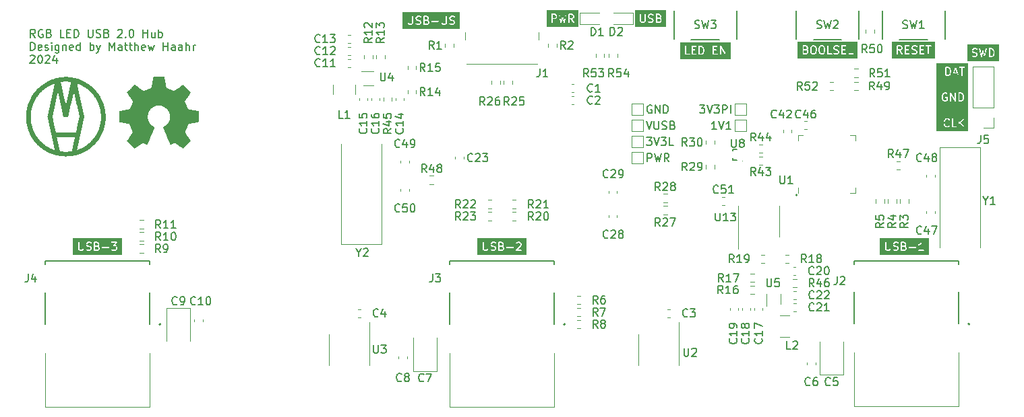
<source format=gbr>
%TF.GenerationSoftware,KiCad,Pcbnew,7.0.2-0*%
%TF.CreationDate,2024-03-07T21:22:06-08:00*%
%TF.ProjectId,led-usb-hub,6c65642d-7573-4622-9d68-75622e6b6963,rev?*%
%TF.SameCoordinates,Original*%
%TF.FileFunction,Legend,Top*%
%TF.FilePolarity,Positive*%
%FSLAX46Y46*%
G04 Gerber Fmt 4.6, Leading zero omitted, Abs format (unit mm)*
G04 Created by KiCad (PCBNEW 7.0.2-0) date 2024-03-07 21:22:06*
%MOMM*%
%LPD*%
G01*
G04 APERTURE LIST*
%ADD10C,0.175000*%
%ADD11C,0.150000*%
%ADD12C,0.200000*%
%ADD13C,0.100000*%
%ADD14C,0.120000*%
%ADD15C,0.152400*%
%ADD16C,0.127000*%
G04 APERTURE END LIST*
D10*
X134097900Y-105257600D02*
G75*
G03*
X134097900Y-105257600I-87500J0D01*
G01*
D11*
G36*
X97106533Y-111811980D02*
G01*
X97133026Y-111838473D01*
X97167285Y-111906989D01*
X97167285Y-112014436D01*
X97133026Y-112082953D01*
X97102618Y-112113361D01*
X97034104Y-112147619D01*
X96745857Y-112147619D01*
X96745857Y-111773809D01*
X96992020Y-111773809D01*
X97106533Y-111811980D01*
G37*
G36*
X97055002Y-111331878D02*
G01*
X97085407Y-111362283D01*
X97119666Y-111430799D01*
X97119666Y-111490627D01*
X97085407Y-111559144D01*
X97055000Y-111589551D01*
X96987769Y-111623166D01*
X96984893Y-111623063D01*
X96983634Y-111623809D01*
X96745857Y-111623809D01*
X96745857Y-111297619D01*
X96986484Y-111297619D01*
X97055002Y-111331878D01*
G37*
G36*
X100078595Y-112815357D02*
G01*
X93977405Y-112815357D01*
X93977405Y-112045986D01*
X94593926Y-112045986D01*
X94600782Y-112059699D01*
X94605100Y-112074402D01*
X94610453Y-112079040D01*
X94647188Y-112152509D01*
X94649871Y-112164840D01*
X94664490Y-112179460D01*
X94678560Y-112194586D01*
X94679978Y-112194948D01*
X94706412Y-112221383D01*
X94712857Y-112232234D01*
X94731368Y-112241489D01*
X94749479Y-112251379D01*
X94750938Y-112251274D01*
X94824184Y-112287897D01*
X94839311Y-112297619D01*
X94854641Y-112297619D01*
X94869724Y-112300333D01*
X94876268Y-112297619D01*
X95047769Y-112297619D01*
X95065653Y-112299550D01*
X95079366Y-112292693D01*
X95094069Y-112288376D01*
X95098707Y-112283022D01*
X95172175Y-112246287D01*
X95184509Y-112243605D01*
X95199140Y-112228972D01*
X95214253Y-112214916D01*
X95214615Y-112213496D01*
X95241049Y-112187062D01*
X95251900Y-112180618D01*
X95261156Y-112162104D01*
X95271046Y-112143994D01*
X95270941Y-112142534D01*
X95307563Y-112069290D01*
X95317285Y-112054164D01*
X95317285Y-112038834D01*
X95319999Y-112023751D01*
X95317285Y-112017207D01*
X95317285Y-111421486D01*
X95593143Y-111421486D01*
X95595857Y-111428029D01*
X95595857Y-111504292D01*
X95593926Y-111522177D01*
X95600782Y-111535890D01*
X95605100Y-111550593D01*
X95610453Y-111555231D01*
X95647188Y-111628700D01*
X95649871Y-111641032D01*
X95664498Y-111655659D01*
X95678560Y-111670777D01*
X95679978Y-111671139D01*
X95706413Y-111697574D01*
X95712857Y-111708424D01*
X95731366Y-111717678D01*
X95749480Y-111727569D01*
X95750938Y-111727464D01*
X95815843Y-111759917D01*
X95821778Y-111766229D01*
X95835155Y-111769573D01*
X95837435Y-111770713D01*
X95845567Y-111772176D01*
X96025631Y-111817192D01*
X96102620Y-111855686D01*
X96133026Y-111886092D01*
X96167285Y-111954608D01*
X96167285Y-112014436D01*
X96133026Y-112082953D01*
X96102618Y-112113361D01*
X96034104Y-112147619D01*
X95825884Y-112147619D01*
X95684345Y-112100439D01*
X95651560Y-112099254D01*
X95613672Y-112121711D01*
X95593940Y-112161087D01*
X95598627Y-112204880D01*
X95626248Y-112239187D01*
X95781077Y-112290797D01*
X95791692Y-112297619D01*
X95812371Y-112297619D01*
X95833011Y-112298365D01*
X95834270Y-112297619D01*
X96047769Y-112297619D01*
X96065653Y-112299550D01*
X96079366Y-112292693D01*
X96094069Y-112288376D01*
X96098707Y-112283022D01*
X96172175Y-112246287D01*
X96184509Y-112243605D01*
X96194370Y-112233743D01*
X96593487Y-112233743D01*
X96600406Y-112248895D01*
X96605100Y-112264879D01*
X96609412Y-112268615D01*
X96611783Y-112273807D01*
X96625799Y-112282814D01*
X96638386Y-112293721D01*
X96644032Y-112294532D01*
X96648835Y-112297619D01*
X96665497Y-112297619D01*
X96681981Y-112299989D01*
X96687171Y-112297619D01*
X97047769Y-112297619D01*
X97065653Y-112299550D01*
X97079366Y-112292693D01*
X97094069Y-112288376D01*
X97098707Y-112283022D01*
X97172175Y-112246287D01*
X97184509Y-112243605D01*
X97194370Y-112233743D01*
X98736344Y-112233743D01*
X98739871Y-112241466D01*
X98740477Y-112249935D01*
X98748840Y-112261107D01*
X98754640Y-112273807D01*
X98761783Y-112278397D01*
X98766871Y-112285194D01*
X98779947Y-112290071D01*
X98791692Y-112297619D01*
X98800183Y-112297619D01*
X98808138Y-112300586D01*
X98821777Y-112297619D01*
X99443543Y-112297619D01*
X99475021Y-112288376D01*
X99503863Y-112255090D01*
X99510131Y-112211495D01*
X99491835Y-112171431D01*
X99454783Y-112147619D01*
X98994780Y-112147619D01*
X99435320Y-111707077D01*
X99449329Y-111695799D01*
X99454176Y-111681257D01*
X99461522Y-111667805D01*
X99461016Y-111660737D01*
X99500939Y-111540969D01*
X99507761Y-111530355D01*
X99507761Y-111509675D01*
X99508507Y-111489036D01*
X99507761Y-111487777D01*
X99507761Y-111417125D01*
X99509691Y-111399251D01*
X99502836Y-111385541D01*
X99498518Y-111370835D01*
X99493163Y-111366195D01*
X99456429Y-111292726D01*
X99453747Y-111280396D01*
X99439127Y-111265776D01*
X99425058Y-111250651D01*
X99423639Y-111250288D01*
X99397204Y-111223853D01*
X99390761Y-111213004D01*
X99372260Y-111203753D01*
X99354138Y-111193858D01*
X99352677Y-111193962D01*
X99279436Y-111157342D01*
X99264307Y-111147619D01*
X99248977Y-111147619D01*
X99233894Y-111144905D01*
X99227350Y-111147619D01*
X99008221Y-111147619D01*
X98990346Y-111145689D01*
X98976636Y-111152543D01*
X98961930Y-111156862D01*
X98957290Y-111162216D01*
X98883821Y-111198950D01*
X98871491Y-111201633D01*
X98856871Y-111216252D01*
X98841746Y-111230322D01*
X98841383Y-111231740D01*
X98800676Y-111272448D01*
X98784953Y-111301242D01*
X98788096Y-111345173D01*
X98814490Y-111380432D01*
X98855757Y-111395824D01*
X98898794Y-111386462D01*
X98953378Y-111331877D01*
X99021894Y-111297619D01*
X99224579Y-111297619D01*
X99293096Y-111331878D01*
X99323502Y-111362283D01*
X99357761Y-111430799D01*
X99357761Y-111496162D01*
X99319589Y-111610676D01*
X98774215Y-112156050D01*
X98771454Y-112156862D01*
X98758791Y-112171475D01*
X98753057Y-112177210D01*
X98751752Y-112179599D01*
X98742612Y-112190148D01*
X98741403Y-112198550D01*
X98737334Y-112206004D01*
X98738330Y-112219928D01*
X98736344Y-112233743D01*
X97194370Y-112233743D01*
X97199140Y-112228972D01*
X97214253Y-112214916D01*
X97214615Y-112213496D01*
X97241049Y-112187062D01*
X97251900Y-112180618D01*
X97261156Y-112162104D01*
X97271046Y-112143994D01*
X97270941Y-112142534D01*
X97307563Y-112069290D01*
X97317285Y-112054164D01*
X97317285Y-112038834D01*
X97319999Y-112023751D01*
X97317285Y-112017207D01*
X97317285Y-111893315D01*
X97319215Y-111875441D01*
X97312360Y-111861731D01*
X97309735Y-111852790D01*
X97593487Y-111852790D01*
X97611783Y-111892854D01*
X97648835Y-111916666D01*
X98443544Y-111916666D01*
X98475022Y-111907423D01*
X98503864Y-111874137D01*
X98510132Y-111830542D01*
X98491836Y-111790478D01*
X98454784Y-111766666D01*
X97660075Y-111766666D01*
X97628597Y-111775909D01*
X97599755Y-111809195D01*
X97593487Y-111852790D01*
X97309735Y-111852790D01*
X97308042Y-111847025D01*
X97302687Y-111842385D01*
X97265953Y-111768916D01*
X97263271Y-111756586D01*
X97248651Y-111741966D01*
X97234582Y-111726841D01*
X97233163Y-111726478D01*
X97202933Y-111696248D01*
X97191656Y-111682241D01*
X97178746Y-111677937D01*
X97193431Y-111663252D01*
X97204281Y-111656809D01*
X97213535Y-111638299D01*
X97223426Y-111620186D01*
X97223321Y-111618727D01*
X97259944Y-111545481D01*
X97269666Y-111530355D01*
X97269665Y-111515025D01*
X97272380Y-111499942D01*
X97269666Y-111493398D01*
X97269666Y-111417125D01*
X97271596Y-111399251D01*
X97264741Y-111385541D01*
X97260423Y-111370835D01*
X97255068Y-111366195D01*
X97218334Y-111292726D01*
X97215652Y-111280396D01*
X97201032Y-111265776D01*
X97186963Y-111250651D01*
X97185544Y-111250288D01*
X97159109Y-111223853D01*
X97152666Y-111213004D01*
X97134165Y-111203753D01*
X97116043Y-111193858D01*
X97114582Y-111193962D01*
X97041341Y-111157342D01*
X97026212Y-111147619D01*
X97010882Y-111147619D01*
X96995799Y-111144905D01*
X96989255Y-111147619D01*
X96676217Y-111147619D01*
X96659733Y-111145249D01*
X96644580Y-111152168D01*
X96628597Y-111156862D01*
X96624860Y-111161174D01*
X96619669Y-111163545D01*
X96610661Y-111177561D01*
X96599755Y-111190148D01*
X96598943Y-111195794D01*
X96595857Y-111200597D01*
X96595857Y-111217259D01*
X96593487Y-111233743D01*
X96595857Y-111238932D01*
X96595857Y-111693449D01*
X96593487Y-111709933D01*
X96595857Y-111715122D01*
X96595857Y-112217259D01*
X96593487Y-112233743D01*
X96194370Y-112233743D01*
X96199140Y-112228972D01*
X96214253Y-112214916D01*
X96214615Y-112213496D01*
X96241049Y-112187062D01*
X96251900Y-112180618D01*
X96261156Y-112162104D01*
X96271046Y-112143994D01*
X96270941Y-112142534D01*
X96307563Y-112069290D01*
X96317285Y-112054164D01*
X96317285Y-112038834D01*
X96319999Y-112023751D01*
X96317285Y-112017207D01*
X96317285Y-111940934D01*
X96319215Y-111923060D01*
X96312360Y-111909350D01*
X96308042Y-111894644D01*
X96302687Y-111890004D01*
X96265953Y-111816535D01*
X96263271Y-111804205D01*
X96248651Y-111789585D01*
X96234582Y-111774460D01*
X96233163Y-111774097D01*
X96206728Y-111747662D01*
X96200285Y-111736813D01*
X96181784Y-111727562D01*
X96163662Y-111717667D01*
X96162201Y-111717771D01*
X96097297Y-111685319D01*
X96091363Y-111679008D01*
X96077985Y-111675663D01*
X96075706Y-111674524D01*
X96067573Y-111673060D01*
X95887510Y-111628044D01*
X95810521Y-111589550D01*
X95780114Y-111559143D01*
X95745857Y-111490628D01*
X95745857Y-111430800D01*
X95780116Y-111362282D01*
X95810521Y-111331877D01*
X95879037Y-111297619D01*
X96087258Y-111297619D01*
X96228796Y-111344799D01*
X96261582Y-111345984D01*
X96299470Y-111323527D01*
X96319202Y-111284151D01*
X96314514Y-111240357D01*
X96286894Y-111206051D01*
X96132065Y-111154441D01*
X96121450Y-111147619D01*
X96100770Y-111147619D01*
X96080131Y-111146873D01*
X96078872Y-111147619D01*
X95865364Y-111147619D01*
X95847489Y-111145689D01*
X95833779Y-111152543D01*
X95819073Y-111156862D01*
X95814433Y-111162216D01*
X95740964Y-111198950D01*
X95728634Y-111201633D01*
X95714014Y-111216252D01*
X95698889Y-111230322D01*
X95698526Y-111231740D01*
X95672091Y-111258175D01*
X95661242Y-111264619D01*
X95651991Y-111283119D01*
X95642096Y-111301242D01*
X95642200Y-111302702D01*
X95605580Y-111375943D01*
X95595857Y-111391073D01*
X95595857Y-111406403D01*
X95593143Y-111421486D01*
X95317285Y-111421486D01*
X95317285Y-111211837D01*
X95308042Y-111180359D01*
X95274756Y-111151517D01*
X95231161Y-111145249D01*
X95191097Y-111163545D01*
X95167285Y-111200597D01*
X95167285Y-112014436D01*
X95133026Y-112082953D01*
X95102618Y-112113361D01*
X95034104Y-112147619D01*
X94879039Y-112147619D01*
X94810521Y-112113360D01*
X94780113Y-112082951D01*
X94745856Y-112014437D01*
X94745857Y-111211837D01*
X94736614Y-111180359D01*
X94703328Y-111151517D01*
X94659733Y-111145249D01*
X94619669Y-111163545D01*
X94595857Y-111200597D01*
X94595857Y-112028101D01*
X94593926Y-112045986D01*
X93977405Y-112045986D01*
X93977405Y-110704643D01*
X100078595Y-110704643D01*
X100078595Y-112815357D01*
G37*
G36*
X147652533Y-111811980D02*
G01*
X147679026Y-111838473D01*
X147713285Y-111906989D01*
X147713285Y-112014436D01*
X147679026Y-112082953D01*
X147648618Y-112113361D01*
X147580104Y-112147619D01*
X147291857Y-112147619D01*
X147291857Y-111773809D01*
X147538020Y-111773809D01*
X147652533Y-111811980D01*
G37*
G36*
X147601002Y-111331878D02*
G01*
X147631407Y-111362283D01*
X147665666Y-111430799D01*
X147665666Y-111490627D01*
X147631407Y-111559144D01*
X147601000Y-111589551D01*
X147533769Y-111623166D01*
X147530893Y-111623063D01*
X147529634Y-111623809D01*
X147291857Y-111623809D01*
X147291857Y-111297619D01*
X147532484Y-111297619D01*
X147601002Y-111331878D01*
G37*
G36*
X150624595Y-112815357D02*
G01*
X144523405Y-112815357D01*
X144523405Y-112045986D01*
X145139926Y-112045986D01*
X145146782Y-112059699D01*
X145151100Y-112074402D01*
X145156453Y-112079040D01*
X145193188Y-112152509D01*
X145195871Y-112164840D01*
X145210490Y-112179460D01*
X145224560Y-112194586D01*
X145225978Y-112194948D01*
X145252412Y-112221383D01*
X145258857Y-112232234D01*
X145277368Y-112241489D01*
X145295479Y-112251379D01*
X145296938Y-112251274D01*
X145370184Y-112287897D01*
X145385311Y-112297619D01*
X145400641Y-112297619D01*
X145415724Y-112300333D01*
X145422268Y-112297619D01*
X145593769Y-112297619D01*
X145611653Y-112299550D01*
X145625366Y-112292693D01*
X145640069Y-112288376D01*
X145644707Y-112283022D01*
X145718175Y-112246287D01*
X145730509Y-112243605D01*
X145745140Y-112228972D01*
X145760253Y-112214916D01*
X145760615Y-112213496D01*
X145787049Y-112187062D01*
X145797900Y-112180618D01*
X145807156Y-112162104D01*
X145817046Y-112143994D01*
X145816941Y-112142534D01*
X145853563Y-112069290D01*
X145863285Y-112054164D01*
X145863285Y-112038834D01*
X145865999Y-112023751D01*
X145863285Y-112017207D01*
X145863285Y-111421486D01*
X146139143Y-111421486D01*
X146141857Y-111428029D01*
X146141857Y-111504292D01*
X146139926Y-111522177D01*
X146146782Y-111535890D01*
X146151100Y-111550593D01*
X146156453Y-111555231D01*
X146193188Y-111628700D01*
X146195871Y-111641032D01*
X146210498Y-111655659D01*
X146224560Y-111670777D01*
X146225978Y-111671139D01*
X146252413Y-111697574D01*
X146258857Y-111708424D01*
X146277366Y-111717678D01*
X146295480Y-111727569D01*
X146296938Y-111727464D01*
X146361843Y-111759917D01*
X146367778Y-111766229D01*
X146381155Y-111769573D01*
X146383435Y-111770713D01*
X146391567Y-111772176D01*
X146571631Y-111817192D01*
X146648621Y-111855687D01*
X146679026Y-111886092D01*
X146713285Y-111954608D01*
X146713285Y-112014436D01*
X146679026Y-112082953D01*
X146648618Y-112113361D01*
X146580104Y-112147619D01*
X146371884Y-112147619D01*
X146230345Y-112100439D01*
X146197560Y-112099254D01*
X146159672Y-112121711D01*
X146139940Y-112161087D01*
X146144627Y-112204880D01*
X146172248Y-112239187D01*
X146327077Y-112290797D01*
X146337692Y-112297619D01*
X146358371Y-112297619D01*
X146379011Y-112298365D01*
X146380270Y-112297619D01*
X146593769Y-112297619D01*
X146611653Y-112299550D01*
X146625366Y-112292693D01*
X146640069Y-112288376D01*
X146644707Y-112283022D01*
X146718175Y-112246287D01*
X146730509Y-112243605D01*
X146740370Y-112233743D01*
X147139487Y-112233743D01*
X147146406Y-112248895D01*
X147151100Y-112264879D01*
X147155412Y-112268615D01*
X147157783Y-112273807D01*
X147171799Y-112282814D01*
X147184386Y-112293721D01*
X147190032Y-112294532D01*
X147194835Y-112297619D01*
X147211497Y-112297619D01*
X147227981Y-112299989D01*
X147233171Y-112297619D01*
X147593769Y-112297619D01*
X147611653Y-112299550D01*
X147625366Y-112292693D01*
X147640069Y-112288376D01*
X147644707Y-112283022D01*
X147718175Y-112246287D01*
X147730509Y-112243605D01*
X147745140Y-112228972D01*
X147760253Y-112214916D01*
X147760615Y-112213496D01*
X147787049Y-112187062D01*
X147797900Y-112180618D01*
X147807156Y-112162104D01*
X147817046Y-112143994D01*
X147816941Y-112142534D01*
X147853563Y-112069290D01*
X147863285Y-112054164D01*
X147863285Y-112038834D01*
X147865999Y-112023751D01*
X147863285Y-112017207D01*
X147863285Y-111893315D01*
X147865215Y-111875441D01*
X147858360Y-111861731D01*
X147855735Y-111852790D01*
X148139487Y-111852790D01*
X148157783Y-111892854D01*
X148194835Y-111916666D01*
X148989544Y-111916666D01*
X149021022Y-111907423D01*
X149049864Y-111874137D01*
X149056132Y-111830542D01*
X149037836Y-111790478D01*
X149000784Y-111766666D01*
X148206075Y-111766666D01*
X148174597Y-111775909D01*
X148145755Y-111809195D01*
X148139487Y-111852790D01*
X147855735Y-111852790D01*
X147854042Y-111847025D01*
X147848687Y-111842385D01*
X147811953Y-111768916D01*
X147809271Y-111756586D01*
X147794651Y-111741966D01*
X147780582Y-111726841D01*
X147779163Y-111726478D01*
X147748933Y-111696248D01*
X147737656Y-111682241D01*
X147724746Y-111677937D01*
X147739431Y-111663252D01*
X147750281Y-111656809D01*
X147759535Y-111638299D01*
X147769426Y-111620186D01*
X147769321Y-111618727D01*
X147805944Y-111545481D01*
X147815666Y-111530355D01*
X147815666Y-111515025D01*
X147816374Y-111511088D01*
X149329216Y-111511088D01*
X149343106Y-111552884D01*
X149377388Y-111580536D01*
X149421177Y-111585264D01*
X149527700Y-111532001D01*
X149540032Y-111529319D01*
X149554659Y-111514691D01*
X149569777Y-111500630D01*
X149570139Y-111499211D01*
X149618047Y-111451303D01*
X149618047Y-112147619D01*
X149396551Y-112147619D01*
X149365073Y-112156862D01*
X149336231Y-112190148D01*
X149329963Y-112233743D01*
X149348259Y-112273807D01*
X149385311Y-112297619D01*
X149687687Y-112297619D01*
X149704171Y-112299989D01*
X149709361Y-112297619D01*
X149989543Y-112297619D01*
X150021021Y-112288376D01*
X150049863Y-112255090D01*
X150056131Y-112211495D01*
X150037835Y-112171431D01*
X150000783Y-112147619D01*
X149768047Y-112147619D01*
X149768047Y-111234045D01*
X149771202Y-111223932D01*
X149768047Y-111212478D01*
X149768047Y-111211837D01*
X149765188Y-111202102D01*
X149759505Y-111181470D01*
X149758996Y-111181014D01*
X149758804Y-111180359D01*
X149742644Y-111166357D01*
X149726709Y-111152073D01*
X149726034Y-111151964D01*
X149725518Y-111151517D01*
X149704370Y-111148476D01*
X149683225Y-111145072D01*
X149682597Y-111145345D01*
X149681923Y-111145249D01*
X149662489Y-111154123D01*
X149642859Y-111162693D01*
X149642480Y-111163261D01*
X149641859Y-111163545D01*
X149630293Y-111181541D01*
X149539524Y-111317694D01*
X149458143Y-111399075D01*
X149364148Y-111446073D01*
X149340127Y-111468417D01*
X149329216Y-111511088D01*
X147816374Y-111511088D01*
X147818380Y-111499942D01*
X147815666Y-111493398D01*
X147815666Y-111417125D01*
X147817596Y-111399251D01*
X147810741Y-111385541D01*
X147806423Y-111370835D01*
X147801068Y-111366195D01*
X147764334Y-111292726D01*
X147761652Y-111280396D01*
X147747032Y-111265776D01*
X147732963Y-111250651D01*
X147731544Y-111250288D01*
X147705109Y-111223853D01*
X147698666Y-111213004D01*
X147680165Y-111203753D01*
X147662043Y-111193858D01*
X147660582Y-111193962D01*
X147587341Y-111157342D01*
X147572212Y-111147619D01*
X147556882Y-111147619D01*
X147541799Y-111144905D01*
X147535255Y-111147619D01*
X147222217Y-111147619D01*
X147205733Y-111145249D01*
X147190580Y-111152168D01*
X147174597Y-111156862D01*
X147170860Y-111161174D01*
X147165669Y-111163545D01*
X147156661Y-111177561D01*
X147145755Y-111190148D01*
X147144943Y-111195794D01*
X147141857Y-111200597D01*
X147141857Y-111217259D01*
X147139487Y-111233743D01*
X147141857Y-111238932D01*
X147141857Y-111693449D01*
X147139487Y-111709933D01*
X147141857Y-111715122D01*
X147141857Y-112217259D01*
X147139487Y-112233743D01*
X146740370Y-112233743D01*
X146745140Y-112228972D01*
X146760253Y-112214916D01*
X146760615Y-112213496D01*
X146787049Y-112187062D01*
X146797900Y-112180618D01*
X146807156Y-112162104D01*
X146817046Y-112143994D01*
X146816941Y-112142534D01*
X146853563Y-112069290D01*
X146863285Y-112054164D01*
X146863285Y-112038834D01*
X146865999Y-112023751D01*
X146863285Y-112017207D01*
X146863285Y-111940934D01*
X146865215Y-111923060D01*
X146858360Y-111909350D01*
X146854042Y-111894644D01*
X146848687Y-111890004D01*
X146811953Y-111816535D01*
X146809271Y-111804205D01*
X146794651Y-111789585D01*
X146780582Y-111774460D01*
X146779163Y-111774097D01*
X146752728Y-111747662D01*
X146746285Y-111736813D01*
X146727784Y-111727562D01*
X146709662Y-111717667D01*
X146708201Y-111717771D01*
X146643297Y-111685319D01*
X146637363Y-111679008D01*
X146623985Y-111675663D01*
X146621706Y-111674524D01*
X146613573Y-111673060D01*
X146433510Y-111628044D01*
X146356521Y-111589550D01*
X146326114Y-111559143D01*
X146291857Y-111490628D01*
X146291857Y-111430800D01*
X146326115Y-111362283D01*
X146356521Y-111331877D01*
X146425037Y-111297619D01*
X146633258Y-111297619D01*
X146774796Y-111344799D01*
X146807582Y-111345984D01*
X146845470Y-111323527D01*
X146865202Y-111284151D01*
X146860514Y-111240357D01*
X146832894Y-111206051D01*
X146678065Y-111154441D01*
X146667450Y-111147619D01*
X146646770Y-111147619D01*
X146626131Y-111146873D01*
X146624872Y-111147619D01*
X146411364Y-111147619D01*
X146393489Y-111145689D01*
X146379779Y-111152543D01*
X146365073Y-111156862D01*
X146360433Y-111162216D01*
X146286964Y-111198950D01*
X146274634Y-111201633D01*
X146260014Y-111216252D01*
X146244889Y-111230322D01*
X146244526Y-111231740D01*
X146218091Y-111258175D01*
X146207242Y-111264619D01*
X146197991Y-111283119D01*
X146188096Y-111301242D01*
X146188200Y-111302702D01*
X146151580Y-111375943D01*
X146141857Y-111391073D01*
X146141857Y-111406403D01*
X146139143Y-111421486D01*
X145863285Y-111421486D01*
X145863285Y-111211837D01*
X145854042Y-111180359D01*
X145820756Y-111151517D01*
X145777161Y-111145249D01*
X145737097Y-111163545D01*
X145713285Y-111200597D01*
X145713285Y-112014436D01*
X145679026Y-112082953D01*
X145648618Y-112113361D01*
X145580104Y-112147619D01*
X145425039Y-112147619D01*
X145356521Y-112113360D01*
X145326113Y-112082951D01*
X145291857Y-112014437D01*
X145291857Y-111211837D01*
X145282614Y-111180359D01*
X145249328Y-111151517D01*
X145205733Y-111145249D01*
X145165669Y-111163545D01*
X145141857Y-111200597D01*
X145141857Y-112028101D01*
X145139926Y-112045986D01*
X144523405Y-112045986D01*
X144523405Y-110704643D01*
X150624595Y-110704643D01*
X150624595Y-112815357D01*
G37*
G36*
X46306533Y-111811980D02*
G01*
X46333026Y-111838473D01*
X46367285Y-111906989D01*
X46367285Y-112014436D01*
X46333026Y-112082953D01*
X46302618Y-112113361D01*
X46234104Y-112147619D01*
X45945857Y-112147619D01*
X45945857Y-111773809D01*
X46192020Y-111773809D01*
X46306533Y-111811980D01*
G37*
G36*
X46255002Y-111331878D02*
G01*
X46285407Y-111362283D01*
X46319666Y-111430799D01*
X46319666Y-111490627D01*
X46285407Y-111559144D01*
X46255000Y-111589551D01*
X46187769Y-111623166D01*
X46184893Y-111623063D01*
X46183634Y-111623809D01*
X45945857Y-111623809D01*
X45945857Y-111297619D01*
X46186484Y-111297619D01*
X46255002Y-111331878D01*
G37*
G36*
X49278595Y-112815357D02*
G01*
X43177405Y-112815357D01*
X43177405Y-112045986D01*
X43793926Y-112045986D01*
X43800782Y-112059699D01*
X43805100Y-112074402D01*
X43810453Y-112079040D01*
X43847188Y-112152509D01*
X43849871Y-112164840D01*
X43864490Y-112179460D01*
X43878560Y-112194586D01*
X43879978Y-112194948D01*
X43906412Y-112221383D01*
X43912857Y-112232234D01*
X43931368Y-112241489D01*
X43949479Y-112251379D01*
X43950938Y-112251274D01*
X44024184Y-112287897D01*
X44039311Y-112297619D01*
X44054641Y-112297619D01*
X44069724Y-112300333D01*
X44076268Y-112297619D01*
X44247769Y-112297619D01*
X44265653Y-112299550D01*
X44279366Y-112292693D01*
X44294069Y-112288376D01*
X44298707Y-112283022D01*
X44372175Y-112246287D01*
X44384509Y-112243605D01*
X44399140Y-112228972D01*
X44414253Y-112214916D01*
X44414615Y-112213496D01*
X44441049Y-112187062D01*
X44451900Y-112180618D01*
X44461156Y-112162104D01*
X44471046Y-112143994D01*
X44470941Y-112142534D01*
X44507563Y-112069290D01*
X44517285Y-112054164D01*
X44517285Y-112038834D01*
X44519999Y-112023751D01*
X44517285Y-112017207D01*
X44517285Y-111421486D01*
X44793143Y-111421486D01*
X44795857Y-111428029D01*
X44795857Y-111504292D01*
X44793926Y-111522177D01*
X44800782Y-111535890D01*
X44805100Y-111550593D01*
X44810453Y-111555231D01*
X44847188Y-111628700D01*
X44849871Y-111641032D01*
X44864498Y-111655659D01*
X44878560Y-111670777D01*
X44879978Y-111671139D01*
X44906413Y-111697574D01*
X44912857Y-111708424D01*
X44931366Y-111717678D01*
X44949480Y-111727569D01*
X44950938Y-111727464D01*
X45015843Y-111759917D01*
X45021778Y-111766229D01*
X45035155Y-111769573D01*
X45037435Y-111770713D01*
X45045567Y-111772176D01*
X45225631Y-111817192D01*
X45302620Y-111855686D01*
X45333026Y-111886092D01*
X45367285Y-111954608D01*
X45367285Y-112014436D01*
X45333026Y-112082953D01*
X45302618Y-112113361D01*
X45234104Y-112147619D01*
X45025884Y-112147619D01*
X44884345Y-112100439D01*
X44851560Y-112099254D01*
X44813672Y-112121711D01*
X44793940Y-112161087D01*
X44798627Y-112204880D01*
X44826248Y-112239187D01*
X44981077Y-112290797D01*
X44991692Y-112297619D01*
X45012371Y-112297619D01*
X45033011Y-112298365D01*
X45034270Y-112297619D01*
X45247769Y-112297619D01*
X45265653Y-112299550D01*
X45279366Y-112292693D01*
X45294069Y-112288376D01*
X45298707Y-112283022D01*
X45372175Y-112246287D01*
X45384509Y-112243605D01*
X45394370Y-112233743D01*
X45793487Y-112233743D01*
X45800406Y-112248895D01*
X45805100Y-112264879D01*
X45809412Y-112268615D01*
X45811783Y-112273807D01*
X45825799Y-112282814D01*
X45838386Y-112293721D01*
X45844032Y-112294532D01*
X45848835Y-112297619D01*
X45865497Y-112297619D01*
X45881981Y-112299989D01*
X45887171Y-112297619D01*
X46247769Y-112297619D01*
X46265653Y-112299550D01*
X46279366Y-112292693D01*
X46294069Y-112288376D01*
X46298707Y-112283022D01*
X46372175Y-112246287D01*
X46384509Y-112243605D01*
X46399140Y-112228972D01*
X46414253Y-112214916D01*
X46414615Y-112213496D01*
X46441049Y-112187062D01*
X46451900Y-112180618D01*
X46461156Y-112162104D01*
X46471046Y-112143994D01*
X46470941Y-112142534D01*
X46481307Y-112121803D01*
X47935747Y-112121803D01*
X47945109Y-112164840D01*
X48001650Y-112221383D01*
X48008095Y-112232234D01*
X48026606Y-112241489D01*
X48044717Y-112251379D01*
X48046176Y-112251274D01*
X48119422Y-112287897D01*
X48134549Y-112297619D01*
X48149879Y-112297619D01*
X48164962Y-112300333D01*
X48171506Y-112297619D01*
X48438245Y-112297619D01*
X48456129Y-112299550D01*
X48469842Y-112292693D01*
X48484545Y-112288376D01*
X48489183Y-112283022D01*
X48562651Y-112246287D01*
X48574985Y-112243605D01*
X48589616Y-112228972D01*
X48604729Y-112214916D01*
X48605091Y-112213496D01*
X48631525Y-112187062D01*
X48642376Y-112180618D01*
X48651632Y-112162104D01*
X48661522Y-112143994D01*
X48661417Y-112142534D01*
X48698039Y-112069290D01*
X48707761Y-112054164D01*
X48707760Y-112038834D01*
X48710475Y-112023751D01*
X48707761Y-112017207D01*
X48707761Y-111798077D01*
X48709691Y-111780203D01*
X48702836Y-111766493D01*
X48698518Y-111751787D01*
X48693163Y-111747147D01*
X48656429Y-111673678D01*
X48653747Y-111661348D01*
X48639127Y-111646728D01*
X48625058Y-111631603D01*
X48623639Y-111631240D01*
X48597204Y-111604805D01*
X48590761Y-111593956D01*
X48572260Y-111584705D01*
X48554138Y-111574810D01*
X48552677Y-111574914D01*
X48479436Y-111538294D01*
X48464565Y-111528736D01*
X48674832Y-111288431D01*
X48675021Y-111288376D01*
X48689325Y-111271867D01*
X48696304Y-111263892D01*
X48696381Y-111263724D01*
X48703863Y-111255090D01*
X48705436Y-111244149D01*
X48710077Y-111234116D01*
X48708505Y-111222800D01*
X48710131Y-111211495D01*
X48705539Y-111201440D01*
X48704019Y-111190492D01*
X48696581Y-111181823D01*
X48691835Y-111171431D01*
X48682534Y-111165453D01*
X48675338Y-111157067D01*
X48664394Y-111153796D01*
X48654783Y-111147619D01*
X48643728Y-111147619D01*
X48633139Y-111144454D01*
X48622164Y-111147619D01*
X48002932Y-111147619D01*
X47971454Y-111156862D01*
X47942612Y-111190148D01*
X47936344Y-111233743D01*
X47954640Y-111273807D01*
X47991692Y-111297619D01*
X48467478Y-111297619D01*
X48257355Y-111537758D01*
X48257168Y-111537814D01*
X48242950Y-111554221D01*
X48235885Y-111562297D01*
X48235806Y-111562467D01*
X48228326Y-111571100D01*
X48226753Y-111582040D01*
X48222112Y-111592074D01*
X48223683Y-111603389D01*
X48222058Y-111614695D01*
X48226649Y-111624749D01*
X48228170Y-111635698D01*
X48235607Y-111644366D01*
X48240354Y-111654759D01*
X48249654Y-111660736D01*
X48256851Y-111669123D01*
X48267794Y-111672393D01*
X48277406Y-111678571D01*
X48288461Y-111678571D01*
X48299050Y-111681736D01*
X48310025Y-111678571D01*
X48424579Y-111678571D01*
X48493096Y-111712829D01*
X48523502Y-111743235D01*
X48557761Y-111811751D01*
X48557761Y-112014436D01*
X48523502Y-112082953D01*
X48493094Y-112113361D01*
X48424580Y-112147619D01*
X48174277Y-112147619D01*
X48105759Y-112113360D01*
X48059124Y-112066723D01*
X48030330Y-112051001D01*
X47986399Y-112054143D01*
X47951140Y-112080536D01*
X47935747Y-112121803D01*
X46481307Y-112121803D01*
X46507563Y-112069290D01*
X46517285Y-112054164D01*
X46517285Y-112038834D01*
X46519999Y-112023751D01*
X46517285Y-112017207D01*
X46517285Y-111893315D01*
X46519215Y-111875441D01*
X46512360Y-111861731D01*
X46509735Y-111852790D01*
X46793487Y-111852790D01*
X46811783Y-111892854D01*
X46848835Y-111916666D01*
X47643544Y-111916666D01*
X47675022Y-111907423D01*
X47703864Y-111874137D01*
X47710132Y-111830542D01*
X47691836Y-111790478D01*
X47654784Y-111766666D01*
X46860075Y-111766666D01*
X46828597Y-111775909D01*
X46799755Y-111809195D01*
X46793487Y-111852790D01*
X46509735Y-111852790D01*
X46508042Y-111847025D01*
X46502687Y-111842385D01*
X46465953Y-111768916D01*
X46463271Y-111756586D01*
X46448651Y-111741966D01*
X46434582Y-111726841D01*
X46433163Y-111726478D01*
X46402933Y-111696248D01*
X46391656Y-111682241D01*
X46378746Y-111677937D01*
X46393431Y-111663252D01*
X46404281Y-111656809D01*
X46413535Y-111638299D01*
X46423426Y-111620186D01*
X46423321Y-111618727D01*
X46459944Y-111545481D01*
X46469666Y-111530355D01*
X46469666Y-111515025D01*
X46472380Y-111499942D01*
X46469666Y-111493398D01*
X46469666Y-111417125D01*
X46471596Y-111399251D01*
X46464741Y-111385541D01*
X46460423Y-111370835D01*
X46455068Y-111366195D01*
X46418334Y-111292726D01*
X46415652Y-111280396D01*
X46401032Y-111265776D01*
X46386963Y-111250651D01*
X46385544Y-111250288D01*
X46359109Y-111223853D01*
X46352666Y-111213004D01*
X46334165Y-111203753D01*
X46316043Y-111193858D01*
X46314582Y-111193962D01*
X46241341Y-111157342D01*
X46226212Y-111147619D01*
X46210882Y-111147619D01*
X46195799Y-111144905D01*
X46189255Y-111147619D01*
X45876217Y-111147619D01*
X45859733Y-111145249D01*
X45844580Y-111152168D01*
X45828597Y-111156862D01*
X45824860Y-111161174D01*
X45819669Y-111163545D01*
X45810661Y-111177561D01*
X45799755Y-111190148D01*
X45798943Y-111195794D01*
X45795857Y-111200597D01*
X45795857Y-111217259D01*
X45793487Y-111233743D01*
X45795857Y-111238932D01*
X45795857Y-111693449D01*
X45793487Y-111709933D01*
X45795857Y-111715122D01*
X45795857Y-112217259D01*
X45793487Y-112233743D01*
X45394370Y-112233743D01*
X45399140Y-112228972D01*
X45414253Y-112214916D01*
X45414615Y-112213496D01*
X45441049Y-112187062D01*
X45451900Y-112180618D01*
X45461156Y-112162104D01*
X45471046Y-112143994D01*
X45470941Y-112142534D01*
X45507563Y-112069290D01*
X45517285Y-112054164D01*
X45517285Y-112038834D01*
X45519999Y-112023751D01*
X45517285Y-112017207D01*
X45517285Y-111940934D01*
X45519215Y-111923060D01*
X45512360Y-111909350D01*
X45508042Y-111894644D01*
X45502687Y-111890004D01*
X45465953Y-111816535D01*
X45463271Y-111804205D01*
X45448651Y-111789585D01*
X45434582Y-111774460D01*
X45433163Y-111774097D01*
X45406728Y-111747662D01*
X45400285Y-111736813D01*
X45381784Y-111727562D01*
X45363662Y-111717667D01*
X45362201Y-111717771D01*
X45297297Y-111685319D01*
X45291363Y-111679008D01*
X45277985Y-111675663D01*
X45275706Y-111674524D01*
X45267573Y-111673060D01*
X45087510Y-111628044D01*
X45010521Y-111589550D01*
X44980114Y-111559143D01*
X44945857Y-111490628D01*
X44945857Y-111430800D01*
X44980116Y-111362282D01*
X45010521Y-111331877D01*
X45079037Y-111297619D01*
X45287258Y-111297619D01*
X45428796Y-111344799D01*
X45461582Y-111345984D01*
X45499470Y-111323527D01*
X45519202Y-111284151D01*
X45514514Y-111240357D01*
X45486894Y-111206051D01*
X45332065Y-111154441D01*
X45321450Y-111147619D01*
X45300770Y-111147619D01*
X45280131Y-111146873D01*
X45278872Y-111147619D01*
X45065364Y-111147619D01*
X45047489Y-111145689D01*
X45033779Y-111152543D01*
X45019073Y-111156862D01*
X45014433Y-111162216D01*
X44940964Y-111198950D01*
X44928634Y-111201633D01*
X44914014Y-111216252D01*
X44898889Y-111230322D01*
X44898526Y-111231740D01*
X44872091Y-111258175D01*
X44861242Y-111264619D01*
X44851991Y-111283119D01*
X44842096Y-111301242D01*
X44842200Y-111302702D01*
X44805580Y-111375943D01*
X44795857Y-111391073D01*
X44795857Y-111406403D01*
X44793143Y-111421486D01*
X44517285Y-111421486D01*
X44517285Y-111211837D01*
X44508042Y-111180359D01*
X44474756Y-111151517D01*
X44431161Y-111145249D01*
X44391097Y-111163545D01*
X44367285Y-111200597D01*
X44367285Y-112014436D01*
X44333026Y-112082953D01*
X44302618Y-112113361D01*
X44234104Y-112147619D01*
X44079039Y-112147619D01*
X44010521Y-112113360D01*
X43980113Y-112082951D01*
X43945857Y-112014437D01*
X43945857Y-111211837D01*
X43936614Y-111180359D01*
X43903328Y-111151517D01*
X43859733Y-111145249D01*
X43819669Y-111163545D01*
X43795857Y-111200597D01*
X43795857Y-112028101D01*
X43793926Y-112045986D01*
X43177405Y-112045986D01*
X43177405Y-110704643D01*
X49278595Y-110704643D01*
X49278595Y-112815357D01*
G37*
G36*
X87692724Y-83363980D02*
G01*
X87719217Y-83390473D01*
X87753476Y-83458989D01*
X87753476Y-83566436D01*
X87719217Y-83634953D01*
X87688809Y-83665361D01*
X87620295Y-83699619D01*
X87332048Y-83699619D01*
X87332048Y-83325809D01*
X87578211Y-83325809D01*
X87692724Y-83363980D01*
G37*
G36*
X87641192Y-82883878D02*
G01*
X87671598Y-82914283D01*
X87705857Y-82982799D01*
X87705857Y-83042627D01*
X87671598Y-83111144D01*
X87641191Y-83141551D01*
X87573960Y-83175166D01*
X87571084Y-83175063D01*
X87569825Y-83175809D01*
X87332048Y-83175809D01*
X87332048Y-82849619D01*
X87572675Y-82849619D01*
X87641192Y-82883878D01*
G37*
G36*
X91712405Y-84367357D02*
G01*
X84563596Y-84367357D01*
X84563596Y-83597986D01*
X85180117Y-83597986D01*
X85186973Y-83611699D01*
X85191291Y-83626402D01*
X85196644Y-83631040D01*
X85233379Y-83704509D01*
X85236062Y-83716840D01*
X85250681Y-83731460D01*
X85264751Y-83746586D01*
X85266169Y-83746948D01*
X85292603Y-83773383D01*
X85299048Y-83784234D01*
X85317559Y-83793489D01*
X85335670Y-83803379D01*
X85337129Y-83803274D01*
X85410375Y-83839897D01*
X85425502Y-83849619D01*
X85440832Y-83849619D01*
X85455915Y-83852333D01*
X85462459Y-83849619D01*
X85633960Y-83849619D01*
X85651844Y-83851550D01*
X85665557Y-83844693D01*
X85680260Y-83840376D01*
X85684898Y-83835022D01*
X85758366Y-83798287D01*
X85770700Y-83795605D01*
X85785331Y-83780972D01*
X85800444Y-83766916D01*
X85800806Y-83765496D01*
X85827240Y-83739062D01*
X85838091Y-83732618D01*
X85847347Y-83714104D01*
X85857237Y-83695994D01*
X85857132Y-83694534D01*
X85893754Y-83621290D01*
X85903476Y-83606164D01*
X85903476Y-83590834D01*
X85906190Y-83575751D01*
X85903476Y-83569207D01*
X85903476Y-82973486D01*
X86179334Y-82973486D01*
X86182048Y-82980029D01*
X86182048Y-83056292D01*
X86180117Y-83074177D01*
X86186973Y-83087890D01*
X86191291Y-83102593D01*
X86196644Y-83107231D01*
X86233379Y-83180700D01*
X86236062Y-83193032D01*
X86250689Y-83207659D01*
X86264751Y-83222777D01*
X86266169Y-83223139D01*
X86292604Y-83249574D01*
X86299048Y-83260424D01*
X86317557Y-83269678D01*
X86335671Y-83279569D01*
X86337129Y-83279464D01*
X86402034Y-83311917D01*
X86407969Y-83318229D01*
X86421346Y-83321573D01*
X86423626Y-83322713D01*
X86431758Y-83324176D01*
X86611822Y-83369192D01*
X86688812Y-83407687D01*
X86719217Y-83438092D01*
X86753476Y-83506608D01*
X86753476Y-83566436D01*
X86719217Y-83634953D01*
X86688809Y-83665361D01*
X86620295Y-83699619D01*
X86412075Y-83699619D01*
X86270536Y-83652439D01*
X86237751Y-83651254D01*
X86199863Y-83673711D01*
X86180131Y-83713087D01*
X86184818Y-83756880D01*
X86212439Y-83791187D01*
X86367268Y-83842797D01*
X86377883Y-83849619D01*
X86398562Y-83849619D01*
X86419202Y-83850365D01*
X86420461Y-83849619D01*
X86633960Y-83849619D01*
X86651844Y-83851550D01*
X86665557Y-83844693D01*
X86680260Y-83840376D01*
X86684898Y-83835022D01*
X86758366Y-83798287D01*
X86770700Y-83795605D01*
X86780561Y-83785743D01*
X87179678Y-83785743D01*
X87186597Y-83800895D01*
X87191291Y-83816879D01*
X87195603Y-83820615D01*
X87197974Y-83825807D01*
X87211990Y-83834814D01*
X87224577Y-83845721D01*
X87230223Y-83846532D01*
X87235026Y-83849619D01*
X87251688Y-83849619D01*
X87268172Y-83851989D01*
X87273362Y-83849619D01*
X87633960Y-83849619D01*
X87651844Y-83851550D01*
X87665557Y-83844693D01*
X87680260Y-83840376D01*
X87684898Y-83835022D01*
X87758366Y-83798287D01*
X87770700Y-83795605D01*
X87785331Y-83780972D01*
X87800444Y-83766916D01*
X87800806Y-83765496D01*
X87827240Y-83739062D01*
X87838091Y-83732618D01*
X87847347Y-83714104D01*
X87857237Y-83695994D01*
X87857132Y-83694534D01*
X87893754Y-83621290D01*
X87903476Y-83606164D01*
X87903475Y-83597986D01*
X89418212Y-83597986D01*
X89425068Y-83611699D01*
X89429386Y-83626402D01*
X89434739Y-83631040D01*
X89471474Y-83704509D01*
X89474157Y-83716840D01*
X89488776Y-83731460D01*
X89502846Y-83746586D01*
X89504264Y-83746948D01*
X89530698Y-83773383D01*
X89537143Y-83784234D01*
X89555654Y-83793489D01*
X89573765Y-83803379D01*
X89575224Y-83803274D01*
X89648470Y-83839897D01*
X89663597Y-83849619D01*
X89678927Y-83849619D01*
X89694010Y-83852333D01*
X89700554Y-83849619D01*
X89872055Y-83849619D01*
X89889939Y-83851550D01*
X89903652Y-83844693D01*
X89918355Y-83840376D01*
X89922993Y-83835022D01*
X89996461Y-83798287D01*
X90008795Y-83795605D01*
X90023426Y-83780972D01*
X90038539Y-83766916D01*
X90038901Y-83765496D01*
X90065335Y-83739062D01*
X90076186Y-83732618D01*
X90085442Y-83714104D01*
X90095332Y-83695994D01*
X90095227Y-83694534D01*
X90131849Y-83621290D01*
X90141571Y-83606164D01*
X90141571Y-83590834D01*
X90144285Y-83575751D01*
X90141571Y-83569207D01*
X90141571Y-82973486D01*
X90417429Y-82973486D01*
X90420143Y-82980029D01*
X90420143Y-83056292D01*
X90418212Y-83074177D01*
X90425068Y-83087890D01*
X90429386Y-83102593D01*
X90434739Y-83107231D01*
X90471474Y-83180700D01*
X90474157Y-83193032D01*
X90488784Y-83207659D01*
X90502846Y-83222777D01*
X90504264Y-83223139D01*
X90530699Y-83249574D01*
X90537143Y-83260424D01*
X90555652Y-83269678D01*
X90573766Y-83279569D01*
X90575224Y-83279464D01*
X90640129Y-83311917D01*
X90646064Y-83318229D01*
X90659441Y-83321573D01*
X90661721Y-83322713D01*
X90669853Y-83324176D01*
X90849917Y-83369192D01*
X90926906Y-83407686D01*
X90957312Y-83438092D01*
X90991571Y-83506608D01*
X90991571Y-83566436D01*
X90957312Y-83634953D01*
X90926904Y-83665361D01*
X90858390Y-83699619D01*
X90650170Y-83699619D01*
X90508631Y-83652439D01*
X90475846Y-83651254D01*
X90437958Y-83673711D01*
X90418226Y-83713087D01*
X90422913Y-83756880D01*
X90450534Y-83791187D01*
X90605363Y-83842797D01*
X90615978Y-83849619D01*
X90636657Y-83849619D01*
X90657297Y-83850365D01*
X90658556Y-83849619D01*
X90872055Y-83849619D01*
X90889939Y-83851550D01*
X90903652Y-83844693D01*
X90918355Y-83840376D01*
X90922993Y-83835022D01*
X90996461Y-83798287D01*
X91008795Y-83795605D01*
X91023426Y-83780972D01*
X91038539Y-83766916D01*
X91038901Y-83765496D01*
X91065335Y-83739062D01*
X91076186Y-83732618D01*
X91085442Y-83714104D01*
X91095332Y-83695994D01*
X91095227Y-83694534D01*
X91131849Y-83621290D01*
X91141571Y-83606164D01*
X91141571Y-83590834D01*
X91144285Y-83575751D01*
X91141571Y-83569207D01*
X91141571Y-83492934D01*
X91143501Y-83475060D01*
X91136646Y-83461350D01*
X91132328Y-83446644D01*
X91126973Y-83442004D01*
X91090239Y-83368535D01*
X91087557Y-83356205D01*
X91072937Y-83341585D01*
X91058868Y-83326460D01*
X91057449Y-83326097D01*
X91031014Y-83299662D01*
X91024571Y-83288813D01*
X91006070Y-83279562D01*
X90987948Y-83269667D01*
X90986487Y-83269771D01*
X90921583Y-83237319D01*
X90915649Y-83231008D01*
X90902271Y-83227663D01*
X90899992Y-83226524D01*
X90891859Y-83225060D01*
X90711796Y-83180044D01*
X90634807Y-83141550D01*
X90604400Y-83111143D01*
X90570143Y-83042628D01*
X90570143Y-82982801D01*
X90604402Y-82914282D01*
X90634807Y-82883877D01*
X90703323Y-82849619D01*
X90911544Y-82849619D01*
X91053082Y-82896799D01*
X91085868Y-82897984D01*
X91123756Y-82875527D01*
X91143488Y-82836151D01*
X91138800Y-82792357D01*
X91111180Y-82758051D01*
X90956351Y-82706441D01*
X90945736Y-82699619D01*
X90925056Y-82699619D01*
X90904417Y-82698873D01*
X90903158Y-82699619D01*
X90689650Y-82699619D01*
X90671775Y-82697689D01*
X90658065Y-82704543D01*
X90643359Y-82708862D01*
X90638719Y-82714216D01*
X90565250Y-82750950D01*
X90552920Y-82753633D01*
X90538300Y-82768252D01*
X90523175Y-82782322D01*
X90522812Y-82783740D01*
X90496377Y-82810175D01*
X90485528Y-82816619D01*
X90476277Y-82835119D01*
X90466382Y-82853242D01*
X90466486Y-82854702D01*
X90429866Y-82927943D01*
X90420143Y-82943073D01*
X90420143Y-82958403D01*
X90417429Y-82973486D01*
X90141571Y-82973486D01*
X90141571Y-82763837D01*
X90132328Y-82732359D01*
X90099042Y-82703517D01*
X90055447Y-82697249D01*
X90015383Y-82715545D01*
X89991571Y-82752597D01*
X89991571Y-83566436D01*
X89957312Y-83634953D01*
X89926904Y-83665361D01*
X89858390Y-83699619D01*
X89703325Y-83699619D01*
X89634807Y-83665360D01*
X89604399Y-83634951D01*
X89570143Y-83566437D01*
X89570143Y-82763837D01*
X89560900Y-82732359D01*
X89527614Y-82703517D01*
X89484019Y-82697249D01*
X89443955Y-82715545D01*
X89420143Y-82752597D01*
X89420143Y-83580101D01*
X89418212Y-83597986D01*
X87903475Y-83597986D01*
X87903475Y-83590834D01*
X87906190Y-83575751D01*
X87903476Y-83569207D01*
X87903476Y-83445315D01*
X87905406Y-83427441D01*
X87898551Y-83413731D01*
X87895926Y-83404790D01*
X88179678Y-83404790D01*
X88197974Y-83444854D01*
X88235026Y-83468666D01*
X89029735Y-83468666D01*
X89061213Y-83459423D01*
X89090055Y-83426137D01*
X89096323Y-83382542D01*
X89078027Y-83342478D01*
X89040975Y-83318666D01*
X88246266Y-83318666D01*
X88214788Y-83327909D01*
X88185946Y-83361195D01*
X88179678Y-83404790D01*
X87895926Y-83404790D01*
X87894233Y-83399025D01*
X87888878Y-83394385D01*
X87852144Y-83320916D01*
X87849462Y-83308586D01*
X87834842Y-83293966D01*
X87820773Y-83278841D01*
X87819354Y-83278478D01*
X87789124Y-83248248D01*
X87777847Y-83234241D01*
X87764937Y-83229937D01*
X87779622Y-83215252D01*
X87790472Y-83208809D01*
X87799726Y-83190299D01*
X87809617Y-83172186D01*
X87809512Y-83170727D01*
X87846135Y-83097481D01*
X87855857Y-83082355D01*
X87855857Y-83067025D01*
X87858571Y-83051942D01*
X87855857Y-83045398D01*
X87855857Y-82969125D01*
X87857787Y-82951251D01*
X87850932Y-82937541D01*
X87846614Y-82922835D01*
X87841259Y-82918195D01*
X87804525Y-82844726D01*
X87801843Y-82832396D01*
X87787223Y-82817776D01*
X87773154Y-82802651D01*
X87771735Y-82802288D01*
X87745300Y-82775853D01*
X87738857Y-82765004D01*
X87720356Y-82755753D01*
X87702234Y-82745858D01*
X87700773Y-82745962D01*
X87627532Y-82709342D01*
X87612403Y-82699619D01*
X87597073Y-82699619D01*
X87581990Y-82696905D01*
X87575446Y-82699619D01*
X87262408Y-82699619D01*
X87245924Y-82697249D01*
X87230771Y-82704168D01*
X87214788Y-82708862D01*
X87211051Y-82713174D01*
X87205860Y-82715545D01*
X87196852Y-82729561D01*
X87185946Y-82742148D01*
X87185134Y-82747794D01*
X87182048Y-82752597D01*
X87182048Y-82769259D01*
X87179678Y-82785743D01*
X87182048Y-82790932D01*
X87182048Y-83245449D01*
X87179678Y-83261933D01*
X87182048Y-83267122D01*
X87182048Y-83769259D01*
X87179678Y-83785743D01*
X86780561Y-83785743D01*
X86785331Y-83780972D01*
X86800444Y-83766916D01*
X86800806Y-83765496D01*
X86827240Y-83739062D01*
X86838091Y-83732618D01*
X86847347Y-83714104D01*
X86857237Y-83695994D01*
X86857132Y-83694534D01*
X86893754Y-83621290D01*
X86903476Y-83606164D01*
X86903476Y-83590834D01*
X86906190Y-83575751D01*
X86903476Y-83569207D01*
X86903476Y-83492934D01*
X86905406Y-83475060D01*
X86898551Y-83461350D01*
X86894233Y-83446644D01*
X86888878Y-83442004D01*
X86852144Y-83368535D01*
X86849462Y-83356205D01*
X86834842Y-83341585D01*
X86820773Y-83326460D01*
X86819354Y-83326097D01*
X86792919Y-83299662D01*
X86786476Y-83288813D01*
X86767975Y-83279562D01*
X86749853Y-83269667D01*
X86748392Y-83269771D01*
X86683488Y-83237319D01*
X86677554Y-83231008D01*
X86664176Y-83227663D01*
X86661897Y-83226524D01*
X86653764Y-83225060D01*
X86473701Y-83180044D01*
X86396712Y-83141550D01*
X86366305Y-83111143D01*
X86332048Y-83042628D01*
X86332048Y-82982801D01*
X86366307Y-82914283D01*
X86396712Y-82883877D01*
X86465228Y-82849619D01*
X86673449Y-82849619D01*
X86814987Y-82896799D01*
X86847773Y-82897984D01*
X86885661Y-82875527D01*
X86905393Y-82836151D01*
X86900705Y-82792357D01*
X86873085Y-82758051D01*
X86718256Y-82706441D01*
X86707641Y-82699619D01*
X86686961Y-82699619D01*
X86666322Y-82698873D01*
X86665063Y-82699619D01*
X86451555Y-82699619D01*
X86433680Y-82697689D01*
X86419970Y-82704543D01*
X86405264Y-82708862D01*
X86400624Y-82714216D01*
X86327155Y-82750950D01*
X86314825Y-82753633D01*
X86300205Y-82768252D01*
X86285080Y-82782322D01*
X86284717Y-82783740D01*
X86258282Y-82810175D01*
X86247433Y-82816619D01*
X86238182Y-82835119D01*
X86228287Y-82853242D01*
X86228391Y-82854702D01*
X86191771Y-82927943D01*
X86182048Y-82943073D01*
X86182048Y-82958403D01*
X86179334Y-82973486D01*
X85903476Y-82973486D01*
X85903476Y-82763837D01*
X85894233Y-82732359D01*
X85860947Y-82703517D01*
X85817352Y-82697249D01*
X85777288Y-82715545D01*
X85753476Y-82752597D01*
X85753476Y-83566436D01*
X85719217Y-83634953D01*
X85688809Y-83665361D01*
X85620295Y-83699619D01*
X85465230Y-83699619D01*
X85396712Y-83665360D01*
X85366304Y-83634951D01*
X85332048Y-83566437D01*
X85332048Y-82763837D01*
X85322805Y-82732359D01*
X85289519Y-82703517D01*
X85245924Y-82697249D01*
X85205860Y-82715545D01*
X85182048Y-82752597D01*
X85182048Y-83580101D01*
X85180117Y-83597986D01*
X84563596Y-83597986D01*
X84563596Y-82256643D01*
X91712405Y-82256643D01*
X91712405Y-84367357D01*
G37*
X38401523Y-85426419D02*
X38068190Y-84950228D01*
X37830095Y-85426419D02*
X37830095Y-84426419D01*
X37830095Y-84426419D02*
X38211047Y-84426419D01*
X38211047Y-84426419D02*
X38306285Y-84474038D01*
X38306285Y-84474038D02*
X38353904Y-84521657D01*
X38353904Y-84521657D02*
X38401523Y-84616895D01*
X38401523Y-84616895D02*
X38401523Y-84759752D01*
X38401523Y-84759752D02*
X38353904Y-84854990D01*
X38353904Y-84854990D02*
X38306285Y-84902609D01*
X38306285Y-84902609D02*
X38211047Y-84950228D01*
X38211047Y-84950228D02*
X37830095Y-84950228D01*
X39353904Y-84474038D02*
X39258666Y-84426419D01*
X39258666Y-84426419D02*
X39115809Y-84426419D01*
X39115809Y-84426419D02*
X38972952Y-84474038D01*
X38972952Y-84474038D02*
X38877714Y-84569276D01*
X38877714Y-84569276D02*
X38830095Y-84664514D01*
X38830095Y-84664514D02*
X38782476Y-84854990D01*
X38782476Y-84854990D02*
X38782476Y-84997847D01*
X38782476Y-84997847D02*
X38830095Y-85188323D01*
X38830095Y-85188323D02*
X38877714Y-85283561D01*
X38877714Y-85283561D02*
X38972952Y-85378800D01*
X38972952Y-85378800D02*
X39115809Y-85426419D01*
X39115809Y-85426419D02*
X39211047Y-85426419D01*
X39211047Y-85426419D02*
X39353904Y-85378800D01*
X39353904Y-85378800D02*
X39401523Y-85331180D01*
X39401523Y-85331180D02*
X39401523Y-84997847D01*
X39401523Y-84997847D02*
X39211047Y-84997847D01*
X40163428Y-84902609D02*
X40306285Y-84950228D01*
X40306285Y-84950228D02*
X40353904Y-84997847D01*
X40353904Y-84997847D02*
X40401523Y-85093085D01*
X40401523Y-85093085D02*
X40401523Y-85235942D01*
X40401523Y-85235942D02*
X40353904Y-85331180D01*
X40353904Y-85331180D02*
X40306285Y-85378800D01*
X40306285Y-85378800D02*
X40211047Y-85426419D01*
X40211047Y-85426419D02*
X39830095Y-85426419D01*
X39830095Y-85426419D02*
X39830095Y-84426419D01*
X39830095Y-84426419D02*
X40163428Y-84426419D01*
X40163428Y-84426419D02*
X40258666Y-84474038D01*
X40258666Y-84474038D02*
X40306285Y-84521657D01*
X40306285Y-84521657D02*
X40353904Y-84616895D01*
X40353904Y-84616895D02*
X40353904Y-84712133D01*
X40353904Y-84712133D02*
X40306285Y-84807371D01*
X40306285Y-84807371D02*
X40258666Y-84854990D01*
X40258666Y-84854990D02*
X40163428Y-84902609D01*
X40163428Y-84902609D02*
X39830095Y-84902609D01*
X42068190Y-85426419D02*
X41592000Y-85426419D01*
X41592000Y-85426419D02*
X41592000Y-84426419D01*
X42401524Y-84902609D02*
X42734857Y-84902609D01*
X42877714Y-85426419D02*
X42401524Y-85426419D01*
X42401524Y-85426419D02*
X42401524Y-84426419D01*
X42401524Y-84426419D02*
X42877714Y-84426419D01*
X43306286Y-85426419D02*
X43306286Y-84426419D01*
X43306286Y-84426419D02*
X43544381Y-84426419D01*
X43544381Y-84426419D02*
X43687238Y-84474038D01*
X43687238Y-84474038D02*
X43782476Y-84569276D01*
X43782476Y-84569276D02*
X43830095Y-84664514D01*
X43830095Y-84664514D02*
X43877714Y-84854990D01*
X43877714Y-84854990D02*
X43877714Y-84997847D01*
X43877714Y-84997847D02*
X43830095Y-85188323D01*
X43830095Y-85188323D02*
X43782476Y-85283561D01*
X43782476Y-85283561D02*
X43687238Y-85378800D01*
X43687238Y-85378800D02*
X43544381Y-85426419D01*
X43544381Y-85426419D02*
X43306286Y-85426419D01*
X45068191Y-84426419D02*
X45068191Y-85235942D01*
X45068191Y-85235942D02*
X45115810Y-85331180D01*
X45115810Y-85331180D02*
X45163429Y-85378800D01*
X45163429Y-85378800D02*
X45258667Y-85426419D01*
X45258667Y-85426419D02*
X45449143Y-85426419D01*
X45449143Y-85426419D02*
X45544381Y-85378800D01*
X45544381Y-85378800D02*
X45592000Y-85331180D01*
X45592000Y-85331180D02*
X45639619Y-85235942D01*
X45639619Y-85235942D02*
X45639619Y-84426419D01*
X46068191Y-85378800D02*
X46211048Y-85426419D01*
X46211048Y-85426419D02*
X46449143Y-85426419D01*
X46449143Y-85426419D02*
X46544381Y-85378800D01*
X46544381Y-85378800D02*
X46592000Y-85331180D01*
X46592000Y-85331180D02*
X46639619Y-85235942D01*
X46639619Y-85235942D02*
X46639619Y-85140704D01*
X46639619Y-85140704D02*
X46592000Y-85045466D01*
X46592000Y-85045466D02*
X46544381Y-84997847D01*
X46544381Y-84997847D02*
X46449143Y-84950228D01*
X46449143Y-84950228D02*
X46258667Y-84902609D01*
X46258667Y-84902609D02*
X46163429Y-84854990D01*
X46163429Y-84854990D02*
X46115810Y-84807371D01*
X46115810Y-84807371D02*
X46068191Y-84712133D01*
X46068191Y-84712133D02*
X46068191Y-84616895D01*
X46068191Y-84616895D02*
X46115810Y-84521657D01*
X46115810Y-84521657D02*
X46163429Y-84474038D01*
X46163429Y-84474038D02*
X46258667Y-84426419D01*
X46258667Y-84426419D02*
X46496762Y-84426419D01*
X46496762Y-84426419D02*
X46639619Y-84474038D01*
X47401524Y-84902609D02*
X47544381Y-84950228D01*
X47544381Y-84950228D02*
X47592000Y-84997847D01*
X47592000Y-84997847D02*
X47639619Y-85093085D01*
X47639619Y-85093085D02*
X47639619Y-85235942D01*
X47639619Y-85235942D02*
X47592000Y-85331180D01*
X47592000Y-85331180D02*
X47544381Y-85378800D01*
X47544381Y-85378800D02*
X47449143Y-85426419D01*
X47449143Y-85426419D02*
X47068191Y-85426419D01*
X47068191Y-85426419D02*
X47068191Y-84426419D01*
X47068191Y-84426419D02*
X47401524Y-84426419D01*
X47401524Y-84426419D02*
X47496762Y-84474038D01*
X47496762Y-84474038D02*
X47544381Y-84521657D01*
X47544381Y-84521657D02*
X47592000Y-84616895D01*
X47592000Y-84616895D02*
X47592000Y-84712133D01*
X47592000Y-84712133D02*
X47544381Y-84807371D01*
X47544381Y-84807371D02*
X47496762Y-84854990D01*
X47496762Y-84854990D02*
X47401524Y-84902609D01*
X47401524Y-84902609D02*
X47068191Y-84902609D01*
X48782477Y-84521657D02*
X48830096Y-84474038D01*
X48830096Y-84474038D02*
X48925334Y-84426419D01*
X48925334Y-84426419D02*
X49163429Y-84426419D01*
X49163429Y-84426419D02*
X49258667Y-84474038D01*
X49258667Y-84474038D02*
X49306286Y-84521657D01*
X49306286Y-84521657D02*
X49353905Y-84616895D01*
X49353905Y-84616895D02*
X49353905Y-84712133D01*
X49353905Y-84712133D02*
X49306286Y-84854990D01*
X49306286Y-84854990D02*
X48734858Y-85426419D01*
X48734858Y-85426419D02*
X49353905Y-85426419D01*
X49782477Y-85331180D02*
X49830096Y-85378800D01*
X49830096Y-85378800D02*
X49782477Y-85426419D01*
X49782477Y-85426419D02*
X49734858Y-85378800D01*
X49734858Y-85378800D02*
X49782477Y-85331180D01*
X49782477Y-85331180D02*
X49782477Y-85426419D01*
X50449143Y-84426419D02*
X50544381Y-84426419D01*
X50544381Y-84426419D02*
X50639619Y-84474038D01*
X50639619Y-84474038D02*
X50687238Y-84521657D01*
X50687238Y-84521657D02*
X50734857Y-84616895D01*
X50734857Y-84616895D02*
X50782476Y-84807371D01*
X50782476Y-84807371D02*
X50782476Y-85045466D01*
X50782476Y-85045466D02*
X50734857Y-85235942D01*
X50734857Y-85235942D02*
X50687238Y-85331180D01*
X50687238Y-85331180D02*
X50639619Y-85378800D01*
X50639619Y-85378800D02*
X50544381Y-85426419D01*
X50544381Y-85426419D02*
X50449143Y-85426419D01*
X50449143Y-85426419D02*
X50353905Y-85378800D01*
X50353905Y-85378800D02*
X50306286Y-85331180D01*
X50306286Y-85331180D02*
X50258667Y-85235942D01*
X50258667Y-85235942D02*
X50211048Y-85045466D01*
X50211048Y-85045466D02*
X50211048Y-84807371D01*
X50211048Y-84807371D02*
X50258667Y-84616895D01*
X50258667Y-84616895D02*
X50306286Y-84521657D01*
X50306286Y-84521657D02*
X50353905Y-84474038D01*
X50353905Y-84474038D02*
X50449143Y-84426419D01*
X51972953Y-85426419D02*
X51972953Y-84426419D01*
X51972953Y-84902609D02*
X52544381Y-84902609D01*
X52544381Y-85426419D02*
X52544381Y-84426419D01*
X53449143Y-84759752D02*
X53449143Y-85426419D01*
X53020572Y-84759752D02*
X53020572Y-85283561D01*
X53020572Y-85283561D02*
X53068191Y-85378800D01*
X53068191Y-85378800D02*
X53163429Y-85426419D01*
X53163429Y-85426419D02*
X53306286Y-85426419D01*
X53306286Y-85426419D02*
X53401524Y-85378800D01*
X53401524Y-85378800D02*
X53449143Y-85331180D01*
X53925334Y-85426419D02*
X53925334Y-84426419D01*
X53925334Y-84807371D02*
X54020572Y-84759752D01*
X54020572Y-84759752D02*
X54211048Y-84759752D01*
X54211048Y-84759752D02*
X54306286Y-84807371D01*
X54306286Y-84807371D02*
X54353905Y-84854990D01*
X54353905Y-84854990D02*
X54401524Y-84950228D01*
X54401524Y-84950228D02*
X54401524Y-85235942D01*
X54401524Y-85235942D02*
X54353905Y-85331180D01*
X54353905Y-85331180D02*
X54306286Y-85378800D01*
X54306286Y-85378800D02*
X54211048Y-85426419D01*
X54211048Y-85426419D02*
X54020572Y-85426419D01*
X54020572Y-85426419D02*
X53925334Y-85378800D01*
X37830095Y-87046419D02*
X37830095Y-86046419D01*
X37830095Y-86046419D02*
X38068190Y-86046419D01*
X38068190Y-86046419D02*
X38211047Y-86094038D01*
X38211047Y-86094038D02*
X38306285Y-86189276D01*
X38306285Y-86189276D02*
X38353904Y-86284514D01*
X38353904Y-86284514D02*
X38401523Y-86474990D01*
X38401523Y-86474990D02*
X38401523Y-86617847D01*
X38401523Y-86617847D02*
X38353904Y-86808323D01*
X38353904Y-86808323D02*
X38306285Y-86903561D01*
X38306285Y-86903561D02*
X38211047Y-86998800D01*
X38211047Y-86998800D02*
X38068190Y-87046419D01*
X38068190Y-87046419D02*
X37830095Y-87046419D01*
X39211047Y-86998800D02*
X39115809Y-87046419D01*
X39115809Y-87046419D02*
X38925333Y-87046419D01*
X38925333Y-87046419D02*
X38830095Y-86998800D01*
X38830095Y-86998800D02*
X38782476Y-86903561D01*
X38782476Y-86903561D02*
X38782476Y-86522609D01*
X38782476Y-86522609D02*
X38830095Y-86427371D01*
X38830095Y-86427371D02*
X38925333Y-86379752D01*
X38925333Y-86379752D02*
X39115809Y-86379752D01*
X39115809Y-86379752D02*
X39211047Y-86427371D01*
X39211047Y-86427371D02*
X39258666Y-86522609D01*
X39258666Y-86522609D02*
X39258666Y-86617847D01*
X39258666Y-86617847D02*
X38782476Y-86713085D01*
X39639619Y-86998800D02*
X39734857Y-87046419D01*
X39734857Y-87046419D02*
X39925333Y-87046419D01*
X39925333Y-87046419D02*
X40020571Y-86998800D01*
X40020571Y-86998800D02*
X40068190Y-86903561D01*
X40068190Y-86903561D02*
X40068190Y-86855942D01*
X40068190Y-86855942D02*
X40020571Y-86760704D01*
X40020571Y-86760704D02*
X39925333Y-86713085D01*
X39925333Y-86713085D02*
X39782476Y-86713085D01*
X39782476Y-86713085D02*
X39687238Y-86665466D01*
X39687238Y-86665466D02*
X39639619Y-86570228D01*
X39639619Y-86570228D02*
X39639619Y-86522609D01*
X39639619Y-86522609D02*
X39687238Y-86427371D01*
X39687238Y-86427371D02*
X39782476Y-86379752D01*
X39782476Y-86379752D02*
X39925333Y-86379752D01*
X39925333Y-86379752D02*
X40020571Y-86427371D01*
X40496762Y-87046419D02*
X40496762Y-86379752D01*
X40496762Y-86046419D02*
X40449143Y-86094038D01*
X40449143Y-86094038D02*
X40496762Y-86141657D01*
X40496762Y-86141657D02*
X40544381Y-86094038D01*
X40544381Y-86094038D02*
X40496762Y-86046419D01*
X40496762Y-86046419D02*
X40496762Y-86141657D01*
X41401523Y-86379752D02*
X41401523Y-87189276D01*
X41401523Y-87189276D02*
X41353904Y-87284514D01*
X41353904Y-87284514D02*
X41306285Y-87332133D01*
X41306285Y-87332133D02*
X41211047Y-87379752D01*
X41211047Y-87379752D02*
X41068190Y-87379752D01*
X41068190Y-87379752D02*
X40972952Y-87332133D01*
X41401523Y-86998800D02*
X41306285Y-87046419D01*
X41306285Y-87046419D02*
X41115809Y-87046419D01*
X41115809Y-87046419D02*
X41020571Y-86998800D01*
X41020571Y-86998800D02*
X40972952Y-86951180D01*
X40972952Y-86951180D02*
X40925333Y-86855942D01*
X40925333Y-86855942D02*
X40925333Y-86570228D01*
X40925333Y-86570228D02*
X40972952Y-86474990D01*
X40972952Y-86474990D02*
X41020571Y-86427371D01*
X41020571Y-86427371D02*
X41115809Y-86379752D01*
X41115809Y-86379752D02*
X41306285Y-86379752D01*
X41306285Y-86379752D02*
X41401523Y-86427371D01*
X41877714Y-86379752D02*
X41877714Y-87046419D01*
X41877714Y-86474990D02*
X41925333Y-86427371D01*
X41925333Y-86427371D02*
X42020571Y-86379752D01*
X42020571Y-86379752D02*
X42163428Y-86379752D01*
X42163428Y-86379752D02*
X42258666Y-86427371D01*
X42258666Y-86427371D02*
X42306285Y-86522609D01*
X42306285Y-86522609D02*
X42306285Y-87046419D01*
X43163428Y-86998800D02*
X43068190Y-87046419D01*
X43068190Y-87046419D02*
X42877714Y-87046419D01*
X42877714Y-87046419D02*
X42782476Y-86998800D01*
X42782476Y-86998800D02*
X42734857Y-86903561D01*
X42734857Y-86903561D02*
X42734857Y-86522609D01*
X42734857Y-86522609D02*
X42782476Y-86427371D01*
X42782476Y-86427371D02*
X42877714Y-86379752D01*
X42877714Y-86379752D02*
X43068190Y-86379752D01*
X43068190Y-86379752D02*
X43163428Y-86427371D01*
X43163428Y-86427371D02*
X43211047Y-86522609D01*
X43211047Y-86522609D02*
X43211047Y-86617847D01*
X43211047Y-86617847D02*
X42734857Y-86713085D01*
X44068190Y-87046419D02*
X44068190Y-86046419D01*
X44068190Y-86998800D02*
X43972952Y-87046419D01*
X43972952Y-87046419D02*
X43782476Y-87046419D01*
X43782476Y-87046419D02*
X43687238Y-86998800D01*
X43687238Y-86998800D02*
X43639619Y-86951180D01*
X43639619Y-86951180D02*
X43592000Y-86855942D01*
X43592000Y-86855942D02*
X43592000Y-86570228D01*
X43592000Y-86570228D02*
X43639619Y-86474990D01*
X43639619Y-86474990D02*
X43687238Y-86427371D01*
X43687238Y-86427371D02*
X43782476Y-86379752D01*
X43782476Y-86379752D02*
X43972952Y-86379752D01*
X43972952Y-86379752D02*
X44068190Y-86427371D01*
X45306286Y-87046419D02*
X45306286Y-86046419D01*
X45306286Y-86427371D02*
X45401524Y-86379752D01*
X45401524Y-86379752D02*
X45592000Y-86379752D01*
X45592000Y-86379752D02*
X45687238Y-86427371D01*
X45687238Y-86427371D02*
X45734857Y-86474990D01*
X45734857Y-86474990D02*
X45782476Y-86570228D01*
X45782476Y-86570228D02*
X45782476Y-86855942D01*
X45782476Y-86855942D02*
X45734857Y-86951180D01*
X45734857Y-86951180D02*
X45687238Y-86998800D01*
X45687238Y-86998800D02*
X45592000Y-87046419D01*
X45592000Y-87046419D02*
X45401524Y-87046419D01*
X45401524Y-87046419D02*
X45306286Y-86998800D01*
X46115810Y-86379752D02*
X46353905Y-87046419D01*
X46592000Y-86379752D02*
X46353905Y-87046419D01*
X46353905Y-87046419D02*
X46258667Y-87284514D01*
X46258667Y-87284514D02*
X46211048Y-87332133D01*
X46211048Y-87332133D02*
X46115810Y-87379752D01*
X47734858Y-87046419D02*
X47734858Y-86046419D01*
X47734858Y-86046419D02*
X48068191Y-86760704D01*
X48068191Y-86760704D02*
X48401524Y-86046419D01*
X48401524Y-86046419D02*
X48401524Y-87046419D01*
X49306286Y-87046419D02*
X49306286Y-86522609D01*
X49306286Y-86522609D02*
X49258667Y-86427371D01*
X49258667Y-86427371D02*
X49163429Y-86379752D01*
X49163429Y-86379752D02*
X48972953Y-86379752D01*
X48972953Y-86379752D02*
X48877715Y-86427371D01*
X49306286Y-86998800D02*
X49211048Y-87046419D01*
X49211048Y-87046419D02*
X48972953Y-87046419D01*
X48972953Y-87046419D02*
X48877715Y-86998800D01*
X48877715Y-86998800D02*
X48830096Y-86903561D01*
X48830096Y-86903561D02*
X48830096Y-86808323D01*
X48830096Y-86808323D02*
X48877715Y-86713085D01*
X48877715Y-86713085D02*
X48972953Y-86665466D01*
X48972953Y-86665466D02*
X49211048Y-86665466D01*
X49211048Y-86665466D02*
X49306286Y-86617847D01*
X49639620Y-86379752D02*
X50020572Y-86379752D01*
X49782477Y-86046419D02*
X49782477Y-86903561D01*
X49782477Y-86903561D02*
X49830096Y-86998800D01*
X49830096Y-86998800D02*
X49925334Y-87046419D01*
X49925334Y-87046419D02*
X50020572Y-87046419D01*
X50211049Y-86379752D02*
X50592001Y-86379752D01*
X50353906Y-86046419D02*
X50353906Y-86903561D01*
X50353906Y-86903561D02*
X50401525Y-86998800D01*
X50401525Y-86998800D02*
X50496763Y-87046419D01*
X50496763Y-87046419D02*
X50592001Y-87046419D01*
X50925335Y-87046419D02*
X50925335Y-86046419D01*
X51353906Y-87046419D02*
X51353906Y-86522609D01*
X51353906Y-86522609D02*
X51306287Y-86427371D01*
X51306287Y-86427371D02*
X51211049Y-86379752D01*
X51211049Y-86379752D02*
X51068192Y-86379752D01*
X51068192Y-86379752D02*
X50972954Y-86427371D01*
X50972954Y-86427371D02*
X50925335Y-86474990D01*
X52211049Y-86998800D02*
X52115811Y-87046419D01*
X52115811Y-87046419D02*
X51925335Y-87046419D01*
X51925335Y-87046419D02*
X51830097Y-86998800D01*
X51830097Y-86998800D02*
X51782478Y-86903561D01*
X51782478Y-86903561D02*
X51782478Y-86522609D01*
X51782478Y-86522609D02*
X51830097Y-86427371D01*
X51830097Y-86427371D02*
X51925335Y-86379752D01*
X51925335Y-86379752D02*
X52115811Y-86379752D01*
X52115811Y-86379752D02*
X52211049Y-86427371D01*
X52211049Y-86427371D02*
X52258668Y-86522609D01*
X52258668Y-86522609D02*
X52258668Y-86617847D01*
X52258668Y-86617847D02*
X51782478Y-86713085D01*
X52592002Y-86379752D02*
X52782478Y-87046419D01*
X52782478Y-87046419D02*
X52972954Y-86570228D01*
X52972954Y-86570228D02*
X53163430Y-87046419D01*
X53163430Y-87046419D02*
X53353906Y-86379752D01*
X54496764Y-87046419D02*
X54496764Y-86046419D01*
X54496764Y-86522609D02*
X55068192Y-86522609D01*
X55068192Y-87046419D02*
X55068192Y-86046419D01*
X55972954Y-87046419D02*
X55972954Y-86522609D01*
X55972954Y-86522609D02*
X55925335Y-86427371D01*
X55925335Y-86427371D02*
X55830097Y-86379752D01*
X55830097Y-86379752D02*
X55639621Y-86379752D01*
X55639621Y-86379752D02*
X55544383Y-86427371D01*
X55972954Y-86998800D02*
X55877716Y-87046419D01*
X55877716Y-87046419D02*
X55639621Y-87046419D01*
X55639621Y-87046419D02*
X55544383Y-86998800D01*
X55544383Y-86998800D02*
X55496764Y-86903561D01*
X55496764Y-86903561D02*
X55496764Y-86808323D01*
X55496764Y-86808323D02*
X55544383Y-86713085D01*
X55544383Y-86713085D02*
X55639621Y-86665466D01*
X55639621Y-86665466D02*
X55877716Y-86665466D01*
X55877716Y-86665466D02*
X55972954Y-86617847D01*
X56877716Y-87046419D02*
X56877716Y-86522609D01*
X56877716Y-86522609D02*
X56830097Y-86427371D01*
X56830097Y-86427371D02*
X56734859Y-86379752D01*
X56734859Y-86379752D02*
X56544383Y-86379752D01*
X56544383Y-86379752D02*
X56449145Y-86427371D01*
X56877716Y-86998800D02*
X56782478Y-87046419D01*
X56782478Y-87046419D02*
X56544383Y-87046419D01*
X56544383Y-87046419D02*
X56449145Y-86998800D01*
X56449145Y-86998800D02*
X56401526Y-86903561D01*
X56401526Y-86903561D02*
X56401526Y-86808323D01*
X56401526Y-86808323D02*
X56449145Y-86713085D01*
X56449145Y-86713085D02*
X56544383Y-86665466D01*
X56544383Y-86665466D02*
X56782478Y-86665466D01*
X56782478Y-86665466D02*
X56877716Y-86617847D01*
X57353907Y-87046419D02*
X57353907Y-86046419D01*
X57782478Y-87046419D02*
X57782478Y-86522609D01*
X57782478Y-86522609D02*
X57734859Y-86427371D01*
X57734859Y-86427371D02*
X57639621Y-86379752D01*
X57639621Y-86379752D02*
X57496764Y-86379752D01*
X57496764Y-86379752D02*
X57401526Y-86427371D01*
X57401526Y-86427371D02*
X57353907Y-86474990D01*
X58258669Y-87046419D02*
X58258669Y-86379752D01*
X58258669Y-86570228D02*
X58306288Y-86474990D01*
X58306288Y-86474990D02*
X58353907Y-86427371D01*
X58353907Y-86427371D02*
X58449145Y-86379752D01*
X58449145Y-86379752D02*
X58544383Y-86379752D01*
X37782476Y-87761657D02*
X37830095Y-87714038D01*
X37830095Y-87714038D02*
X37925333Y-87666419D01*
X37925333Y-87666419D02*
X38163428Y-87666419D01*
X38163428Y-87666419D02*
X38258666Y-87714038D01*
X38258666Y-87714038D02*
X38306285Y-87761657D01*
X38306285Y-87761657D02*
X38353904Y-87856895D01*
X38353904Y-87856895D02*
X38353904Y-87952133D01*
X38353904Y-87952133D02*
X38306285Y-88094990D01*
X38306285Y-88094990D02*
X37734857Y-88666419D01*
X37734857Y-88666419D02*
X38353904Y-88666419D01*
X38972952Y-87666419D02*
X39068190Y-87666419D01*
X39068190Y-87666419D02*
X39163428Y-87714038D01*
X39163428Y-87714038D02*
X39211047Y-87761657D01*
X39211047Y-87761657D02*
X39258666Y-87856895D01*
X39258666Y-87856895D02*
X39306285Y-88047371D01*
X39306285Y-88047371D02*
X39306285Y-88285466D01*
X39306285Y-88285466D02*
X39258666Y-88475942D01*
X39258666Y-88475942D02*
X39211047Y-88571180D01*
X39211047Y-88571180D02*
X39163428Y-88618800D01*
X39163428Y-88618800D02*
X39068190Y-88666419D01*
X39068190Y-88666419D02*
X38972952Y-88666419D01*
X38972952Y-88666419D02*
X38877714Y-88618800D01*
X38877714Y-88618800D02*
X38830095Y-88571180D01*
X38830095Y-88571180D02*
X38782476Y-88475942D01*
X38782476Y-88475942D02*
X38734857Y-88285466D01*
X38734857Y-88285466D02*
X38734857Y-88047371D01*
X38734857Y-88047371D02*
X38782476Y-87856895D01*
X38782476Y-87856895D02*
X38830095Y-87761657D01*
X38830095Y-87761657D02*
X38877714Y-87714038D01*
X38877714Y-87714038D02*
X38972952Y-87666419D01*
X39687238Y-87761657D02*
X39734857Y-87714038D01*
X39734857Y-87714038D02*
X39830095Y-87666419D01*
X39830095Y-87666419D02*
X40068190Y-87666419D01*
X40068190Y-87666419D02*
X40163428Y-87714038D01*
X40163428Y-87714038D02*
X40211047Y-87761657D01*
X40211047Y-87761657D02*
X40258666Y-87856895D01*
X40258666Y-87856895D02*
X40258666Y-87952133D01*
X40258666Y-87952133D02*
X40211047Y-88094990D01*
X40211047Y-88094990D02*
X39639619Y-88666419D01*
X39639619Y-88666419D02*
X40258666Y-88666419D01*
X41115809Y-87999752D02*
X41115809Y-88666419D01*
X40877714Y-87618800D02*
X40639619Y-88333085D01*
X40639619Y-88333085D02*
X41258666Y-88333085D01*
G36*
X154772533Y-92539790D02*
G01*
X154846645Y-92613902D01*
X154885139Y-92690888D01*
X154928523Y-92864424D01*
X154928523Y-92988813D01*
X154885139Y-93162345D01*
X154846645Y-93239334D01*
X154772533Y-93313447D01*
X154658018Y-93351619D01*
X154507095Y-93351619D01*
X154507095Y-92501619D01*
X154658020Y-92501619D01*
X154772533Y-92539790D01*
G37*
G36*
X153153485Y-89299790D02*
G01*
X153227597Y-89373902D01*
X153266091Y-89450888D01*
X153309475Y-89624424D01*
X153309475Y-89748812D01*
X153266091Y-89922345D01*
X153227597Y-89999334D01*
X153153485Y-90073447D01*
X153038970Y-90111619D01*
X152888047Y-90111619D01*
X152888047Y-89261619D01*
X153038972Y-89261619D01*
X153153485Y-89299790D01*
G37*
G36*
X154137561Y-89825904D02*
G01*
X153869485Y-89825904D01*
X154003523Y-89423790D01*
X154137561Y-89825904D01*
G37*
G36*
X155561857Y-97259357D02*
G01*
X151603524Y-97259357D01*
X151603524Y-96234873D01*
X152496850Y-96234873D01*
X152499952Y-96247280D01*
X152499952Y-96248829D01*
X152502556Y-96257698D01*
X152546570Y-96433753D01*
X152545640Y-96442367D01*
X152551806Y-96454700D01*
X152552425Y-96457173D01*
X152556607Y-96464300D01*
X152598902Y-96548890D01*
X152601585Y-96561222D01*
X152616214Y-96575851D01*
X152630274Y-96590967D01*
X152631692Y-96591329D01*
X152709540Y-96669178D01*
X152720819Y-96683187D01*
X152735360Y-96688034D01*
X152748813Y-96695380D01*
X152755881Y-96694874D01*
X152875648Y-96734797D01*
X152886263Y-96741619D01*
X152906942Y-96741619D01*
X152927582Y-96742365D01*
X152928841Y-96741619D01*
X152994121Y-96741619D01*
X153006348Y-96744734D01*
X153025960Y-96738196D01*
X153045783Y-96732376D01*
X153046741Y-96731269D01*
X153166265Y-96691428D01*
X153183842Y-96687605D01*
X153193702Y-96677743D01*
X153545201Y-96677743D01*
X153552120Y-96692895D01*
X153556814Y-96708879D01*
X153561126Y-96712615D01*
X153563497Y-96717807D01*
X153577513Y-96726814D01*
X153590100Y-96737721D01*
X153595746Y-96738532D01*
X153600549Y-96741619D01*
X153617211Y-96741619D01*
X153633695Y-96743989D01*
X153638885Y-96741619D01*
X154109543Y-96741619D01*
X154141021Y-96732376D01*
X154169863Y-96699090D01*
X154176131Y-96655495D01*
X154157835Y-96615431D01*
X154120783Y-96591619D01*
X153697571Y-96591619D01*
X153697571Y-96221432D01*
X154355715Y-96221432D01*
X154357095Y-96240720D01*
X154357095Y-96677401D01*
X154366338Y-96708879D01*
X154399624Y-96737721D01*
X154443219Y-96743989D01*
X154483283Y-96725693D01*
X154507095Y-96688641D01*
X154507095Y-96269112D01*
X154566837Y-96209370D01*
X154949992Y-96720245D01*
X154976273Y-96739881D01*
X155020207Y-96742983D01*
X155058844Y-96721841D01*
X155079918Y-96683166D01*
X155076736Y-96639237D01*
X154673980Y-96102227D01*
X155064180Y-95712028D01*
X155079902Y-95683234D01*
X155076760Y-95639303D01*
X155050366Y-95604044D01*
X155009099Y-95588652D01*
X154966062Y-95598014D01*
X154529518Y-96034557D01*
X154519631Y-96039968D01*
X154514270Y-96049805D01*
X154507095Y-96056981D01*
X154507095Y-95655837D01*
X154497852Y-95624359D01*
X154464566Y-95595517D01*
X154420971Y-95589249D01*
X154380907Y-95607545D01*
X154357095Y-95644597D01*
X154357095Y-96218904D01*
X154355715Y-96221432D01*
X153697571Y-96221432D01*
X153697571Y-95655837D01*
X153688328Y-95624359D01*
X153655042Y-95595517D01*
X153611447Y-95589249D01*
X153571383Y-95607545D01*
X153547571Y-95644597D01*
X153547571Y-96661259D01*
X153545201Y-96677743D01*
X153193702Y-96677743D01*
X153194683Y-96676762D01*
X153207265Y-96668019D01*
X153209972Y-96661473D01*
X153254656Y-96616788D01*
X153270379Y-96587994D01*
X153267236Y-96544063D01*
X153240841Y-96508805D01*
X153199574Y-96493413D01*
X153156537Y-96502776D01*
X153105866Y-96553447D01*
X152991351Y-96591619D01*
X152920455Y-96591619D01*
X152805940Y-96553447D01*
X152731828Y-96479333D01*
X152693335Y-96402347D01*
X152649952Y-96228813D01*
X152649952Y-96104424D01*
X152693335Y-95930891D01*
X152731830Y-95853902D01*
X152805941Y-95779790D01*
X152920456Y-95741619D01*
X152991353Y-95741619D01*
X153105866Y-95779790D01*
X153148590Y-95822514D01*
X153177384Y-95838236D01*
X153221315Y-95835094D01*
X153256573Y-95808700D01*
X153271966Y-95767433D01*
X153262604Y-95724396D01*
X153202266Y-95664058D01*
X153190989Y-95650051D01*
X153176447Y-95645203D01*
X153162995Y-95637858D01*
X153155927Y-95638363D01*
X153036160Y-95598441D01*
X153025545Y-95591619D01*
X153004865Y-95591619D01*
X152984226Y-95590873D01*
X152982967Y-95591619D01*
X152917687Y-95591619D01*
X152905459Y-95588504D01*
X152885839Y-95595043D01*
X152866025Y-95600862D01*
X152865066Y-95601968D01*
X152745537Y-95641810D01*
X152727967Y-95645633D01*
X152717128Y-95656471D01*
X152704542Y-95665219D01*
X152701833Y-95671766D01*
X152623805Y-95749794D01*
X152612956Y-95756238D01*
X152603705Y-95774738D01*
X152593810Y-95792861D01*
X152593914Y-95794321D01*
X152561462Y-95859225D01*
X152555151Y-95865160D01*
X152551806Y-95878537D01*
X152550667Y-95880817D01*
X152549203Y-95888949D01*
X152505184Y-96065026D01*
X152499952Y-96073168D01*
X152499952Y-96085956D01*
X152499576Y-96087460D01*
X152499952Y-96096706D01*
X152499952Y-96225704D01*
X152496850Y-96234873D01*
X151603524Y-96234873D01*
X151603524Y-92994873D01*
X152258755Y-92994873D01*
X152261857Y-93007281D01*
X152261857Y-93008829D01*
X152264461Y-93017698D01*
X152308475Y-93193753D01*
X152307545Y-93202367D01*
X152313711Y-93214700D01*
X152314330Y-93217173D01*
X152318512Y-93224300D01*
X152360807Y-93308890D01*
X152363490Y-93321222D01*
X152378119Y-93335851D01*
X152392179Y-93350967D01*
X152393597Y-93351329D01*
X152471445Y-93429178D01*
X152482724Y-93443187D01*
X152497265Y-93448034D01*
X152510718Y-93455380D01*
X152517786Y-93454874D01*
X152637553Y-93494797D01*
X152648168Y-93501619D01*
X152668847Y-93501619D01*
X152689487Y-93502365D01*
X152690746Y-93501619D01*
X152756026Y-93501619D01*
X152768253Y-93504734D01*
X152787865Y-93498196D01*
X152807688Y-93492376D01*
X152808646Y-93491269D01*
X152928170Y-93451428D01*
X152945747Y-93447605D01*
X152956588Y-93436762D01*
X152969170Y-93428019D01*
X152971877Y-93421473D01*
X152999368Y-93393980D01*
X153007092Y-93390454D01*
X153014640Y-93378708D01*
X153016561Y-93376788D01*
X153020440Y-93369683D01*
X153030904Y-93353402D01*
X153030904Y-93350521D01*
X153032284Y-93347994D01*
X153030904Y-93328705D01*
X153030904Y-93003406D01*
X153033274Y-92986923D01*
X153026354Y-92971770D01*
X153021661Y-92955787D01*
X153017348Y-92952050D01*
X153014978Y-92946859D01*
X153000961Y-92937851D01*
X152988375Y-92926945D01*
X152982728Y-92926133D01*
X152977926Y-92923047D01*
X152961264Y-92923047D01*
X152944780Y-92920677D01*
X152939590Y-92923047D01*
X152754646Y-92923047D01*
X152723168Y-92932290D01*
X152694326Y-92965576D01*
X152688058Y-93009171D01*
X152706354Y-93049235D01*
X152743406Y-93073047D01*
X152880904Y-93073047D01*
X152880904Y-93300314D01*
X152867771Y-93313447D01*
X152753256Y-93351619D01*
X152682360Y-93351619D01*
X152567845Y-93313447D01*
X152493733Y-93239333D01*
X152455240Y-93162347D01*
X152411857Y-92988813D01*
X152411857Y-92864424D01*
X152455240Y-92690891D01*
X152493735Y-92613902D01*
X152567846Y-92539790D01*
X152682361Y-92501619D01*
X152795341Y-92501619D01*
X152884387Y-92546142D01*
X152916676Y-92551952D01*
X152957359Y-92535079D01*
X152982461Y-92498889D01*
X152984014Y-92454873D01*
X152977977Y-92444709D01*
X153308432Y-92444709D01*
X153309476Y-92446536D01*
X153309476Y-93437401D01*
X153318719Y-93468879D01*
X153352005Y-93497721D01*
X153395600Y-93503989D01*
X153435664Y-93485693D01*
X153459476Y-93448641D01*
X153459476Y-92709036D01*
X153886422Y-93456193D01*
X153890147Y-93468879D01*
X153905310Y-93482018D01*
X153919778Y-93495936D01*
X153921843Y-93496343D01*
X153923433Y-93497721D01*
X153943293Y-93500576D01*
X153962988Y-93504463D01*
X153964945Y-93503689D01*
X153967028Y-93503989D01*
X153985283Y-93495652D01*
X154003949Y-93488276D01*
X154005177Y-93486567D01*
X154007092Y-93485693D01*
X154017942Y-93468808D01*
X154029657Y-93452513D01*
X154029766Y-93450410D01*
X154030904Y-93448641D01*
X154030904Y-93437743D01*
X154354725Y-93437743D01*
X154361644Y-93452895D01*
X154366338Y-93468879D01*
X154370650Y-93472615D01*
X154373021Y-93477807D01*
X154387037Y-93486814D01*
X154399624Y-93497721D01*
X154405270Y-93498532D01*
X154410073Y-93501619D01*
X154426735Y-93501619D01*
X154443219Y-93503989D01*
X154448409Y-93501619D01*
X154660788Y-93501619D01*
X154673015Y-93504734D01*
X154692627Y-93498196D01*
X154712450Y-93492376D01*
X154713408Y-93491269D01*
X154832934Y-93451427D01*
X154850508Y-93447605D01*
X154861348Y-93436764D01*
X154873932Y-93428019D01*
X154876639Y-93421472D01*
X154954669Y-93343442D01*
X154965519Y-93336999D01*
X154974769Y-93318498D01*
X154984665Y-93300375D01*
X154984560Y-93298915D01*
X155017012Y-93234012D01*
X155023324Y-93228078D01*
X155026668Y-93214700D01*
X155027808Y-93212421D01*
X155029271Y-93204288D01*
X155073290Y-93028210D01*
X155078523Y-93020069D01*
X155078523Y-93007281D01*
X155078899Y-93005777D01*
X155078523Y-92996530D01*
X155078523Y-92867532D01*
X155081625Y-92858364D01*
X155078523Y-92845955D01*
X155078523Y-92844408D01*
X155075918Y-92835538D01*
X155031904Y-92659481D01*
X155032834Y-92650870D01*
X155026668Y-92638539D01*
X155026050Y-92636064D01*
X155021862Y-92628925D01*
X154979572Y-92544345D01*
X154976890Y-92532015D01*
X154962270Y-92517395D01*
X154948201Y-92502270D01*
X154946782Y-92501907D01*
X154868933Y-92424058D01*
X154857656Y-92410051D01*
X154843114Y-92405203D01*
X154829662Y-92397858D01*
X154822594Y-92398363D01*
X154702827Y-92358441D01*
X154692212Y-92351619D01*
X154671532Y-92351619D01*
X154650893Y-92350873D01*
X154649634Y-92351619D01*
X154437455Y-92351619D01*
X154420971Y-92349249D01*
X154405818Y-92356168D01*
X154389835Y-92360862D01*
X154386098Y-92365174D01*
X154380907Y-92367545D01*
X154371899Y-92381561D01*
X154360993Y-92394148D01*
X154360181Y-92399794D01*
X154357095Y-92404597D01*
X154357095Y-92421259D01*
X154354725Y-92437743D01*
X154357095Y-92442932D01*
X154357095Y-93421259D01*
X154354725Y-93437743D01*
X154030904Y-93437743D01*
X154030904Y-93428572D01*
X154031948Y-93408529D01*
X154030904Y-93406701D01*
X154030904Y-92415837D01*
X154021661Y-92384359D01*
X153988375Y-92355517D01*
X153944780Y-92349249D01*
X153904716Y-92367545D01*
X153880904Y-92404597D01*
X153880904Y-93144201D01*
X153453957Y-92397044D01*
X153450233Y-92384359D01*
X153435069Y-92371219D01*
X153420602Y-92357302D01*
X153418536Y-92356894D01*
X153416947Y-92355517D01*
X153397086Y-92352661D01*
X153377392Y-92348775D01*
X153375434Y-92349548D01*
X153373352Y-92349249D01*
X153355096Y-92357585D01*
X153336431Y-92364962D01*
X153335202Y-92366670D01*
X153333288Y-92367545D01*
X153322437Y-92384429D01*
X153310723Y-92400725D01*
X153310613Y-92402827D01*
X153309476Y-92404597D01*
X153309476Y-92424665D01*
X153308432Y-92444709D01*
X152977977Y-92444709D01*
X152961523Y-92417004D01*
X152850198Y-92361342D01*
X152835069Y-92351619D01*
X152819739Y-92351619D01*
X152804656Y-92348905D01*
X152798112Y-92351619D01*
X152679592Y-92351619D01*
X152667364Y-92348504D01*
X152647744Y-92355043D01*
X152627930Y-92360862D01*
X152626971Y-92361968D01*
X152507442Y-92401810D01*
X152489872Y-92405633D01*
X152479033Y-92416471D01*
X152466447Y-92425219D01*
X152463738Y-92431766D01*
X152385710Y-92509794D01*
X152374861Y-92516238D01*
X152365610Y-92534738D01*
X152355715Y-92552861D01*
X152355819Y-92554321D01*
X152323367Y-92619225D01*
X152317056Y-92625160D01*
X152313711Y-92638537D01*
X152312572Y-92640817D01*
X152311108Y-92648949D01*
X152267089Y-92825026D01*
X152261857Y-92833168D01*
X152261857Y-92845955D01*
X152261481Y-92847460D01*
X152261857Y-92856706D01*
X152261857Y-92985704D01*
X152258755Y-92994873D01*
X151603524Y-92994873D01*
X151603524Y-90197743D01*
X152735677Y-90197743D01*
X152742596Y-90212895D01*
X152747290Y-90228879D01*
X152751602Y-90232615D01*
X152753973Y-90237807D01*
X152767989Y-90246814D01*
X152780576Y-90257721D01*
X152786222Y-90258532D01*
X152791025Y-90261619D01*
X152807687Y-90261619D01*
X152824171Y-90263989D01*
X152829361Y-90261619D01*
X153041740Y-90261619D01*
X153053967Y-90264734D01*
X153073579Y-90258196D01*
X153093402Y-90252376D01*
X153094360Y-90251269D01*
X153213886Y-90211427D01*
X153231460Y-90207605D01*
X153233149Y-90205916D01*
X153594444Y-90205916D01*
X153616901Y-90243804D01*
X153656277Y-90263536D01*
X153700070Y-90258849D01*
X153734377Y-90231228D01*
X153819485Y-89975904D01*
X154187561Y-89975904D01*
X154269114Y-90220564D01*
X154287837Y-90247504D01*
X154328536Y-90264340D01*
X154371876Y-90256500D01*
X154404098Y-90226474D01*
X154414971Y-90183793D01*
X154318378Y-89894016D01*
X154318988Y-89889780D01*
X154311504Y-89873392D01*
X154086288Y-89197743D01*
X154449963Y-89197743D01*
X154468259Y-89237807D01*
X154505311Y-89261619D01*
X154738047Y-89261619D01*
X154738047Y-90197401D01*
X154747290Y-90228879D01*
X154780576Y-90257721D01*
X154824171Y-90263989D01*
X154864235Y-90245693D01*
X154888047Y-90208641D01*
X154888047Y-89261619D01*
X155109543Y-89261619D01*
X155141021Y-89252376D01*
X155169863Y-89219090D01*
X155176131Y-89175495D01*
X155157835Y-89135431D01*
X155120783Y-89111619D01*
X154818407Y-89111619D01*
X154801923Y-89109249D01*
X154796733Y-89111619D01*
X154516551Y-89111619D01*
X154485073Y-89120862D01*
X154456231Y-89154148D01*
X154449963Y-89197743D01*
X154086288Y-89197743D01*
X154078963Y-89175769D01*
X154079269Y-89167322D01*
X154072137Y-89155289D01*
X154071265Y-89152673D01*
X154066652Y-89146035D01*
X154056812Y-89129434D01*
X154054206Y-89128128D01*
X154052542Y-89125733D01*
X154034688Y-89118347D01*
X154017436Y-89109702D01*
X154014538Y-89110012D01*
X154011843Y-89108897D01*
X153992835Y-89112335D01*
X153973642Y-89114390D01*
X153971371Y-89116218D01*
X153968503Y-89116737D01*
X153954379Y-89129898D01*
X153939336Y-89142010D01*
X153938413Y-89144776D01*
X153936281Y-89146764D01*
X153931513Y-89165476D01*
X153698988Y-89863051D01*
X153694326Y-89868433D01*
X153692149Y-89883568D01*
X153595629Y-90173131D01*
X153594444Y-90205916D01*
X153233149Y-90205916D01*
X153242300Y-90196764D01*
X153254884Y-90188019D01*
X153257591Y-90181472D01*
X153335621Y-90103442D01*
X153346471Y-90096999D01*
X153355721Y-90078498D01*
X153365617Y-90060375D01*
X153365512Y-90058915D01*
X153397964Y-89994012D01*
X153404276Y-89988078D01*
X153407620Y-89974700D01*
X153408760Y-89972421D01*
X153410223Y-89964288D01*
X153454242Y-89788210D01*
X153459475Y-89780069D01*
X153459475Y-89767281D01*
X153459851Y-89765777D01*
X153459475Y-89756530D01*
X153459475Y-89627532D01*
X153462577Y-89618364D01*
X153459475Y-89605956D01*
X153459475Y-89604408D01*
X153456870Y-89595538D01*
X153412856Y-89419481D01*
X153413786Y-89410870D01*
X153407620Y-89398539D01*
X153407002Y-89396064D01*
X153402814Y-89388925D01*
X153360524Y-89304345D01*
X153357842Y-89292015D01*
X153343222Y-89277395D01*
X153329153Y-89262270D01*
X153327734Y-89261907D01*
X153249885Y-89184058D01*
X153238608Y-89170051D01*
X153224066Y-89165203D01*
X153210614Y-89157858D01*
X153203546Y-89158363D01*
X153083779Y-89118441D01*
X153073164Y-89111619D01*
X153052484Y-89111619D01*
X153031845Y-89110873D01*
X153030586Y-89111619D01*
X152818407Y-89111619D01*
X152801923Y-89109249D01*
X152786770Y-89116168D01*
X152770787Y-89120862D01*
X152767050Y-89125174D01*
X152761859Y-89127545D01*
X152752851Y-89141561D01*
X152741945Y-89154148D01*
X152741133Y-89159794D01*
X152738047Y-89164597D01*
X152738047Y-89181259D01*
X152735677Y-89197743D01*
X152738047Y-89202932D01*
X152738047Y-90181259D01*
X152735677Y-90197743D01*
X151603524Y-90197743D01*
X151603524Y-88668643D01*
X155561857Y-88668643D01*
X155561857Y-97259357D01*
G37*
%TO.C,U8*%
X125857095Y-98238619D02*
X125857095Y-99048142D01*
X125857095Y-99048142D02*
X125904714Y-99143380D01*
X125904714Y-99143380D02*
X125952333Y-99191000D01*
X125952333Y-99191000D02*
X126047571Y-99238619D01*
X126047571Y-99238619D02*
X126238047Y-99238619D01*
X126238047Y-99238619D02*
X126333285Y-99191000D01*
X126333285Y-99191000D02*
X126380904Y-99143380D01*
X126380904Y-99143380D02*
X126428523Y-99048142D01*
X126428523Y-99048142D02*
X126428523Y-98238619D01*
X127047571Y-98667190D02*
X126952333Y-98619571D01*
X126952333Y-98619571D02*
X126904714Y-98571952D01*
X126904714Y-98571952D02*
X126857095Y-98476714D01*
X126857095Y-98476714D02*
X126857095Y-98429095D01*
X126857095Y-98429095D02*
X126904714Y-98333857D01*
X126904714Y-98333857D02*
X126952333Y-98286238D01*
X126952333Y-98286238D02*
X127047571Y-98238619D01*
X127047571Y-98238619D02*
X127238047Y-98238619D01*
X127238047Y-98238619D02*
X127333285Y-98286238D01*
X127333285Y-98286238D02*
X127380904Y-98333857D01*
X127380904Y-98333857D02*
X127428523Y-98429095D01*
X127428523Y-98429095D02*
X127428523Y-98476714D01*
X127428523Y-98476714D02*
X127380904Y-98571952D01*
X127380904Y-98571952D02*
X127333285Y-98619571D01*
X127333285Y-98619571D02*
X127238047Y-98667190D01*
X127238047Y-98667190D02*
X127047571Y-98667190D01*
X127047571Y-98667190D02*
X126952333Y-98714809D01*
X126952333Y-98714809D02*
X126904714Y-98762428D01*
X126904714Y-98762428D02*
X126857095Y-98857666D01*
X126857095Y-98857666D02*
X126857095Y-99048142D01*
X126857095Y-99048142D02*
X126904714Y-99143380D01*
X126904714Y-99143380D02*
X126952333Y-99191000D01*
X126952333Y-99191000D02*
X127047571Y-99238619D01*
X127047571Y-99238619D02*
X127238047Y-99238619D01*
X127238047Y-99238619D02*
X127333285Y-99191000D01*
X127333285Y-99191000D02*
X127380904Y-99143380D01*
X127380904Y-99143380D02*
X127428523Y-99048142D01*
X127428523Y-99048142D02*
X127428523Y-98857666D01*
X127428523Y-98857666D02*
X127380904Y-98762428D01*
X127380904Y-98762428D02*
X127333285Y-98714809D01*
X127333285Y-98714809D02*
X127238047Y-98667190D01*
%TO.C,C23*%
X93337142Y-100951380D02*
X93289523Y-100999000D01*
X93289523Y-100999000D02*
X93146666Y-101046619D01*
X93146666Y-101046619D02*
X93051428Y-101046619D01*
X93051428Y-101046619D02*
X92908571Y-100999000D01*
X92908571Y-100999000D02*
X92813333Y-100903761D01*
X92813333Y-100903761D02*
X92765714Y-100808523D01*
X92765714Y-100808523D02*
X92718095Y-100618047D01*
X92718095Y-100618047D02*
X92718095Y-100475190D01*
X92718095Y-100475190D02*
X92765714Y-100284714D01*
X92765714Y-100284714D02*
X92813333Y-100189476D01*
X92813333Y-100189476D02*
X92908571Y-100094238D01*
X92908571Y-100094238D02*
X93051428Y-100046619D01*
X93051428Y-100046619D02*
X93146666Y-100046619D01*
X93146666Y-100046619D02*
X93289523Y-100094238D01*
X93289523Y-100094238D02*
X93337142Y-100141857D01*
X93718095Y-100141857D02*
X93765714Y-100094238D01*
X93765714Y-100094238D02*
X93860952Y-100046619D01*
X93860952Y-100046619D02*
X94099047Y-100046619D01*
X94099047Y-100046619D02*
X94194285Y-100094238D01*
X94194285Y-100094238D02*
X94241904Y-100141857D01*
X94241904Y-100141857D02*
X94289523Y-100237095D01*
X94289523Y-100237095D02*
X94289523Y-100332333D01*
X94289523Y-100332333D02*
X94241904Y-100475190D01*
X94241904Y-100475190D02*
X93670476Y-101046619D01*
X93670476Y-101046619D02*
X94289523Y-101046619D01*
X94622857Y-100046619D02*
X95241904Y-100046619D01*
X95241904Y-100046619D02*
X94908571Y-100427571D01*
X94908571Y-100427571D02*
X95051428Y-100427571D01*
X95051428Y-100427571D02*
X95146666Y-100475190D01*
X95146666Y-100475190D02*
X95194285Y-100522809D01*
X95194285Y-100522809D02*
X95241904Y-100618047D01*
X95241904Y-100618047D02*
X95241904Y-100856142D01*
X95241904Y-100856142D02*
X95194285Y-100951380D01*
X95194285Y-100951380D02*
X95146666Y-100999000D01*
X95146666Y-100999000D02*
X95051428Y-101046619D01*
X95051428Y-101046619D02*
X94765714Y-101046619D01*
X94765714Y-101046619D02*
X94670476Y-100999000D01*
X94670476Y-100999000D02*
X94622857Y-100951380D01*
%TO.C,Y1*%
X157765809Y-105972428D02*
X157765809Y-106448619D01*
X157432476Y-105448619D02*
X157765809Y-105972428D01*
X157765809Y-105972428D02*
X158099142Y-105448619D01*
X158956285Y-106448619D02*
X158384857Y-106448619D01*
X158670571Y-106448619D02*
X158670571Y-105448619D01*
X158670571Y-105448619D02*
X158575333Y-105591476D01*
X158575333Y-105591476D02*
X158480095Y-105686714D01*
X158480095Y-105686714D02*
X158384857Y-105734333D01*
%TO.C,D1*%
X108227905Y-85171619D02*
X108227905Y-84171619D01*
X108227905Y-84171619D02*
X108466000Y-84171619D01*
X108466000Y-84171619D02*
X108608857Y-84219238D01*
X108608857Y-84219238D02*
X108704095Y-84314476D01*
X108704095Y-84314476D02*
X108751714Y-84409714D01*
X108751714Y-84409714D02*
X108799333Y-84600190D01*
X108799333Y-84600190D02*
X108799333Y-84743047D01*
X108799333Y-84743047D02*
X108751714Y-84933523D01*
X108751714Y-84933523D02*
X108704095Y-85028761D01*
X108704095Y-85028761D02*
X108608857Y-85124000D01*
X108608857Y-85124000D02*
X108466000Y-85171619D01*
X108466000Y-85171619D02*
X108227905Y-85171619D01*
X109751714Y-85171619D02*
X109180286Y-85171619D01*
X109466000Y-85171619D02*
X109466000Y-84171619D01*
X109466000Y-84171619D02*
X109370762Y-84314476D01*
X109370762Y-84314476D02*
X109275524Y-84409714D01*
X109275524Y-84409714D02*
X109180286Y-84457333D01*
G36*
X103746430Y-82629878D02*
G01*
X103776836Y-82660283D01*
X103811095Y-82728799D01*
X103811095Y-82836246D01*
X103776836Y-82904763D01*
X103746429Y-82935170D01*
X103677914Y-82969428D01*
X103389667Y-82969428D01*
X103389667Y-82595619D01*
X103677913Y-82595619D01*
X103746430Y-82629878D01*
G37*
G36*
X105889288Y-82629878D02*
G01*
X105919693Y-82660283D01*
X105953952Y-82728799D01*
X105953952Y-82836246D01*
X105919693Y-82904763D01*
X105889286Y-82935170D01*
X105820771Y-82969428D01*
X105699491Y-82969428D01*
X105681446Y-82967558D01*
X105677746Y-82969428D01*
X105532524Y-82969428D01*
X105532524Y-82595619D01*
X105820770Y-82595619D01*
X105889288Y-82629878D01*
G37*
G36*
X106674786Y-84113357D02*
G01*
X102621215Y-84113357D01*
X102621215Y-83055552D01*
X103237297Y-83055552D01*
X103239667Y-83060741D01*
X103239667Y-83531401D01*
X103248910Y-83562879D01*
X103282196Y-83591721D01*
X103325791Y-83597989D01*
X103365855Y-83579693D01*
X103389667Y-83542641D01*
X103389667Y-83119428D01*
X103691579Y-83119428D01*
X103709463Y-83121359D01*
X103723176Y-83114502D01*
X103737879Y-83110185D01*
X103742517Y-83104831D01*
X103815986Y-83068096D01*
X103828318Y-83065414D01*
X103842945Y-83050786D01*
X103858063Y-83036725D01*
X103858425Y-83035306D01*
X103884860Y-83008871D01*
X103895710Y-83002428D01*
X103904964Y-82983918D01*
X103914855Y-82965805D01*
X103914750Y-82964346D01*
X103951373Y-82891100D01*
X103961095Y-82875974D01*
X103961095Y-82860644D01*
X103963809Y-82845561D01*
X103961095Y-82839017D01*
X103961094Y-82715125D01*
X103963025Y-82697251D01*
X103956170Y-82683541D01*
X103951852Y-82668835D01*
X103946497Y-82664195D01*
X103909763Y-82590726D01*
X103907081Y-82578396D01*
X103892461Y-82563776D01*
X103878392Y-82548651D01*
X103876973Y-82548288D01*
X103850538Y-82521853D01*
X103847399Y-82516567D01*
X104141368Y-82516567D01*
X104382743Y-83530347D01*
X104383098Y-83544509D01*
X104393845Y-83560347D01*
X104403343Y-83576961D01*
X104406090Y-83578392D01*
X104407829Y-83580954D01*
X104425427Y-83588464D01*
X104442405Y-83597309D01*
X104445489Y-83597027D01*
X104448337Y-83598243D01*
X104467204Y-83595047D01*
X104486266Y-83593309D01*
X104488708Y-83591405D01*
X104491762Y-83590888D01*
X104505909Y-83577996D01*
X104521003Y-83566230D01*
X104522028Y-83563307D01*
X104524317Y-83561222D01*
X104529247Y-83542734D01*
X104535585Y-83524671D01*
X104534867Y-83521657D01*
X104648000Y-83097411D01*
X104763984Y-83532352D01*
X104764719Y-83546499D01*
X104775884Y-83562038D01*
X104785828Y-83578396D01*
X104788613Y-83579753D01*
X104790419Y-83582266D01*
X104808211Y-83589301D01*
X104825422Y-83597687D01*
X104828496Y-83597323D01*
X104831377Y-83598462D01*
X104850154Y-83594760D01*
X104869160Y-83592511D01*
X104871550Y-83590542D01*
X104874589Y-83589943D01*
X104888386Y-83576675D01*
X104903157Y-83564509D01*
X104904103Y-83561561D01*
X104906336Y-83559414D01*
X104910769Y-83540792D01*
X104916618Y-83522573D01*
X104915820Y-83519580D01*
X105026303Y-83055552D01*
X105380154Y-83055552D01*
X105382524Y-83060741D01*
X105382524Y-83531401D01*
X105391767Y-83562879D01*
X105425053Y-83591721D01*
X105468648Y-83597989D01*
X105508712Y-83579693D01*
X105532524Y-83542641D01*
X105532524Y-83119428D01*
X105656570Y-83119428D01*
X105973693Y-83572462D01*
X105999316Y-83592949D01*
X106043125Y-83597489D01*
X106082434Y-83577624D01*
X106104764Y-83539660D01*
X106103023Y-83495651D01*
X105840095Y-83120039D01*
X105852320Y-83121359D01*
X105866033Y-83114502D01*
X105880736Y-83110185D01*
X105885374Y-83104831D01*
X105958843Y-83068096D01*
X105971175Y-83065414D01*
X105985802Y-83050786D01*
X106000920Y-83036725D01*
X106001282Y-83035306D01*
X106027717Y-83008871D01*
X106038567Y-83002428D01*
X106047821Y-82983918D01*
X106057712Y-82965805D01*
X106057607Y-82964346D01*
X106094230Y-82891100D01*
X106103952Y-82875974D01*
X106103952Y-82860644D01*
X106106666Y-82845561D01*
X106103952Y-82839017D01*
X106103952Y-82715125D01*
X106105882Y-82697251D01*
X106099027Y-82683541D01*
X106094709Y-82668835D01*
X106089354Y-82664195D01*
X106052620Y-82590726D01*
X106049938Y-82578396D01*
X106035318Y-82563776D01*
X106021249Y-82548651D01*
X106019830Y-82548288D01*
X105993395Y-82521853D01*
X105986952Y-82511004D01*
X105968451Y-82501753D01*
X105950329Y-82491858D01*
X105948868Y-82491962D01*
X105875627Y-82455342D01*
X105860498Y-82445619D01*
X105845168Y-82445619D01*
X105830085Y-82442905D01*
X105823541Y-82445619D01*
X105462884Y-82445619D01*
X105446400Y-82443249D01*
X105431247Y-82450168D01*
X105415264Y-82454862D01*
X105411527Y-82459174D01*
X105406336Y-82461545D01*
X105397328Y-82475561D01*
X105386422Y-82488148D01*
X105385610Y-82493794D01*
X105382524Y-82498597D01*
X105382523Y-82515259D01*
X105380154Y-82531743D01*
X105382524Y-82536932D01*
X105382523Y-83039068D01*
X105380154Y-83055552D01*
X105026303Y-83055552D01*
X105152030Y-82527502D01*
X105150329Y-82494739D01*
X105124629Y-82458972D01*
X105083671Y-82442777D01*
X105040459Y-82451295D01*
X105008712Y-82481824D01*
X104834359Y-83214102D01*
X104722754Y-82795582D01*
X104722426Y-82782443D01*
X104711114Y-82765773D01*
X104700648Y-82748557D01*
X104698830Y-82747671D01*
X104697695Y-82745998D01*
X104679161Y-82738087D01*
X104661054Y-82729265D01*
X104659046Y-82729502D01*
X104657187Y-82728709D01*
X104637313Y-82732075D01*
X104617316Y-82734442D01*
X104615756Y-82735726D01*
X104613762Y-82736064D01*
X104598867Y-82749637D01*
X104583319Y-82762443D01*
X104582700Y-82764368D01*
X104581207Y-82765730D01*
X104576018Y-82785186D01*
X104569858Y-82804379D01*
X104570379Y-82806333D01*
X104461640Y-83214103D01*
X104289892Y-82492759D01*
X104273610Y-82464278D01*
X104234548Y-82443930D01*
X104190687Y-82447930D01*
X104155950Y-82475008D01*
X104141368Y-82516567D01*
X103847399Y-82516567D01*
X103844095Y-82511004D01*
X103825594Y-82501753D01*
X103807472Y-82491858D01*
X103806011Y-82491962D01*
X103732770Y-82455342D01*
X103717641Y-82445619D01*
X103702311Y-82445619D01*
X103687228Y-82442905D01*
X103680684Y-82445619D01*
X103320027Y-82445619D01*
X103303543Y-82443249D01*
X103288390Y-82450168D01*
X103272407Y-82454862D01*
X103268670Y-82459174D01*
X103263479Y-82461545D01*
X103254471Y-82475561D01*
X103243565Y-82488148D01*
X103242753Y-82493794D01*
X103239667Y-82498597D01*
X103239667Y-82515259D01*
X103237297Y-82531743D01*
X103239667Y-82536932D01*
X103239667Y-83039068D01*
X103237297Y-83055552D01*
X102621215Y-83055552D01*
X102621215Y-82002643D01*
X106674786Y-82002643D01*
X106674786Y-84113357D01*
G37*
%TO.C,R17*%
X124833142Y-116159619D02*
X124499809Y-115683428D01*
X124261714Y-116159619D02*
X124261714Y-115159619D01*
X124261714Y-115159619D02*
X124642666Y-115159619D01*
X124642666Y-115159619D02*
X124737904Y-115207238D01*
X124737904Y-115207238D02*
X124785523Y-115254857D01*
X124785523Y-115254857D02*
X124833142Y-115350095D01*
X124833142Y-115350095D02*
X124833142Y-115492952D01*
X124833142Y-115492952D02*
X124785523Y-115588190D01*
X124785523Y-115588190D02*
X124737904Y-115635809D01*
X124737904Y-115635809D02*
X124642666Y-115683428D01*
X124642666Y-115683428D02*
X124261714Y-115683428D01*
X125785523Y-116159619D02*
X125214095Y-116159619D01*
X125499809Y-116159619D02*
X125499809Y-115159619D01*
X125499809Y-115159619D02*
X125404571Y-115302476D01*
X125404571Y-115302476D02*
X125309333Y-115397714D01*
X125309333Y-115397714D02*
X125214095Y-115445333D01*
X126118857Y-115159619D02*
X126785523Y-115159619D01*
X126785523Y-115159619D02*
X126356952Y-116159619D01*
%TO.C,C18*%
X128002380Y-123337857D02*
X128050000Y-123385476D01*
X128050000Y-123385476D02*
X128097619Y-123528333D01*
X128097619Y-123528333D02*
X128097619Y-123623571D01*
X128097619Y-123623571D02*
X128050000Y-123766428D01*
X128050000Y-123766428D02*
X127954761Y-123861666D01*
X127954761Y-123861666D02*
X127859523Y-123909285D01*
X127859523Y-123909285D02*
X127669047Y-123956904D01*
X127669047Y-123956904D02*
X127526190Y-123956904D01*
X127526190Y-123956904D02*
X127335714Y-123909285D01*
X127335714Y-123909285D02*
X127240476Y-123861666D01*
X127240476Y-123861666D02*
X127145238Y-123766428D01*
X127145238Y-123766428D02*
X127097619Y-123623571D01*
X127097619Y-123623571D02*
X127097619Y-123528333D01*
X127097619Y-123528333D02*
X127145238Y-123385476D01*
X127145238Y-123385476D02*
X127192857Y-123337857D01*
X128097619Y-122385476D02*
X128097619Y-122956904D01*
X128097619Y-122671190D02*
X127097619Y-122671190D01*
X127097619Y-122671190D02*
X127240476Y-122766428D01*
X127240476Y-122766428D02*
X127335714Y-122861666D01*
X127335714Y-122861666D02*
X127383333Y-122956904D01*
X127526190Y-121814047D02*
X127478571Y-121909285D01*
X127478571Y-121909285D02*
X127430952Y-121956904D01*
X127430952Y-121956904D02*
X127335714Y-122004523D01*
X127335714Y-122004523D02*
X127288095Y-122004523D01*
X127288095Y-122004523D02*
X127192857Y-121956904D01*
X127192857Y-121956904D02*
X127145238Y-121909285D01*
X127145238Y-121909285D02*
X127097619Y-121814047D01*
X127097619Y-121814047D02*
X127097619Y-121623571D01*
X127097619Y-121623571D02*
X127145238Y-121528333D01*
X127145238Y-121528333D02*
X127192857Y-121480714D01*
X127192857Y-121480714D02*
X127288095Y-121433095D01*
X127288095Y-121433095D02*
X127335714Y-121433095D01*
X127335714Y-121433095D02*
X127430952Y-121480714D01*
X127430952Y-121480714D02*
X127478571Y-121528333D01*
X127478571Y-121528333D02*
X127526190Y-121623571D01*
X127526190Y-121623571D02*
X127526190Y-121814047D01*
X127526190Y-121814047D02*
X127573809Y-121909285D01*
X127573809Y-121909285D02*
X127621428Y-121956904D01*
X127621428Y-121956904D02*
X127716666Y-122004523D01*
X127716666Y-122004523D02*
X127907142Y-122004523D01*
X127907142Y-122004523D02*
X128002380Y-121956904D01*
X128002380Y-121956904D02*
X128050000Y-121909285D01*
X128050000Y-121909285D02*
X128097619Y-121814047D01*
X128097619Y-121814047D02*
X128097619Y-121623571D01*
X128097619Y-121623571D02*
X128050000Y-121528333D01*
X128050000Y-121528333D02*
X128002380Y-121480714D01*
X128002380Y-121480714D02*
X127907142Y-121433095D01*
X127907142Y-121433095D02*
X127716666Y-121433095D01*
X127716666Y-121433095D02*
X127621428Y-121480714D01*
X127621428Y-121480714D02*
X127573809Y-121528333D01*
X127573809Y-121528333D02*
X127526190Y-121623571D01*
%TO.C,R20*%
X100957142Y-108412619D02*
X100623809Y-107936428D01*
X100385714Y-108412619D02*
X100385714Y-107412619D01*
X100385714Y-107412619D02*
X100766666Y-107412619D01*
X100766666Y-107412619D02*
X100861904Y-107460238D01*
X100861904Y-107460238D02*
X100909523Y-107507857D01*
X100909523Y-107507857D02*
X100957142Y-107603095D01*
X100957142Y-107603095D02*
X100957142Y-107745952D01*
X100957142Y-107745952D02*
X100909523Y-107841190D01*
X100909523Y-107841190D02*
X100861904Y-107888809D01*
X100861904Y-107888809D02*
X100766666Y-107936428D01*
X100766666Y-107936428D02*
X100385714Y-107936428D01*
X101338095Y-107507857D02*
X101385714Y-107460238D01*
X101385714Y-107460238D02*
X101480952Y-107412619D01*
X101480952Y-107412619D02*
X101719047Y-107412619D01*
X101719047Y-107412619D02*
X101814285Y-107460238D01*
X101814285Y-107460238D02*
X101861904Y-107507857D01*
X101861904Y-107507857D02*
X101909523Y-107603095D01*
X101909523Y-107603095D02*
X101909523Y-107698333D01*
X101909523Y-107698333D02*
X101861904Y-107841190D01*
X101861904Y-107841190D02*
X101290476Y-108412619D01*
X101290476Y-108412619D02*
X101909523Y-108412619D01*
X102528571Y-107412619D02*
X102623809Y-107412619D01*
X102623809Y-107412619D02*
X102719047Y-107460238D01*
X102719047Y-107460238D02*
X102766666Y-107507857D01*
X102766666Y-107507857D02*
X102814285Y-107603095D01*
X102814285Y-107603095D02*
X102861904Y-107793571D01*
X102861904Y-107793571D02*
X102861904Y-108031666D01*
X102861904Y-108031666D02*
X102814285Y-108222142D01*
X102814285Y-108222142D02*
X102766666Y-108317380D01*
X102766666Y-108317380D02*
X102719047Y-108365000D01*
X102719047Y-108365000D02*
X102623809Y-108412619D01*
X102623809Y-108412619D02*
X102528571Y-108412619D01*
X102528571Y-108412619D02*
X102433333Y-108365000D01*
X102433333Y-108365000D02*
X102385714Y-108317380D01*
X102385714Y-108317380D02*
X102338095Y-108222142D01*
X102338095Y-108222142D02*
X102290476Y-108031666D01*
X102290476Y-108031666D02*
X102290476Y-107793571D01*
X102290476Y-107793571D02*
X102338095Y-107603095D01*
X102338095Y-107603095D02*
X102385714Y-107507857D01*
X102385714Y-107507857D02*
X102433333Y-107460238D01*
X102433333Y-107460238D02*
X102528571Y-107412619D01*
%TO.C,TP6*%
X115823904Y-93998238D02*
X115728666Y-93950619D01*
X115728666Y-93950619D02*
X115585809Y-93950619D01*
X115585809Y-93950619D02*
X115442952Y-93998238D01*
X115442952Y-93998238D02*
X115347714Y-94093476D01*
X115347714Y-94093476D02*
X115300095Y-94188714D01*
X115300095Y-94188714D02*
X115252476Y-94379190D01*
X115252476Y-94379190D02*
X115252476Y-94522047D01*
X115252476Y-94522047D02*
X115300095Y-94712523D01*
X115300095Y-94712523D02*
X115347714Y-94807761D01*
X115347714Y-94807761D02*
X115442952Y-94903000D01*
X115442952Y-94903000D02*
X115585809Y-94950619D01*
X115585809Y-94950619D02*
X115681047Y-94950619D01*
X115681047Y-94950619D02*
X115823904Y-94903000D01*
X115823904Y-94903000D02*
X115871523Y-94855380D01*
X115871523Y-94855380D02*
X115871523Y-94522047D01*
X115871523Y-94522047D02*
X115681047Y-94522047D01*
X116300095Y-94950619D02*
X116300095Y-93950619D01*
X116300095Y-93950619D02*
X116871523Y-94950619D01*
X116871523Y-94950619D02*
X116871523Y-93950619D01*
X117347714Y-94950619D02*
X117347714Y-93950619D01*
X117347714Y-93950619D02*
X117585809Y-93950619D01*
X117585809Y-93950619D02*
X117728666Y-93998238D01*
X117728666Y-93998238D02*
X117823904Y-94093476D01*
X117823904Y-94093476D02*
X117871523Y-94188714D01*
X117871523Y-94188714D02*
X117919142Y-94379190D01*
X117919142Y-94379190D02*
X117919142Y-94522047D01*
X117919142Y-94522047D02*
X117871523Y-94712523D01*
X117871523Y-94712523D02*
X117823904Y-94807761D01*
X117823904Y-94807761D02*
X117728666Y-94903000D01*
X117728666Y-94903000D02*
X117585809Y-94950619D01*
X117585809Y-94950619D02*
X117347714Y-94950619D01*
%TO.C,C20*%
X136200142Y-115188380D02*
X136152523Y-115236000D01*
X136152523Y-115236000D02*
X136009666Y-115283619D01*
X136009666Y-115283619D02*
X135914428Y-115283619D01*
X135914428Y-115283619D02*
X135771571Y-115236000D01*
X135771571Y-115236000D02*
X135676333Y-115140761D01*
X135676333Y-115140761D02*
X135628714Y-115045523D01*
X135628714Y-115045523D02*
X135581095Y-114855047D01*
X135581095Y-114855047D02*
X135581095Y-114712190D01*
X135581095Y-114712190D02*
X135628714Y-114521714D01*
X135628714Y-114521714D02*
X135676333Y-114426476D01*
X135676333Y-114426476D02*
X135771571Y-114331238D01*
X135771571Y-114331238D02*
X135914428Y-114283619D01*
X135914428Y-114283619D02*
X136009666Y-114283619D01*
X136009666Y-114283619D02*
X136152523Y-114331238D01*
X136152523Y-114331238D02*
X136200142Y-114378857D01*
X136581095Y-114378857D02*
X136628714Y-114331238D01*
X136628714Y-114331238D02*
X136723952Y-114283619D01*
X136723952Y-114283619D02*
X136962047Y-114283619D01*
X136962047Y-114283619D02*
X137057285Y-114331238D01*
X137057285Y-114331238D02*
X137104904Y-114378857D01*
X137104904Y-114378857D02*
X137152523Y-114474095D01*
X137152523Y-114474095D02*
X137152523Y-114569333D01*
X137152523Y-114569333D02*
X137104904Y-114712190D01*
X137104904Y-114712190D02*
X136533476Y-115283619D01*
X136533476Y-115283619D02*
X137152523Y-115283619D01*
X137771571Y-114283619D02*
X137866809Y-114283619D01*
X137866809Y-114283619D02*
X137962047Y-114331238D01*
X137962047Y-114331238D02*
X138009666Y-114378857D01*
X138009666Y-114378857D02*
X138057285Y-114474095D01*
X138057285Y-114474095D02*
X138104904Y-114664571D01*
X138104904Y-114664571D02*
X138104904Y-114902666D01*
X138104904Y-114902666D02*
X138057285Y-115093142D01*
X138057285Y-115093142D02*
X138009666Y-115188380D01*
X138009666Y-115188380D02*
X137962047Y-115236000D01*
X137962047Y-115236000D02*
X137866809Y-115283619D01*
X137866809Y-115283619D02*
X137771571Y-115283619D01*
X137771571Y-115283619D02*
X137676333Y-115236000D01*
X137676333Y-115236000D02*
X137628714Y-115188380D01*
X137628714Y-115188380D02*
X137581095Y-115093142D01*
X137581095Y-115093142D02*
X137533476Y-114902666D01*
X137533476Y-114902666D02*
X137533476Y-114664571D01*
X137533476Y-114664571D02*
X137581095Y-114474095D01*
X137581095Y-114474095D02*
X137628714Y-114378857D01*
X137628714Y-114378857D02*
X137676333Y-114331238D01*
X137676333Y-114331238D02*
X137771571Y-114283619D01*
%TO.C,R5*%
X144988619Y-108751666D02*
X144512428Y-109084999D01*
X144988619Y-109323094D02*
X143988619Y-109323094D01*
X143988619Y-109323094D02*
X143988619Y-108942142D01*
X143988619Y-108942142D02*
X144036238Y-108846904D01*
X144036238Y-108846904D02*
X144083857Y-108799285D01*
X144083857Y-108799285D02*
X144179095Y-108751666D01*
X144179095Y-108751666D02*
X144321952Y-108751666D01*
X144321952Y-108751666D02*
X144417190Y-108799285D01*
X144417190Y-108799285D02*
X144464809Y-108846904D01*
X144464809Y-108846904D02*
X144512428Y-108942142D01*
X144512428Y-108942142D02*
X144512428Y-109323094D01*
X143988619Y-107846904D02*
X143988619Y-108323094D01*
X143988619Y-108323094D02*
X144464809Y-108370713D01*
X144464809Y-108370713D02*
X144417190Y-108323094D01*
X144417190Y-108323094D02*
X144369571Y-108227856D01*
X144369571Y-108227856D02*
X144369571Y-107989761D01*
X144369571Y-107989761D02*
X144417190Y-107894523D01*
X144417190Y-107894523D02*
X144464809Y-107846904D01*
X144464809Y-107846904D02*
X144560047Y-107799285D01*
X144560047Y-107799285D02*
X144798142Y-107799285D01*
X144798142Y-107799285D02*
X144893380Y-107846904D01*
X144893380Y-107846904D02*
X144941000Y-107894523D01*
X144941000Y-107894523D02*
X144988619Y-107989761D01*
X144988619Y-107989761D02*
X144988619Y-108227856D01*
X144988619Y-108227856D02*
X144941000Y-108323094D01*
X144941000Y-108323094D02*
X144893380Y-108370713D01*
%TO.C,D2*%
X110640905Y-85170819D02*
X110640905Y-84170819D01*
X110640905Y-84170819D02*
X110879000Y-84170819D01*
X110879000Y-84170819D02*
X111021857Y-84218438D01*
X111021857Y-84218438D02*
X111117095Y-84313676D01*
X111117095Y-84313676D02*
X111164714Y-84408914D01*
X111164714Y-84408914D02*
X111212333Y-84599390D01*
X111212333Y-84599390D02*
X111212333Y-84742247D01*
X111212333Y-84742247D02*
X111164714Y-84932723D01*
X111164714Y-84932723D02*
X111117095Y-85027961D01*
X111117095Y-85027961D02*
X111021857Y-85123200D01*
X111021857Y-85123200D02*
X110879000Y-85170819D01*
X110879000Y-85170819D02*
X110640905Y-85170819D01*
X111593286Y-84266057D02*
X111640905Y-84218438D01*
X111640905Y-84218438D02*
X111736143Y-84170819D01*
X111736143Y-84170819D02*
X111974238Y-84170819D01*
X111974238Y-84170819D02*
X112069476Y-84218438D01*
X112069476Y-84218438D02*
X112117095Y-84266057D01*
X112117095Y-84266057D02*
X112164714Y-84361295D01*
X112164714Y-84361295D02*
X112164714Y-84456533D01*
X112164714Y-84456533D02*
X112117095Y-84599390D01*
X112117095Y-84599390D02*
X111545667Y-85170819D01*
X111545667Y-85170819D02*
X112164714Y-85170819D01*
G36*
X116870771Y-83109980D02*
G01*
X116897264Y-83136473D01*
X116931523Y-83204989D01*
X116931522Y-83312436D01*
X116897264Y-83380953D01*
X116866856Y-83411361D01*
X116798342Y-83445619D01*
X116510095Y-83445619D01*
X116510095Y-83071809D01*
X116756258Y-83071809D01*
X116870771Y-83109980D01*
G37*
G36*
X116819240Y-82629878D02*
G01*
X116849645Y-82660283D01*
X116883904Y-82728799D01*
X116883904Y-82788627D01*
X116849645Y-82857144D01*
X116819238Y-82887551D01*
X116752007Y-82921166D01*
X116749131Y-82921063D01*
X116747872Y-82921809D01*
X116510095Y-82921809D01*
X116510095Y-82595619D01*
X116750722Y-82595619D01*
X116819240Y-82629878D01*
G37*
G36*
X117652357Y-84113357D02*
G01*
X113741643Y-84113357D01*
X113741643Y-83343986D01*
X114358164Y-83343986D01*
X114365020Y-83357699D01*
X114369338Y-83372402D01*
X114374691Y-83377040D01*
X114411426Y-83450509D01*
X114414109Y-83462840D01*
X114428728Y-83477460D01*
X114442798Y-83492586D01*
X114444216Y-83492948D01*
X114470650Y-83519383D01*
X114477095Y-83530234D01*
X114495606Y-83539489D01*
X114513717Y-83549379D01*
X114515176Y-83549274D01*
X114588422Y-83585897D01*
X114603549Y-83595619D01*
X114618879Y-83595619D01*
X114633962Y-83598333D01*
X114640506Y-83595619D01*
X114812007Y-83595619D01*
X114829891Y-83597550D01*
X114843604Y-83590693D01*
X114858307Y-83586376D01*
X114862945Y-83581022D01*
X114936413Y-83544287D01*
X114948747Y-83541605D01*
X114963378Y-83526972D01*
X114978491Y-83512916D01*
X114978853Y-83511496D01*
X115005287Y-83485062D01*
X115016138Y-83478618D01*
X115025394Y-83460104D01*
X115035284Y-83441994D01*
X115035179Y-83440534D01*
X115071801Y-83367290D01*
X115081523Y-83352164D01*
X115081523Y-83336834D01*
X115084237Y-83321751D01*
X115081523Y-83315207D01*
X115081523Y-82719486D01*
X115357381Y-82719486D01*
X115360095Y-82726029D01*
X115360095Y-82802292D01*
X115358164Y-82820177D01*
X115365020Y-82833890D01*
X115369338Y-82848593D01*
X115374691Y-82853231D01*
X115411426Y-82926700D01*
X115414109Y-82939032D01*
X115428736Y-82953659D01*
X115442798Y-82968777D01*
X115444216Y-82969139D01*
X115470651Y-82995574D01*
X115477095Y-83006424D01*
X115495604Y-83015678D01*
X115513718Y-83025569D01*
X115515176Y-83025464D01*
X115580081Y-83057917D01*
X115586016Y-83064229D01*
X115599393Y-83067573D01*
X115601673Y-83068713D01*
X115609805Y-83070176D01*
X115789869Y-83115192D01*
X115866859Y-83153687D01*
X115897264Y-83184092D01*
X115931523Y-83252608D01*
X115931523Y-83312436D01*
X115897264Y-83380953D01*
X115866856Y-83411361D01*
X115798342Y-83445619D01*
X115590122Y-83445619D01*
X115448583Y-83398439D01*
X115415798Y-83397254D01*
X115377910Y-83419711D01*
X115358178Y-83459087D01*
X115362865Y-83502880D01*
X115390486Y-83537187D01*
X115545315Y-83588797D01*
X115555930Y-83595619D01*
X115576609Y-83595619D01*
X115597249Y-83596365D01*
X115598508Y-83595619D01*
X115812007Y-83595619D01*
X115829891Y-83597550D01*
X115843604Y-83590693D01*
X115858307Y-83586376D01*
X115862945Y-83581022D01*
X115936413Y-83544287D01*
X115948747Y-83541605D01*
X115958608Y-83531743D01*
X116357725Y-83531743D01*
X116364644Y-83546895D01*
X116369338Y-83562879D01*
X116373650Y-83566615D01*
X116376021Y-83571807D01*
X116390037Y-83580814D01*
X116402624Y-83591721D01*
X116408270Y-83592532D01*
X116413073Y-83595619D01*
X116429735Y-83595619D01*
X116446219Y-83597989D01*
X116451409Y-83595619D01*
X116812007Y-83595619D01*
X116829891Y-83597550D01*
X116843604Y-83590693D01*
X116858307Y-83586376D01*
X116862945Y-83581022D01*
X116936413Y-83544287D01*
X116948747Y-83541605D01*
X116963378Y-83526972D01*
X116978491Y-83512916D01*
X116978853Y-83511496D01*
X117005287Y-83485062D01*
X117016138Y-83478618D01*
X117025394Y-83460104D01*
X117035284Y-83441994D01*
X117035179Y-83440534D01*
X117071801Y-83367290D01*
X117081523Y-83352164D01*
X117081523Y-83336834D01*
X117084237Y-83321751D01*
X117081523Y-83315207D01*
X117081522Y-83191315D01*
X117083453Y-83173441D01*
X117076598Y-83159731D01*
X117072280Y-83145025D01*
X117066925Y-83140385D01*
X117030191Y-83066916D01*
X117027509Y-83054586D01*
X117012889Y-83039966D01*
X116998820Y-83024841D01*
X116997401Y-83024478D01*
X116967171Y-82994248D01*
X116955894Y-82980241D01*
X116942984Y-82975937D01*
X116957669Y-82961252D01*
X116968519Y-82954809D01*
X116977773Y-82936299D01*
X116987664Y-82918186D01*
X116987559Y-82916727D01*
X117024182Y-82843481D01*
X117033904Y-82828355D01*
X117033904Y-82813025D01*
X117036618Y-82797942D01*
X117033904Y-82791398D01*
X117033904Y-82715125D01*
X117035834Y-82697251D01*
X117028979Y-82683541D01*
X117024661Y-82668835D01*
X117019306Y-82664195D01*
X116982572Y-82590726D01*
X116979890Y-82578396D01*
X116965270Y-82563776D01*
X116951201Y-82548651D01*
X116949782Y-82548288D01*
X116923347Y-82521853D01*
X116916904Y-82511004D01*
X116898403Y-82501753D01*
X116880281Y-82491858D01*
X116878820Y-82491962D01*
X116805579Y-82455342D01*
X116790450Y-82445619D01*
X116775120Y-82445619D01*
X116760037Y-82442905D01*
X116753493Y-82445619D01*
X116440455Y-82445619D01*
X116423971Y-82443249D01*
X116408818Y-82450168D01*
X116392835Y-82454862D01*
X116389098Y-82459174D01*
X116383907Y-82461545D01*
X116374899Y-82475561D01*
X116363993Y-82488148D01*
X116363181Y-82493794D01*
X116360095Y-82498597D01*
X116360095Y-82515259D01*
X116357725Y-82531743D01*
X116360095Y-82536932D01*
X116360095Y-82991449D01*
X116357725Y-83007933D01*
X116360095Y-83013122D01*
X116360095Y-83515259D01*
X116357725Y-83531743D01*
X115958608Y-83531743D01*
X115963378Y-83526972D01*
X115978491Y-83512916D01*
X115978853Y-83511496D01*
X116005287Y-83485062D01*
X116016138Y-83478618D01*
X116025394Y-83460104D01*
X116035284Y-83441994D01*
X116035179Y-83440534D01*
X116071801Y-83367290D01*
X116081523Y-83352164D01*
X116081523Y-83336834D01*
X116084237Y-83321751D01*
X116081523Y-83315207D01*
X116081523Y-83238934D01*
X116083453Y-83221060D01*
X116076598Y-83207350D01*
X116072280Y-83192644D01*
X116066925Y-83188004D01*
X116030191Y-83114535D01*
X116027509Y-83102205D01*
X116012889Y-83087585D01*
X115998820Y-83072460D01*
X115997401Y-83072097D01*
X115970966Y-83045662D01*
X115964523Y-83034813D01*
X115946022Y-83025562D01*
X115927900Y-83015667D01*
X115926439Y-83015771D01*
X115861535Y-82983319D01*
X115855601Y-82977008D01*
X115842223Y-82973663D01*
X115839944Y-82972524D01*
X115831811Y-82971060D01*
X115651748Y-82926044D01*
X115574759Y-82887550D01*
X115544352Y-82857143D01*
X115510095Y-82788628D01*
X115510095Y-82728800D01*
X115544354Y-82660282D01*
X115574759Y-82629877D01*
X115643275Y-82595619D01*
X115851496Y-82595619D01*
X115993034Y-82642799D01*
X116025820Y-82643984D01*
X116063708Y-82621527D01*
X116083440Y-82582151D01*
X116078752Y-82538357D01*
X116051132Y-82504051D01*
X115896303Y-82452441D01*
X115885688Y-82445619D01*
X115865008Y-82445619D01*
X115844369Y-82444873D01*
X115843110Y-82445619D01*
X115629602Y-82445619D01*
X115611727Y-82443689D01*
X115598017Y-82450543D01*
X115583311Y-82454862D01*
X115578671Y-82460216D01*
X115505202Y-82496950D01*
X115492872Y-82499633D01*
X115478252Y-82514252D01*
X115463127Y-82528322D01*
X115462764Y-82529740D01*
X115436329Y-82556175D01*
X115425480Y-82562619D01*
X115416229Y-82581119D01*
X115406334Y-82599242D01*
X115406438Y-82600702D01*
X115369818Y-82673943D01*
X115360095Y-82689073D01*
X115360095Y-82704403D01*
X115357381Y-82719486D01*
X115081523Y-82719486D01*
X115081523Y-82509837D01*
X115072280Y-82478359D01*
X115038994Y-82449517D01*
X114995399Y-82443249D01*
X114955335Y-82461545D01*
X114931523Y-82498597D01*
X114931523Y-83312436D01*
X114897264Y-83380953D01*
X114866856Y-83411361D01*
X114798342Y-83445619D01*
X114643277Y-83445619D01*
X114574759Y-83411360D01*
X114544351Y-83380951D01*
X114510095Y-83312437D01*
X114510095Y-82509837D01*
X114500852Y-82478359D01*
X114467566Y-82449517D01*
X114423971Y-82443249D01*
X114383907Y-82461545D01*
X114360095Y-82498597D01*
X114360095Y-83326101D01*
X114358164Y-83343986D01*
X113741643Y-83343986D01*
X113741643Y-82002643D01*
X117652357Y-82002643D01*
X117652357Y-84113357D01*
G37*
%TO.C,U1*%
X131953095Y-102840619D02*
X131953095Y-103650142D01*
X131953095Y-103650142D02*
X132000714Y-103745380D01*
X132000714Y-103745380D02*
X132048333Y-103793000D01*
X132048333Y-103793000D02*
X132143571Y-103840619D01*
X132143571Y-103840619D02*
X132334047Y-103840619D01*
X132334047Y-103840619D02*
X132429285Y-103793000D01*
X132429285Y-103793000D02*
X132476904Y-103745380D01*
X132476904Y-103745380D02*
X132524523Y-103650142D01*
X132524523Y-103650142D02*
X132524523Y-102840619D01*
X133524523Y-103840619D02*
X132953095Y-103840619D01*
X133238809Y-103840619D02*
X133238809Y-102840619D01*
X133238809Y-102840619D02*
X133143571Y-102983476D01*
X133143571Y-102983476D02*
X133048333Y-103078714D01*
X133048333Y-103078714D02*
X132953095Y-103126333D01*
%TO.C,C8*%
X84415333Y-128637380D02*
X84367714Y-128685000D01*
X84367714Y-128685000D02*
X84224857Y-128732619D01*
X84224857Y-128732619D02*
X84129619Y-128732619D01*
X84129619Y-128732619D02*
X83986762Y-128685000D01*
X83986762Y-128685000D02*
X83891524Y-128589761D01*
X83891524Y-128589761D02*
X83843905Y-128494523D01*
X83843905Y-128494523D02*
X83796286Y-128304047D01*
X83796286Y-128304047D02*
X83796286Y-128161190D01*
X83796286Y-128161190D02*
X83843905Y-127970714D01*
X83843905Y-127970714D02*
X83891524Y-127875476D01*
X83891524Y-127875476D02*
X83986762Y-127780238D01*
X83986762Y-127780238D02*
X84129619Y-127732619D01*
X84129619Y-127732619D02*
X84224857Y-127732619D01*
X84224857Y-127732619D02*
X84367714Y-127780238D01*
X84367714Y-127780238D02*
X84415333Y-127827857D01*
X84986762Y-128161190D02*
X84891524Y-128113571D01*
X84891524Y-128113571D02*
X84843905Y-128065952D01*
X84843905Y-128065952D02*
X84796286Y-127970714D01*
X84796286Y-127970714D02*
X84796286Y-127923095D01*
X84796286Y-127923095D02*
X84843905Y-127827857D01*
X84843905Y-127827857D02*
X84891524Y-127780238D01*
X84891524Y-127780238D02*
X84986762Y-127732619D01*
X84986762Y-127732619D02*
X85177238Y-127732619D01*
X85177238Y-127732619D02*
X85272476Y-127780238D01*
X85272476Y-127780238D02*
X85320095Y-127827857D01*
X85320095Y-127827857D02*
X85367714Y-127923095D01*
X85367714Y-127923095D02*
X85367714Y-127970714D01*
X85367714Y-127970714D02*
X85320095Y-128065952D01*
X85320095Y-128065952D02*
X85272476Y-128113571D01*
X85272476Y-128113571D02*
X85177238Y-128161190D01*
X85177238Y-128161190D02*
X84986762Y-128161190D01*
X84986762Y-128161190D02*
X84891524Y-128208809D01*
X84891524Y-128208809D02*
X84843905Y-128256428D01*
X84843905Y-128256428D02*
X84796286Y-128351666D01*
X84796286Y-128351666D02*
X84796286Y-128542142D01*
X84796286Y-128542142D02*
X84843905Y-128637380D01*
X84843905Y-128637380D02*
X84891524Y-128685000D01*
X84891524Y-128685000D02*
X84986762Y-128732619D01*
X84986762Y-128732619D02*
X85177238Y-128732619D01*
X85177238Y-128732619D02*
X85272476Y-128685000D01*
X85272476Y-128685000D02*
X85320095Y-128637380D01*
X85320095Y-128637380D02*
X85367714Y-128542142D01*
X85367714Y-128542142D02*
X85367714Y-128351666D01*
X85367714Y-128351666D02*
X85320095Y-128256428D01*
X85320095Y-128256428D02*
X85272476Y-128208809D01*
X85272476Y-128208809D02*
X85177238Y-128161190D01*
%TO.C,C47*%
X149725142Y-110095380D02*
X149677523Y-110143000D01*
X149677523Y-110143000D02*
X149534666Y-110190619D01*
X149534666Y-110190619D02*
X149439428Y-110190619D01*
X149439428Y-110190619D02*
X149296571Y-110143000D01*
X149296571Y-110143000D02*
X149201333Y-110047761D01*
X149201333Y-110047761D02*
X149153714Y-109952523D01*
X149153714Y-109952523D02*
X149106095Y-109762047D01*
X149106095Y-109762047D02*
X149106095Y-109619190D01*
X149106095Y-109619190D02*
X149153714Y-109428714D01*
X149153714Y-109428714D02*
X149201333Y-109333476D01*
X149201333Y-109333476D02*
X149296571Y-109238238D01*
X149296571Y-109238238D02*
X149439428Y-109190619D01*
X149439428Y-109190619D02*
X149534666Y-109190619D01*
X149534666Y-109190619D02*
X149677523Y-109238238D01*
X149677523Y-109238238D02*
X149725142Y-109285857D01*
X150582285Y-109523952D02*
X150582285Y-110190619D01*
X150344190Y-109143000D02*
X150106095Y-109857285D01*
X150106095Y-109857285D02*
X150725142Y-109857285D01*
X151010857Y-109190619D02*
X151677523Y-109190619D01*
X151677523Y-109190619D02*
X151248952Y-110190619D01*
%TO.C,SW3*%
X121247067Y-84235000D02*
X121389924Y-84282619D01*
X121389924Y-84282619D02*
X121628019Y-84282619D01*
X121628019Y-84282619D02*
X121723257Y-84235000D01*
X121723257Y-84235000D02*
X121770876Y-84187380D01*
X121770876Y-84187380D02*
X121818495Y-84092142D01*
X121818495Y-84092142D02*
X121818495Y-83996904D01*
X121818495Y-83996904D02*
X121770876Y-83901666D01*
X121770876Y-83901666D02*
X121723257Y-83854047D01*
X121723257Y-83854047D02*
X121628019Y-83806428D01*
X121628019Y-83806428D02*
X121437543Y-83758809D01*
X121437543Y-83758809D02*
X121342305Y-83711190D01*
X121342305Y-83711190D02*
X121294686Y-83663571D01*
X121294686Y-83663571D02*
X121247067Y-83568333D01*
X121247067Y-83568333D02*
X121247067Y-83473095D01*
X121247067Y-83473095D02*
X121294686Y-83377857D01*
X121294686Y-83377857D02*
X121342305Y-83330238D01*
X121342305Y-83330238D02*
X121437543Y-83282619D01*
X121437543Y-83282619D02*
X121675638Y-83282619D01*
X121675638Y-83282619D02*
X121818495Y-83330238D01*
X122151829Y-83282619D02*
X122389924Y-84282619D01*
X122389924Y-84282619D02*
X122580400Y-83568333D01*
X122580400Y-83568333D02*
X122770876Y-84282619D01*
X122770876Y-84282619D02*
X123008972Y-83282619D01*
X123294686Y-83282619D02*
X123913733Y-83282619D01*
X123913733Y-83282619D02*
X123580400Y-83663571D01*
X123580400Y-83663571D02*
X123723257Y-83663571D01*
X123723257Y-83663571D02*
X123818495Y-83711190D01*
X123818495Y-83711190D02*
X123866114Y-83758809D01*
X123866114Y-83758809D02*
X123913733Y-83854047D01*
X123913733Y-83854047D02*
X123913733Y-84092142D01*
X123913733Y-84092142D02*
X123866114Y-84187380D01*
X123866114Y-84187380D02*
X123818495Y-84235000D01*
X123818495Y-84235000D02*
X123723257Y-84282619D01*
X123723257Y-84282619D02*
X123437543Y-84282619D01*
X123437543Y-84282619D02*
X123342305Y-84235000D01*
X123342305Y-84235000D02*
X123294686Y-84187380D01*
G36*
X122158933Y-86646990D02*
G01*
X122233045Y-86721102D01*
X122271539Y-86798088D01*
X122314922Y-86971623D01*
X122314922Y-87096013D01*
X122271539Y-87269545D01*
X122233045Y-87346534D01*
X122158933Y-87420647D01*
X122044418Y-87458819D01*
X121893495Y-87458819D01*
X121893495Y-86608819D01*
X122044420Y-86608819D01*
X122158933Y-86646990D01*
G37*
G36*
X125750043Y-88126557D02*
G01*
X119410757Y-88126557D01*
X119410757Y-87544943D01*
X120026839Y-87544943D01*
X120033758Y-87560095D01*
X120038452Y-87576079D01*
X120042764Y-87579815D01*
X120045135Y-87585007D01*
X120059151Y-87594014D01*
X120071738Y-87604921D01*
X120077384Y-87605732D01*
X120082187Y-87608819D01*
X120098849Y-87608819D01*
X120115333Y-87611189D01*
X120120523Y-87608819D01*
X120591181Y-87608819D01*
X120622659Y-87599576D01*
X120651501Y-87566290D01*
X120654570Y-87544943D01*
X120836363Y-87544943D01*
X120843282Y-87560095D01*
X120847976Y-87576079D01*
X120852288Y-87579815D01*
X120854659Y-87585007D01*
X120868675Y-87594014D01*
X120881262Y-87604921D01*
X120886908Y-87605732D01*
X120891711Y-87608819D01*
X120908373Y-87608819D01*
X120924857Y-87611189D01*
X120930047Y-87608819D01*
X121400705Y-87608819D01*
X121432183Y-87599576D01*
X121461025Y-87566290D01*
X121464094Y-87544943D01*
X121741125Y-87544943D01*
X121748044Y-87560095D01*
X121752738Y-87576079D01*
X121757050Y-87579815D01*
X121759421Y-87585007D01*
X121773437Y-87594014D01*
X121786024Y-87604921D01*
X121791670Y-87605732D01*
X121796473Y-87608819D01*
X121813135Y-87608819D01*
X121829619Y-87611189D01*
X121834809Y-87608819D01*
X122047188Y-87608819D01*
X122059415Y-87611934D01*
X122079027Y-87605396D01*
X122098850Y-87599576D01*
X122099808Y-87598469D01*
X122219334Y-87558627D01*
X122236908Y-87554805D01*
X122246769Y-87544943D01*
X123503030Y-87544943D01*
X123509949Y-87560095D01*
X123514643Y-87576079D01*
X123518955Y-87579815D01*
X123521326Y-87585007D01*
X123535342Y-87594014D01*
X123547929Y-87604921D01*
X123553575Y-87605732D01*
X123558378Y-87608819D01*
X123575040Y-87608819D01*
X123591524Y-87611189D01*
X123596714Y-87608819D01*
X124067372Y-87608819D01*
X124098850Y-87599576D01*
X124127692Y-87566290D01*
X124133960Y-87522695D01*
X124115664Y-87482631D01*
X124078612Y-87458819D01*
X123655400Y-87458819D01*
X123655400Y-87085009D01*
X123924515Y-87085009D01*
X123955993Y-87075766D01*
X123984835Y-87042480D01*
X123991103Y-86998885D01*
X123972807Y-86958821D01*
X123935755Y-86935009D01*
X123655400Y-86935009D01*
X123655400Y-86608819D01*
X124067372Y-86608819D01*
X124098850Y-86599576D01*
X124127692Y-86566290D01*
X124129760Y-86551909D01*
X124409118Y-86551909D01*
X124410162Y-86553736D01*
X124410162Y-87544601D01*
X124419405Y-87576079D01*
X124452691Y-87604921D01*
X124496286Y-87611189D01*
X124536350Y-87592893D01*
X124560162Y-87555841D01*
X124560162Y-86816236D01*
X124987108Y-87563393D01*
X124990833Y-87576079D01*
X125005996Y-87589218D01*
X125020464Y-87603136D01*
X125022529Y-87603543D01*
X125024119Y-87604921D01*
X125043979Y-87607776D01*
X125063674Y-87611663D01*
X125065631Y-87610889D01*
X125067714Y-87611189D01*
X125085969Y-87602852D01*
X125104635Y-87595476D01*
X125105863Y-87593767D01*
X125107778Y-87592893D01*
X125118628Y-87576008D01*
X125130343Y-87559713D01*
X125130452Y-87557610D01*
X125131590Y-87555841D01*
X125131590Y-87535772D01*
X125132634Y-87515729D01*
X125131589Y-87513901D01*
X125131590Y-86523037D01*
X125122347Y-86491559D01*
X125089061Y-86462717D01*
X125045466Y-86456449D01*
X125005402Y-86474745D01*
X124981590Y-86511797D01*
X124981589Y-87251401D01*
X124554643Y-86504244D01*
X124550919Y-86491559D01*
X124535755Y-86478419D01*
X124521288Y-86464502D01*
X124519222Y-86464094D01*
X124517633Y-86462717D01*
X124497772Y-86459861D01*
X124478078Y-86455975D01*
X124476120Y-86456748D01*
X124474038Y-86456449D01*
X124455782Y-86464785D01*
X124437117Y-86472162D01*
X124435888Y-86473870D01*
X124433974Y-86474745D01*
X124423123Y-86491629D01*
X124411409Y-86507925D01*
X124411299Y-86510027D01*
X124410162Y-86511797D01*
X124410161Y-86531865D01*
X124409118Y-86551909D01*
X124129760Y-86551909D01*
X124133960Y-86522695D01*
X124115664Y-86482631D01*
X124078612Y-86458819D01*
X123585760Y-86458819D01*
X123569276Y-86456449D01*
X123554123Y-86463368D01*
X123538140Y-86468062D01*
X123534403Y-86472374D01*
X123529212Y-86474745D01*
X123520204Y-86488761D01*
X123509298Y-86501348D01*
X123508486Y-86506994D01*
X123505400Y-86511797D01*
X123505400Y-86528459D01*
X123503030Y-86544943D01*
X123505399Y-86550132D01*
X123505400Y-87004649D01*
X123503030Y-87021133D01*
X123505399Y-87026322D01*
X123505400Y-87528459D01*
X123503030Y-87544943D01*
X122246769Y-87544943D01*
X122247748Y-87543964D01*
X122260332Y-87535219D01*
X122263039Y-87528672D01*
X122341069Y-87450642D01*
X122351919Y-87444199D01*
X122361169Y-87425698D01*
X122371065Y-87407575D01*
X122370960Y-87406115D01*
X122403412Y-87341212D01*
X122409724Y-87335278D01*
X122413068Y-87321900D01*
X122414208Y-87319621D01*
X122415671Y-87311488D01*
X122459690Y-87135410D01*
X122464923Y-87127269D01*
X122464923Y-87114481D01*
X122465299Y-87112977D01*
X122464923Y-87103730D01*
X122464922Y-86974732D01*
X122468025Y-86965564D01*
X122464923Y-86953156D01*
X122464923Y-86951608D01*
X122462318Y-86942738D01*
X122418304Y-86766681D01*
X122419234Y-86758070D01*
X122413068Y-86745739D01*
X122412450Y-86743264D01*
X122408262Y-86736125D01*
X122365972Y-86651545D01*
X122363290Y-86639215D01*
X122348670Y-86624595D01*
X122334601Y-86609470D01*
X122333182Y-86609107D01*
X122255333Y-86531258D01*
X122244056Y-86517251D01*
X122229514Y-86512403D01*
X122216062Y-86505058D01*
X122208994Y-86505563D01*
X122089227Y-86465641D01*
X122078612Y-86458819D01*
X122057932Y-86458819D01*
X122037293Y-86458073D01*
X122036034Y-86458819D01*
X121823855Y-86458819D01*
X121807371Y-86456449D01*
X121792218Y-86463368D01*
X121776235Y-86468062D01*
X121772498Y-86472374D01*
X121767307Y-86474745D01*
X121758299Y-86488761D01*
X121747393Y-86501348D01*
X121746581Y-86506994D01*
X121743495Y-86511797D01*
X121743495Y-86528459D01*
X121741125Y-86544943D01*
X121743495Y-86550132D01*
X121743495Y-87528459D01*
X121741125Y-87544943D01*
X121464094Y-87544943D01*
X121467293Y-87522695D01*
X121448997Y-87482631D01*
X121411945Y-87458819D01*
X120988733Y-87458819D01*
X120988733Y-87085009D01*
X121257848Y-87085009D01*
X121289326Y-87075766D01*
X121318168Y-87042480D01*
X121324436Y-86998885D01*
X121306140Y-86958821D01*
X121269088Y-86935009D01*
X120988733Y-86935009D01*
X120988733Y-86608819D01*
X121400705Y-86608819D01*
X121432183Y-86599576D01*
X121461025Y-86566290D01*
X121467293Y-86522695D01*
X121448997Y-86482631D01*
X121411945Y-86458819D01*
X120919093Y-86458819D01*
X120902609Y-86456449D01*
X120887456Y-86463368D01*
X120871473Y-86468062D01*
X120867736Y-86472374D01*
X120862545Y-86474745D01*
X120853537Y-86488761D01*
X120842631Y-86501348D01*
X120841819Y-86506994D01*
X120838733Y-86511797D01*
X120838733Y-86528459D01*
X120836363Y-86544943D01*
X120838733Y-86550132D01*
X120838733Y-87004649D01*
X120836363Y-87021133D01*
X120838733Y-87026322D01*
X120838733Y-87528459D01*
X120836363Y-87544943D01*
X120654570Y-87544943D01*
X120657769Y-87522695D01*
X120639473Y-87482631D01*
X120602421Y-87458819D01*
X120179209Y-87458819D01*
X120179209Y-86523037D01*
X120169966Y-86491559D01*
X120136680Y-86462717D01*
X120093085Y-86456449D01*
X120053021Y-86474745D01*
X120029209Y-86511797D01*
X120029209Y-87528459D01*
X120026839Y-87544943D01*
X119410757Y-87544943D01*
X119410757Y-86015843D01*
X125750043Y-86015843D01*
X125750043Y-88126557D01*
G37*
%TO.C,TP5*%
X115300095Y-101046619D02*
X115300095Y-100046619D01*
X115300095Y-100046619D02*
X115681047Y-100046619D01*
X115681047Y-100046619D02*
X115776285Y-100094238D01*
X115776285Y-100094238D02*
X115823904Y-100141857D01*
X115823904Y-100141857D02*
X115871523Y-100237095D01*
X115871523Y-100237095D02*
X115871523Y-100379952D01*
X115871523Y-100379952D02*
X115823904Y-100475190D01*
X115823904Y-100475190D02*
X115776285Y-100522809D01*
X115776285Y-100522809D02*
X115681047Y-100570428D01*
X115681047Y-100570428D02*
X115300095Y-100570428D01*
X116204857Y-100046619D02*
X116442952Y-101046619D01*
X116442952Y-101046619D02*
X116633428Y-100332333D01*
X116633428Y-100332333D02*
X116823904Y-101046619D01*
X116823904Y-101046619D02*
X117062000Y-100046619D01*
X118014380Y-101046619D02*
X117681047Y-100570428D01*
X117442952Y-101046619D02*
X117442952Y-100046619D01*
X117442952Y-100046619D02*
X117823904Y-100046619D01*
X117823904Y-100046619D02*
X117919142Y-100094238D01*
X117919142Y-100094238D02*
X117966761Y-100141857D01*
X117966761Y-100141857D02*
X118014380Y-100237095D01*
X118014380Y-100237095D02*
X118014380Y-100379952D01*
X118014380Y-100379952D02*
X117966761Y-100475190D01*
X117966761Y-100475190D02*
X117919142Y-100522809D01*
X117919142Y-100522809D02*
X117823904Y-100570428D01*
X117823904Y-100570428D02*
X117442952Y-100570428D01*
%TO.C,C1*%
X108392333Y-92188380D02*
X108344714Y-92236000D01*
X108344714Y-92236000D02*
X108201857Y-92283619D01*
X108201857Y-92283619D02*
X108106619Y-92283619D01*
X108106619Y-92283619D02*
X107963762Y-92236000D01*
X107963762Y-92236000D02*
X107868524Y-92140761D01*
X107868524Y-92140761D02*
X107820905Y-92045523D01*
X107820905Y-92045523D02*
X107773286Y-91855047D01*
X107773286Y-91855047D02*
X107773286Y-91712190D01*
X107773286Y-91712190D02*
X107820905Y-91521714D01*
X107820905Y-91521714D02*
X107868524Y-91426476D01*
X107868524Y-91426476D02*
X107963762Y-91331238D01*
X107963762Y-91331238D02*
X108106619Y-91283619D01*
X108106619Y-91283619D02*
X108201857Y-91283619D01*
X108201857Y-91283619D02*
X108344714Y-91331238D01*
X108344714Y-91331238D02*
X108392333Y-91378857D01*
X109344714Y-92283619D02*
X108773286Y-92283619D01*
X109059000Y-92283619D02*
X109059000Y-91283619D01*
X109059000Y-91283619D02*
X108963762Y-91426476D01*
X108963762Y-91426476D02*
X108868524Y-91521714D01*
X108868524Y-91521714D02*
X108773286Y-91569333D01*
%TO.C,R29*%
X120261142Y-102172619D02*
X119927809Y-101696428D01*
X119689714Y-102172619D02*
X119689714Y-101172619D01*
X119689714Y-101172619D02*
X120070666Y-101172619D01*
X120070666Y-101172619D02*
X120165904Y-101220238D01*
X120165904Y-101220238D02*
X120213523Y-101267857D01*
X120213523Y-101267857D02*
X120261142Y-101363095D01*
X120261142Y-101363095D02*
X120261142Y-101505952D01*
X120261142Y-101505952D02*
X120213523Y-101601190D01*
X120213523Y-101601190D02*
X120165904Y-101648809D01*
X120165904Y-101648809D02*
X120070666Y-101696428D01*
X120070666Y-101696428D02*
X119689714Y-101696428D01*
X120642095Y-101267857D02*
X120689714Y-101220238D01*
X120689714Y-101220238D02*
X120784952Y-101172619D01*
X120784952Y-101172619D02*
X121023047Y-101172619D01*
X121023047Y-101172619D02*
X121118285Y-101220238D01*
X121118285Y-101220238D02*
X121165904Y-101267857D01*
X121165904Y-101267857D02*
X121213523Y-101363095D01*
X121213523Y-101363095D02*
X121213523Y-101458333D01*
X121213523Y-101458333D02*
X121165904Y-101601190D01*
X121165904Y-101601190D02*
X120594476Y-102172619D01*
X120594476Y-102172619D02*
X121213523Y-102172619D01*
X121689714Y-102172619D02*
X121880190Y-102172619D01*
X121880190Y-102172619D02*
X121975428Y-102125000D01*
X121975428Y-102125000D02*
X122023047Y-102077380D01*
X122023047Y-102077380D02*
X122118285Y-101934523D01*
X122118285Y-101934523D02*
X122165904Y-101744047D01*
X122165904Y-101744047D02*
X122165904Y-101363095D01*
X122165904Y-101363095D02*
X122118285Y-101267857D01*
X122118285Y-101267857D02*
X122070666Y-101220238D01*
X122070666Y-101220238D02*
X121975428Y-101172619D01*
X121975428Y-101172619D02*
X121784952Y-101172619D01*
X121784952Y-101172619D02*
X121689714Y-101220238D01*
X121689714Y-101220238D02*
X121642095Y-101267857D01*
X121642095Y-101267857D02*
X121594476Y-101363095D01*
X121594476Y-101363095D02*
X121594476Y-101601190D01*
X121594476Y-101601190D02*
X121642095Y-101696428D01*
X121642095Y-101696428D02*
X121689714Y-101744047D01*
X121689714Y-101744047D02*
X121784952Y-101791666D01*
X121784952Y-101791666D02*
X121975428Y-101791666D01*
X121975428Y-101791666D02*
X122070666Y-101744047D01*
X122070666Y-101744047D02*
X122118285Y-101696428D01*
X122118285Y-101696428D02*
X122165904Y-101601190D01*
%TO.C,C4*%
X81481333Y-120509380D02*
X81433714Y-120557000D01*
X81433714Y-120557000D02*
X81290857Y-120604619D01*
X81290857Y-120604619D02*
X81195619Y-120604619D01*
X81195619Y-120604619D02*
X81052762Y-120557000D01*
X81052762Y-120557000D02*
X80957524Y-120461761D01*
X80957524Y-120461761D02*
X80909905Y-120366523D01*
X80909905Y-120366523D02*
X80862286Y-120176047D01*
X80862286Y-120176047D02*
X80862286Y-120033190D01*
X80862286Y-120033190D02*
X80909905Y-119842714D01*
X80909905Y-119842714D02*
X80957524Y-119747476D01*
X80957524Y-119747476D02*
X81052762Y-119652238D01*
X81052762Y-119652238D02*
X81195619Y-119604619D01*
X81195619Y-119604619D02*
X81290857Y-119604619D01*
X81290857Y-119604619D02*
X81433714Y-119652238D01*
X81433714Y-119652238D02*
X81481333Y-119699857D01*
X82338476Y-119937952D02*
X82338476Y-120604619D01*
X82100381Y-119557000D02*
X81862286Y-120271285D01*
X81862286Y-120271285D02*
X82481333Y-120271285D01*
%TO.C,C10*%
X58539142Y-118985380D02*
X58491523Y-119033000D01*
X58491523Y-119033000D02*
X58348666Y-119080619D01*
X58348666Y-119080619D02*
X58253428Y-119080619D01*
X58253428Y-119080619D02*
X58110571Y-119033000D01*
X58110571Y-119033000D02*
X58015333Y-118937761D01*
X58015333Y-118937761D02*
X57967714Y-118842523D01*
X57967714Y-118842523D02*
X57920095Y-118652047D01*
X57920095Y-118652047D02*
X57920095Y-118509190D01*
X57920095Y-118509190D02*
X57967714Y-118318714D01*
X57967714Y-118318714D02*
X58015333Y-118223476D01*
X58015333Y-118223476D02*
X58110571Y-118128238D01*
X58110571Y-118128238D02*
X58253428Y-118080619D01*
X58253428Y-118080619D02*
X58348666Y-118080619D01*
X58348666Y-118080619D02*
X58491523Y-118128238D01*
X58491523Y-118128238D02*
X58539142Y-118175857D01*
X59491523Y-119080619D02*
X58920095Y-119080619D01*
X59205809Y-119080619D02*
X59205809Y-118080619D01*
X59205809Y-118080619D02*
X59110571Y-118223476D01*
X59110571Y-118223476D02*
X59015333Y-118318714D01*
X59015333Y-118318714D02*
X58920095Y-118366333D01*
X60110571Y-118080619D02*
X60205809Y-118080619D01*
X60205809Y-118080619D02*
X60301047Y-118128238D01*
X60301047Y-118128238D02*
X60348666Y-118175857D01*
X60348666Y-118175857D02*
X60396285Y-118271095D01*
X60396285Y-118271095D02*
X60443904Y-118461571D01*
X60443904Y-118461571D02*
X60443904Y-118699666D01*
X60443904Y-118699666D02*
X60396285Y-118890142D01*
X60396285Y-118890142D02*
X60348666Y-118985380D01*
X60348666Y-118985380D02*
X60301047Y-119033000D01*
X60301047Y-119033000D02*
X60205809Y-119080619D01*
X60205809Y-119080619D02*
X60110571Y-119080619D01*
X60110571Y-119080619D02*
X60015333Y-119033000D01*
X60015333Y-119033000D02*
X59967714Y-118985380D01*
X59967714Y-118985380D02*
X59920095Y-118890142D01*
X59920095Y-118890142D02*
X59872476Y-118699666D01*
X59872476Y-118699666D02*
X59872476Y-118461571D01*
X59872476Y-118461571D02*
X59920095Y-118271095D01*
X59920095Y-118271095D02*
X59967714Y-118175857D01*
X59967714Y-118175857D02*
X60015333Y-118128238D01*
X60015333Y-118128238D02*
X60110571Y-118080619D01*
%TO.C,R13*%
X82250619Y-85478857D02*
X81774428Y-85812190D01*
X82250619Y-86050285D02*
X81250619Y-86050285D01*
X81250619Y-86050285D02*
X81250619Y-85669333D01*
X81250619Y-85669333D02*
X81298238Y-85574095D01*
X81298238Y-85574095D02*
X81345857Y-85526476D01*
X81345857Y-85526476D02*
X81441095Y-85478857D01*
X81441095Y-85478857D02*
X81583952Y-85478857D01*
X81583952Y-85478857D02*
X81679190Y-85526476D01*
X81679190Y-85526476D02*
X81726809Y-85574095D01*
X81726809Y-85574095D02*
X81774428Y-85669333D01*
X81774428Y-85669333D02*
X81774428Y-86050285D01*
X82250619Y-84526476D02*
X82250619Y-85097904D01*
X82250619Y-84812190D02*
X81250619Y-84812190D01*
X81250619Y-84812190D02*
X81393476Y-84907428D01*
X81393476Y-84907428D02*
X81488714Y-85002666D01*
X81488714Y-85002666D02*
X81536333Y-85097904D01*
X81250619Y-84193142D02*
X81250619Y-83574095D01*
X81250619Y-83574095D02*
X81631571Y-83907428D01*
X81631571Y-83907428D02*
X81631571Y-83764571D01*
X81631571Y-83764571D02*
X81679190Y-83669333D01*
X81679190Y-83669333D02*
X81726809Y-83621714D01*
X81726809Y-83621714D02*
X81822047Y-83574095D01*
X81822047Y-83574095D02*
X82060142Y-83574095D01*
X82060142Y-83574095D02*
X82155380Y-83621714D01*
X82155380Y-83621714D02*
X82203000Y-83669333D01*
X82203000Y-83669333D02*
X82250619Y-83764571D01*
X82250619Y-83764571D02*
X82250619Y-84050285D01*
X82250619Y-84050285D02*
X82203000Y-84145523D01*
X82203000Y-84145523D02*
X82155380Y-84193142D01*
%TO.C,C29*%
X110355142Y-102983380D02*
X110307523Y-103031000D01*
X110307523Y-103031000D02*
X110164666Y-103078619D01*
X110164666Y-103078619D02*
X110069428Y-103078619D01*
X110069428Y-103078619D02*
X109926571Y-103031000D01*
X109926571Y-103031000D02*
X109831333Y-102935761D01*
X109831333Y-102935761D02*
X109783714Y-102840523D01*
X109783714Y-102840523D02*
X109736095Y-102650047D01*
X109736095Y-102650047D02*
X109736095Y-102507190D01*
X109736095Y-102507190D02*
X109783714Y-102316714D01*
X109783714Y-102316714D02*
X109831333Y-102221476D01*
X109831333Y-102221476D02*
X109926571Y-102126238D01*
X109926571Y-102126238D02*
X110069428Y-102078619D01*
X110069428Y-102078619D02*
X110164666Y-102078619D01*
X110164666Y-102078619D02*
X110307523Y-102126238D01*
X110307523Y-102126238D02*
X110355142Y-102173857D01*
X110736095Y-102173857D02*
X110783714Y-102126238D01*
X110783714Y-102126238D02*
X110878952Y-102078619D01*
X110878952Y-102078619D02*
X111117047Y-102078619D01*
X111117047Y-102078619D02*
X111212285Y-102126238D01*
X111212285Y-102126238D02*
X111259904Y-102173857D01*
X111259904Y-102173857D02*
X111307523Y-102269095D01*
X111307523Y-102269095D02*
X111307523Y-102364333D01*
X111307523Y-102364333D02*
X111259904Y-102507190D01*
X111259904Y-102507190D02*
X110688476Y-103078619D01*
X110688476Y-103078619D02*
X111307523Y-103078619D01*
X111783714Y-103078619D02*
X111974190Y-103078619D01*
X111974190Y-103078619D02*
X112069428Y-103031000D01*
X112069428Y-103031000D02*
X112117047Y-102983380D01*
X112117047Y-102983380D02*
X112212285Y-102840523D01*
X112212285Y-102840523D02*
X112259904Y-102650047D01*
X112259904Y-102650047D02*
X112259904Y-102269095D01*
X112259904Y-102269095D02*
X112212285Y-102173857D01*
X112212285Y-102173857D02*
X112164666Y-102126238D01*
X112164666Y-102126238D02*
X112069428Y-102078619D01*
X112069428Y-102078619D02*
X111878952Y-102078619D01*
X111878952Y-102078619D02*
X111783714Y-102126238D01*
X111783714Y-102126238D02*
X111736095Y-102173857D01*
X111736095Y-102173857D02*
X111688476Y-102269095D01*
X111688476Y-102269095D02*
X111688476Y-102507190D01*
X111688476Y-102507190D02*
X111736095Y-102602428D01*
X111736095Y-102602428D02*
X111783714Y-102650047D01*
X111783714Y-102650047D02*
X111878952Y-102697666D01*
X111878952Y-102697666D02*
X112069428Y-102697666D01*
X112069428Y-102697666D02*
X112164666Y-102650047D01*
X112164666Y-102650047D02*
X112212285Y-102602428D01*
X112212285Y-102602428D02*
X112259904Y-102507190D01*
%TO.C,U4*%
X81788095Y-89886619D02*
X81788095Y-90696142D01*
X81788095Y-90696142D02*
X81835714Y-90791380D01*
X81835714Y-90791380D02*
X81883333Y-90839000D01*
X81883333Y-90839000D02*
X81978571Y-90886619D01*
X81978571Y-90886619D02*
X82169047Y-90886619D01*
X82169047Y-90886619D02*
X82264285Y-90839000D01*
X82264285Y-90839000D02*
X82311904Y-90791380D01*
X82311904Y-90791380D02*
X82359523Y-90696142D01*
X82359523Y-90696142D02*
X82359523Y-89886619D01*
X83264285Y-90219952D02*
X83264285Y-90886619D01*
X83026190Y-89839000D02*
X82788095Y-90553285D01*
X82788095Y-90553285D02*
X83407142Y-90553285D01*
%TO.C,R43*%
X128897142Y-102794619D02*
X128563809Y-102318428D01*
X128325714Y-102794619D02*
X128325714Y-101794619D01*
X128325714Y-101794619D02*
X128706666Y-101794619D01*
X128706666Y-101794619D02*
X128801904Y-101842238D01*
X128801904Y-101842238D02*
X128849523Y-101889857D01*
X128849523Y-101889857D02*
X128897142Y-101985095D01*
X128897142Y-101985095D02*
X128897142Y-102127952D01*
X128897142Y-102127952D02*
X128849523Y-102223190D01*
X128849523Y-102223190D02*
X128801904Y-102270809D01*
X128801904Y-102270809D02*
X128706666Y-102318428D01*
X128706666Y-102318428D02*
X128325714Y-102318428D01*
X129754285Y-102127952D02*
X129754285Y-102794619D01*
X129516190Y-101747000D02*
X129278095Y-102461285D01*
X129278095Y-102461285D02*
X129897142Y-102461285D01*
X130182857Y-101794619D02*
X130801904Y-101794619D01*
X130801904Y-101794619D02*
X130468571Y-102175571D01*
X130468571Y-102175571D02*
X130611428Y-102175571D01*
X130611428Y-102175571D02*
X130706666Y-102223190D01*
X130706666Y-102223190D02*
X130754285Y-102270809D01*
X130754285Y-102270809D02*
X130801904Y-102366047D01*
X130801904Y-102366047D02*
X130801904Y-102604142D01*
X130801904Y-102604142D02*
X130754285Y-102699380D01*
X130754285Y-102699380D02*
X130706666Y-102747000D01*
X130706666Y-102747000D02*
X130611428Y-102794619D01*
X130611428Y-102794619D02*
X130325714Y-102794619D01*
X130325714Y-102794619D02*
X130230476Y-102747000D01*
X130230476Y-102747000D02*
X130182857Y-102699380D01*
%TO.C,C46*%
X134535942Y-95464980D02*
X134488323Y-95512600D01*
X134488323Y-95512600D02*
X134345466Y-95560219D01*
X134345466Y-95560219D02*
X134250228Y-95560219D01*
X134250228Y-95560219D02*
X134107371Y-95512600D01*
X134107371Y-95512600D02*
X134012133Y-95417361D01*
X134012133Y-95417361D02*
X133964514Y-95322123D01*
X133964514Y-95322123D02*
X133916895Y-95131647D01*
X133916895Y-95131647D02*
X133916895Y-94988790D01*
X133916895Y-94988790D02*
X133964514Y-94798314D01*
X133964514Y-94798314D02*
X134012133Y-94703076D01*
X134012133Y-94703076D02*
X134107371Y-94607838D01*
X134107371Y-94607838D02*
X134250228Y-94560219D01*
X134250228Y-94560219D02*
X134345466Y-94560219D01*
X134345466Y-94560219D02*
X134488323Y-94607838D01*
X134488323Y-94607838D02*
X134535942Y-94655457D01*
X135393085Y-94893552D02*
X135393085Y-95560219D01*
X135154990Y-94512600D02*
X134916895Y-95226885D01*
X134916895Y-95226885D02*
X135535942Y-95226885D01*
X136345466Y-94560219D02*
X136154990Y-94560219D01*
X136154990Y-94560219D02*
X136059752Y-94607838D01*
X136059752Y-94607838D02*
X136012133Y-94655457D01*
X136012133Y-94655457D02*
X135916895Y-94798314D01*
X135916895Y-94798314D02*
X135869276Y-94988790D01*
X135869276Y-94988790D02*
X135869276Y-95369742D01*
X135869276Y-95369742D02*
X135916895Y-95464980D01*
X135916895Y-95464980D02*
X135964514Y-95512600D01*
X135964514Y-95512600D02*
X136059752Y-95560219D01*
X136059752Y-95560219D02*
X136250228Y-95560219D01*
X136250228Y-95560219D02*
X136345466Y-95512600D01*
X136345466Y-95512600D02*
X136393085Y-95464980D01*
X136393085Y-95464980D02*
X136440704Y-95369742D01*
X136440704Y-95369742D02*
X136440704Y-95131647D01*
X136440704Y-95131647D02*
X136393085Y-95036409D01*
X136393085Y-95036409D02*
X136345466Y-94988790D01*
X136345466Y-94988790D02*
X136250228Y-94941171D01*
X136250228Y-94941171D02*
X136059752Y-94941171D01*
X136059752Y-94941171D02*
X135964514Y-94988790D01*
X135964514Y-94988790D02*
X135916895Y-95036409D01*
X135916895Y-95036409D02*
X135869276Y-95131647D01*
%TO.C,TP3*%
X115204857Y-98014619D02*
X115823904Y-98014619D01*
X115823904Y-98014619D02*
X115490571Y-98395571D01*
X115490571Y-98395571D02*
X115633428Y-98395571D01*
X115633428Y-98395571D02*
X115728666Y-98443190D01*
X115728666Y-98443190D02*
X115776285Y-98490809D01*
X115776285Y-98490809D02*
X115823904Y-98586047D01*
X115823904Y-98586047D02*
X115823904Y-98824142D01*
X115823904Y-98824142D02*
X115776285Y-98919380D01*
X115776285Y-98919380D02*
X115728666Y-98967000D01*
X115728666Y-98967000D02*
X115633428Y-99014619D01*
X115633428Y-99014619D02*
X115347714Y-99014619D01*
X115347714Y-99014619D02*
X115252476Y-98967000D01*
X115252476Y-98967000D02*
X115204857Y-98919380D01*
X116109619Y-98014619D02*
X116442952Y-99014619D01*
X116442952Y-99014619D02*
X116776285Y-98014619D01*
X117014381Y-98014619D02*
X117633428Y-98014619D01*
X117633428Y-98014619D02*
X117300095Y-98395571D01*
X117300095Y-98395571D02*
X117442952Y-98395571D01*
X117442952Y-98395571D02*
X117538190Y-98443190D01*
X117538190Y-98443190D02*
X117585809Y-98490809D01*
X117585809Y-98490809D02*
X117633428Y-98586047D01*
X117633428Y-98586047D02*
X117633428Y-98824142D01*
X117633428Y-98824142D02*
X117585809Y-98919380D01*
X117585809Y-98919380D02*
X117538190Y-98967000D01*
X117538190Y-98967000D02*
X117442952Y-99014619D01*
X117442952Y-99014619D02*
X117157238Y-99014619D01*
X117157238Y-99014619D02*
X117062000Y-98967000D01*
X117062000Y-98967000D02*
X117014381Y-98919380D01*
X118538190Y-99014619D02*
X118062000Y-99014619D01*
X118062000Y-99014619D02*
X118062000Y-98014619D01*
%TO.C,R16*%
X124770142Y-117670619D02*
X124436809Y-117194428D01*
X124198714Y-117670619D02*
X124198714Y-116670619D01*
X124198714Y-116670619D02*
X124579666Y-116670619D01*
X124579666Y-116670619D02*
X124674904Y-116718238D01*
X124674904Y-116718238D02*
X124722523Y-116765857D01*
X124722523Y-116765857D02*
X124770142Y-116861095D01*
X124770142Y-116861095D02*
X124770142Y-117003952D01*
X124770142Y-117003952D02*
X124722523Y-117099190D01*
X124722523Y-117099190D02*
X124674904Y-117146809D01*
X124674904Y-117146809D02*
X124579666Y-117194428D01*
X124579666Y-117194428D02*
X124198714Y-117194428D01*
X125722523Y-117670619D02*
X125151095Y-117670619D01*
X125436809Y-117670619D02*
X125436809Y-116670619D01*
X125436809Y-116670619D02*
X125341571Y-116813476D01*
X125341571Y-116813476D02*
X125246333Y-116908714D01*
X125246333Y-116908714D02*
X125151095Y-116956333D01*
X126579666Y-116670619D02*
X126389190Y-116670619D01*
X126389190Y-116670619D02*
X126293952Y-116718238D01*
X126293952Y-116718238D02*
X126246333Y-116765857D01*
X126246333Y-116765857D02*
X126151095Y-116908714D01*
X126151095Y-116908714D02*
X126103476Y-117099190D01*
X126103476Y-117099190D02*
X126103476Y-117480142D01*
X126103476Y-117480142D02*
X126151095Y-117575380D01*
X126151095Y-117575380D02*
X126198714Y-117623000D01*
X126198714Y-117623000D02*
X126293952Y-117670619D01*
X126293952Y-117670619D02*
X126484428Y-117670619D01*
X126484428Y-117670619D02*
X126579666Y-117623000D01*
X126579666Y-117623000D02*
X126627285Y-117575380D01*
X126627285Y-117575380D02*
X126674904Y-117480142D01*
X126674904Y-117480142D02*
X126674904Y-117242047D01*
X126674904Y-117242047D02*
X126627285Y-117146809D01*
X126627285Y-117146809D02*
X126579666Y-117099190D01*
X126579666Y-117099190D02*
X126484428Y-117051571D01*
X126484428Y-117051571D02*
X126293952Y-117051571D01*
X126293952Y-117051571D02*
X126198714Y-117099190D01*
X126198714Y-117099190D02*
X126151095Y-117146809D01*
X126151095Y-117146809D02*
X126103476Y-117242047D01*
%TO.C,R54*%
X111059523Y-90378619D02*
X110726190Y-89902428D01*
X110488095Y-90378619D02*
X110488095Y-89378619D01*
X110488095Y-89378619D02*
X110869047Y-89378619D01*
X110869047Y-89378619D02*
X110964285Y-89426238D01*
X110964285Y-89426238D02*
X111011904Y-89473857D01*
X111011904Y-89473857D02*
X111059523Y-89569095D01*
X111059523Y-89569095D02*
X111059523Y-89711952D01*
X111059523Y-89711952D02*
X111011904Y-89807190D01*
X111011904Y-89807190D02*
X110964285Y-89854809D01*
X110964285Y-89854809D02*
X110869047Y-89902428D01*
X110869047Y-89902428D02*
X110488095Y-89902428D01*
X111964285Y-89378619D02*
X111488095Y-89378619D01*
X111488095Y-89378619D02*
X111440476Y-89854809D01*
X111440476Y-89854809D02*
X111488095Y-89807190D01*
X111488095Y-89807190D02*
X111583333Y-89759571D01*
X111583333Y-89759571D02*
X111821428Y-89759571D01*
X111821428Y-89759571D02*
X111916666Y-89807190D01*
X111916666Y-89807190D02*
X111964285Y-89854809D01*
X111964285Y-89854809D02*
X112011904Y-89950047D01*
X112011904Y-89950047D02*
X112011904Y-90188142D01*
X112011904Y-90188142D02*
X111964285Y-90283380D01*
X111964285Y-90283380D02*
X111916666Y-90331000D01*
X111916666Y-90331000D02*
X111821428Y-90378619D01*
X111821428Y-90378619D02*
X111583333Y-90378619D01*
X111583333Y-90378619D02*
X111488095Y-90331000D01*
X111488095Y-90331000D02*
X111440476Y-90283380D01*
X112869047Y-89711952D02*
X112869047Y-90378619D01*
X112630952Y-89331000D02*
X112392857Y-90045285D01*
X112392857Y-90045285D02*
X113011904Y-90045285D01*
%TO.C,C48*%
X149725142Y-100951380D02*
X149677523Y-100999000D01*
X149677523Y-100999000D02*
X149534666Y-101046619D01*
X149534666Y-101046619D02*
X149439428Y-101046619D01*
X149439428Y-101046619D02*
X149296571Y-100999000D01*
X149296571Y-100999000D02*
X149201333Y-100903761D01*
X149201333Y-100903761D02*
X149153714Y-100808523D01*
X149153714Y-100808523D02*
X149106095Y-100618047D01*
X149106095Y-100618047D02*
X149106095Y-100475190D01*
X149106095Y-100475190D02*
X149153714Y-100284714D01*
X149153714Y-100284714D02*
X149201333Y-100189476D01*
X149201333Y-100189476D02*
X149296571Y-100094238D01*
X149296571Y-100094238D02*
X149439428Y-100046619D01*
X149439428Y-100046619D02*
X149534666Y-100046619D01*
X149534666Y-100046619D02*
X149677523Y-100094238D01*
X149677523Y-100094238D02*
X149725142Y-100141857D01*
X150582285Y-100379952D02*
X150582285Y-101046619D01*
X150344190Y-99999000D02*
X150106095Y-100713285D01*
X150106095Y-100713285D02*
X150725142Y-100713285D01*
X151248952Y-100475190D02*
X151153714Y-100427571D01*
X151153714Y-100427571D02*
X151106095Y-100379952D01*
X151106095Y-100379952D02*
X151058476Y-100284714D01*
X151058476Y-100284714D02*
X151058476Y-100237095D01*
X151058476Y-100237095D02*
X151106095Y-100141857D01*
X151106095Y-100141857D02*
X151153714Y-100094238D01*
X151153714Y-100094238D02*
X151248952Y-100046619D01*
X151248952Y-100046619D02*
X151439428Y-100046619D01*
X151439428Y-100046619D02*
X151534666Y-100094238D01*
X151534666Y-100094238D02*
X151582285Y-100141857D01*
X151582285Y-100141857D02*
X151629904Y-100237095D01*
X151629904Y-100237095D02*
X151629904Y-100284714D01*
X151629904Y-100284714D02*
X151582285Y-100379952D01*
X151582285Y-100379952D02*
X151534666Y-100427571D01*
X151534666Y-100427571D02*
X151439428Y-100475190D01*
X151439428Y-100475190D02*
X151248952Y-100475190D01*
X151248952Y-100475190D02*
X151153714Y-100522809D01*
X151153714Y-100522809D02*
X151106095Y-100570428D01*
X151106095Y-100570428D02*
X151058476Y-100665666D01*
X151058476Y-100665666D02*
X151058476Y-100856142D01*
X151058476Y-100856142D02*
X151106095Y-100951380D01*
X151106095Y-100951380D02*
X151153714Y-100999000D01*
X151153714Y-100999000D02*
X151248952Y-101046619D01*
X151248952Y-101046619D02*
X151439428Y-101046619D01*
X151439428Y-101046619D02*
X151534666Y-100999000D01*
X151534666Y-100999000D02*
X151582285Y-100951380D01*
X151582285Y-100951380D02*
X151629904Y-100856142D01*
X151629904Y-100856142D02*
X151629904Y-100665666D01*
X151629904Y-100665666D02*
X151582285Y-100570428D01*
X151582285Y-100570428D02*
X151534666Y-100522809D01*
X151534666Y-100522809D02*
X151439428Y-100475190D01*
%TO.C,R50*%
X142867142Y-87330619D02*
X142533809Y-86854428D01*
X142295714Y-87330619D02*
X142295714Y-86330619D01*
X142295714Y-86330619D02*
X142676666Y-86330619D01*
X142676666Y-86330619D02*
X142771904Y-86378238D01*
X142771904Y-86378238D02*
X142819523Y-86425857D01*
X142819523Y-86425857D02*
X142867142Y-86521095D01*
X142867142Y-86521095D02*
X142867142Y-86663952D01*
X142867142Y-86663952D02*
X142819523Y-86759190D01*
X142819523Y-86759190D02*
X142771904Y-86806809D01*
X142771904Y-86806809D02*
X142676666Y-86854428D01*
X142676666Y-86854428D02*
X142295714Y-86854428D01*
X143771904Y-86330619D02*
X143295714Y-86330619D01*
X143295714Y-86330619D02*
X143248095Y-86806809D01*
X143248095Y-86806809D02*
X143295714Y-86759190D01*
X143295714Y-86759190D02*
X143390952Y-86711571D01*
X143390952Y-86711571D02*
X143629047Y-86711571D01*
X143629047Y-86711571D02*
X143724285Y-86759190D01*
X143724285Y-86759190D02*
X143771904Y-86806809D01*
X143771904Y-86806809D02*
X143819523Y-86902047D01*
X143819523Y-86902047D02*
X143819523Y-87140142D01*
X143819523Y-87140142D02*
X143771904Y-87235380D01*
X143771904Y-87235380D02*
X143724285Y-87283000D01*
X143724285Y-87283000D02*
X143629047Y-87330619D01*
X143629047Y-87330619D02*
X143390952Y-87330619D01*
X143390952Y-87330619D02*
X143295714Y-87283000D01*
X143295714Y-87283000D02*
X143248095Y-87235380D01*
X144438571Y-86330619D02*
X144533809Y-86330619D01*
X144533809Y-86330619D02*
X144629047Y-86378238D01*
X144629047Y-86378238D02*
X144676666Y-86425857D01*
X144676666Y-86425857D02*
X144724285Y-86521095D01*
X144724285Y-86521095D02*
X144771904Y-86711571D01*
X144771904Y-86711571D02*
X144771904Y-86949666D01*
X144771904Y-86949666D02*
X144724285Y-87140142D01*
X144724285Y-87140142D02*
X144676666Y-87235380D01*
X144676666Y-87235380D02*
X144629047Y-87283000D01*
X144629047Y-87283000D02*
X144533809Y-87330619D01*
X144533809Y-87330619D02*
X144438571Y-87330619D01*
X144438571Y-87330619D02*
X144343333Y-87283000D01*
X144343333Y-87283000D02*
X144295714Y-87235380D01*
X144295714Y-87235380D02*
X144248095Y-87140142D01*
X144248095Y-87140142D02*
X144200476Y-86949666D01*
X144200476Y-86949666D02*
X144200476Y-86711571D01*
X144200476Y-86711571D02*
X144248095Y-86521095D01*
X144248095Y-86521095D02*
X144295714Y-86425857D01*
X144295714Y-86425857D02*
X144343333Y-86378238D01*
X144343333Y-86378238D02*
X144438571Y-86330619D01*
%TO.C,C2*%
X108392333Y-93712380D02*
X108344714Y-93760000D01*
X108344714Y-93760000D02*
X108201857Y-93807619D01*
X108201857Y-93807619D02*
X108106619Y-93807619D01*
X108106619Y-93807619D02*
X107963762Y-93760000D01*
X107963762Y-93760000D02*
X107868524Y-93664761D01*
X107868524Y-93664761D02*
X107820905Y-93569523D01*
X107820905Y-93569523D02*
X107773286Y-93379047D01*
X107773286Y-93379047D02*
X107773286Y-93236190D01*
X107773286Y-93236190D02*
X107820905Y-93045714D01*
X107820905Y-93045714D02*
X107868524Y-92950476D01*
X107868524Y-92950476D02*
X107963762Y-92855238D01*
X107963762Y-92855238D02*
X108106619Y-92807619D01*
X108106619Y-92807619D02*
X108201857Y-92807619D01*
X108201857Y-92807619D02*
X108344714Y-92855238D01*
X108344714Y-92855238D02*
X108392333Y-92902857D01*
X108773286Y-92902857D02*
X108820905Y-92855238D01*
X108820905Y-92855238D02*
X108916143Y-92807619D01*
X108916143Y-92807619D02*
X109154238Y-92807619D01*
X109154238Y-92807619D02*
X109249476Y-92855238D01*
X109249476Y-92855238D02*
X109297095Y-92902857D01*
X109297095Y-92902857D02*
X109344714Y-92998095D01*
X109344714Y-92998095D02*
X109344714Y-93093333D01*
X109344714Y-93093333D02*
X109297095Y-93236190D01*
X109297095Y-93236190D02*
X108725667Y-93807619D01*
X108725667Y-93807619D02*
X109344714Y-93807619D01*
%TO.C,R46*%
X136212342Y-116807619D02*
X135879009Y-116331428D01*
X135640914Y-116807619D02*
X135640914Y-115807619D01*
X135640914Y-115807619D02*
X136021866Y-115807619D01*
X136021866Y-115807619D02*
X136117104Y-115855238D01*
X136117104Y-115855238D02*
X136164723Y-115902857D01*
X136164723Y-115902857D02*
X136212342Y-115998095D01*
X136212342Y-115998095D02*
X136212342Y-116140952D01*
X136212342Y-116140952D02*
X136164723Y-116236190D01*
X136164723Y-116236190D02*
X136117104Y-116283809D01*
X136117104Y-116283809D02*
X136021866Y-116331428D01*
X136021866Y-116331428D02*
X135640914Y-116331428D01*
X137069485Y-116140952D02*
X137069485Y-116807619D01*
X136831390Y-115760000D02*
X136593295Y-116474285D01*
X136593295Y-116474285D02*
X137212342Y-116474285D01*
X138021866Y-115807619D02*
X137831390Y-115807619D01*
X137831390Y-115807619D02*
X137736152Y-115855238D01*
X137736152Y-115855238D02*
X137688533Y-115902857D01*
X137688533Y-115902857D02*
X137593295Y-116045714D01*
X137593295Y-116045714D02*
X137545676Y-116236190D01*
X137545676Y-116236190D02*
X137545676Y-116617142D01*
X137545676Y-116617142D02*
X137593295Y-116712380D01*
X137593295Y-116712380D02*
X137640914Y-116760000D01*
X137640914Y-116760000D02*
X137736152Y-116807619D01*
X137736152Y-116807619D02*
X137926628Y-116807619D01*
X137926628Y-116807619D02*
X138021866Y-116760000D01*
X138021866Y-116760000D02*
X138069485Y-116712380D01*
X138069485Y-116712380D02*
X138117104Y-116617142D01*
X138117104Y-116617142D02*
X138117104Y-116379047D01*
X138117104Y-116379047D02*
X138069485Y-116283809D01*
X138069485Y-116283809D02*
X138021866Y-116236190D01*
X138021866Y-116236190D02*
X137926628Y-116188571D01*
X137926628Y-116188571D02*
X137736152Y-116188571D01*
X137736152Y-116188571D02*
X137640914Y-116236190D01*
X137640914Y-116236190D02*
X137593295Y-116283809D01*
X137593295Y-116283809D02*
X137545676Y-116379047D01*
%TO.C,C7*%
X87209333Y-128662380D02*
X87161714Y-128710000D01*
X87161714Y-128710000D02*
X87018857Y-128757619D01*
X87018857Y-128757619D02*
X86923619Y-128757619D01*
X86923619Y-128757619D02*
X86780762Y-128710000D01*
X86780762Y-128710000D02*
X86685524Y-128614761D01*
X86685524Y-128614761D02*
X86637905Y-128519523D01*
X86637905Y-128519523D02*
X86590286Y-128329047D01*
X86590286Y-128329047D02*
X86590286Y-128186190D01*
X86590286Y-128186190D02*
X86637905Y-127995714D01*
X86637905Y-127995714D02*
X86685524Y-127900476D01*
X86685524Y-127900476D02*
X86780762Y-127805238D01*
X86780762Y-127805238D02*
X86923619Y-127757619D01*
X86923619Y-127757619D02*
X87018857Y-127757619D01*
X87018857Y-127757619D02*
X87161714Y-127805238D01*
X87161714Y-127805238D02*
X87209333Y-127852857D01*
X87542667Y-127757619D02*
X88209333Y-127757619D01*
X88209333Y-127757619D02*
X87780762Y-128757619D01*
%TO.C,R6*%
X109053333Y-118953619D02*
X108720000Y-118477428D01*
X108481905Y-118953619D02*
X108481905Y-117953619D01*
X108481905Y-117953619D02*
X108862857Y-117953619D01*
X108862857Y-117953619D02*
X108958095Y-118001238D01*
X108958095Y-118001238D02*
X109005714Y-118048857D01*
X109005714Y-118048857D02*
X109053333Y-118144095D01*
X109053333Y-118144095D02*
X109053333Y-118286952D01*
X109053333Y-118286952D02*
X109005714Y-118382190D01*
X109005714Y-118382190D02*
X108958095Y-118429809D01*
X108958095Y-118429809D02*
X108862857Y-118477428D01*
X108862857Y-118477428D02*
X108481905Y-118477428D01*
X109910476Y-117953619D02*
X109720000Y-117953619D01*
X109720000Y-117953619D02*
X109624762Y-118001238D01*
X109624762Y-118001238D02*
X109577143Y-118048857D01*
X109577143Y-118048857D02*
X109481905Y-118191714D01*
X109481905Y-118191714D02*
X109434286Y-118382190D01*
X109434286Y-118382190D02*
X109434286Y-118763142D01*
X109434286Y-118763142D02*
X109481905Y-118858380D01*
X109481905Y-118858380D02*
X109529524Y-118906000D01*
X109529524Y-118906000D02*
X109624762Y-118953619D01*
X109624762Y-118953619D02*
X109815238Y-118953619D01*
X109815238Y-118953619D02*
X109910476Y-118906000D01*
X109910476Y-118906000D02*
X109958095Y-118858380D01*
X109958095Y-118858380D02*
X110005714Y-118763142D01*
X110005714Y-118763142D02*
X110005714Y-118525047D01*
X110005714Y-118525047D02*
X109958095Y-118429809D01*
X109958095Y-118429809D02*
X109910476Y-118382190D01*
X109910476Y-118382190D02*
X109815238Y-118334571D01*
X109815238Y-118334571D02*
X109624762Y-118334571D01*
X109624762Y-118334571D02*
X109529524Y-118382190D01*
X109529524Y-118382190D02*
X109481905Y-118429809D01*
X109481905Y-118429809D02*
X109434286Y-118525047D01*
%TO.C,C19*%
X126478380Y-123337857D02*
X126526000Y-123385476D01*
X126526000Y-123385476D02*
X126573619Y-123528333D01*
X126573619Y-123528333D02*
X126573619Y-123623571D01*
X126573619Y-123623571D02*
X126526000Y-123766428D01*
X126526000Y-123766428D02*
X126430761Y-123861666D01*
X126430761Y-123861666D02*
X126335523Y-123909285D01*
X126335523Y-123909285D02*
X126145047Y-123956904D01*
X126145047Y-123956904D02*
X126002190Y-123956904D01*
X126002190Y-123956904D02*
X125811714Y-123909285D01*
X125811714Y-123909285D02*
X125716476Y-123861666D01*
X125716476Y-123861666D02*
X125621238Y-123766428D01*
X125621238Y-123766428D02*
X125573619Y-123623571D01*
X125573619Y-123623571D02*
X125573619Y-123528333D01*
X125573619Y-123528333D02*
X125621238Y-123385476D01*
X125621238Y-123385476D02*
X125668857Y-123337857D01*
X126573619Y-122385476D02*
X126573619Y-122956904D01*
X126573619Y-122671190D02*
X125573619Y-122671190D01*
X125573619Y-122671190D02*
X125716476Y-122766428D01*
X125716476Y-122766428D02*
X125811714Y-122861666D01*
X125811714Y-122861666D02*
X125859333Y-122956904D01*
X126573619Y-121909285D02*
X126573619Y-121718809D01*
X126573619Y-121718809D02*
X126526000Y-121623571D01*
X126526000Y-121623571D02*
X126478380Y-121575952D01*
X126478380Y-121575952D02*
X126335523Y-121480714D01*
X126335523Y-121480714D02*
X126145047Y-121433095D01*
X126145047Y-121433095D02*
X125764095Y-121433095D01*
X125764095Y-121433095D02*
X125668857Y-121480714D01*
X125668857Y-121480714D02*
X125621238Y-121528333D01*
X125621238Y-121528333D02*
X125573619Y-121623571D01*
X125573619Y-121623571D02*
X125573619Y-121814047D01*
X125573619Y-121814047D02*
X125621238Y-121909285D01*
X125621238Y-121909285D02*
X125668857Y-121956904D01*
X125668857Y-121956904D02*
X125764095Y-122004523D01*
X125764095Y-122004523D02*
X126002190Y-122004523D01*
X126002190Y-122004523D02*
X126097428Y-121956904D01*
X126097428Y-121956904D02*
X126145047Y-121909285D01*
X126145047Y-121909285D02*
X126192666Y-121814047D01*
X126192666Y-121814047D02*
X126192666Y-121623571D01*
X126192666Y-121623571D02*
X126145047Y-121528333D01*
X126145047Y-121528333D02*
X126097428Y-121480714D01*
X126097428Y-121480714D02*
X126002190Y-121433095D01*
%TO.C,R9*%
X54126333Y-112476619D02*
X53793000Y-112000428D01*
X53554905Y-112476619D02*
X53554905Y-111476619D01*
X53554905Y-111476619D02*
X53935857Y-111476619D01*
X53935857Y-111476619D02*
X54031095Y-111524238D01*
X54031095Y-111524238D02*
X54078714Y-111571857D01*
X54078714Y-111571857D02*
X54126333Y-111667095D01*
X54126333Y-111667095D02*
X54126333Y-111809952D01*
X54126333Y-111809952D02*
X54078714Y-111905190D01*
X54078714Y-111905190D02*
X54031095Y-111952809D01*
X54031095Y-111952809D02*
X53935857Y-112000428D01*
X53935857Y-112000428D02*
X53554905Y-112000428D01*
X54602524Y-112476619D02*
X54793000Y-112476619D01*
X54793000Y-112476619D02*
X54888238Y-112429000D01*
X54888238Y-112429000D02*
X54935857Y-112381380D01*
X54935857Y-112381380D02*
X55031095Y-112238523D01*
X55031095Y-112238523D02*
X55078714Y-112048047D01*
X55078714Y-112048047D02*
X55078714Y-111667095D01*
X55078714Y-111667095D02*
X55031095Y-111571857D01*
X55031095Y-111571857D02*
X54983476Y-111524238D01*
X54983476Y-111524238D02*
X54888238Y-111476619D01*
X54888238Y-111476619D02*
X54697762Y-111476619D01*
X54697762Y-111476619D02*
X54602524Y-111524238D01*
X54602524Y-111524238D02*
X54554905Y-111571857D01*
X54554905Y-111571857D02*
X54507286Y-111667095D01*
X54507286Y-111667095D02*
X54507286Y-111905190D01*
X54507286Y-111905190D02*
X54554905Y-112000428D01*
X54554905Y-112000428D02*
X54602524Y-112048047D01*
X54602524Y-112048047D02*
X54697762Y-112095666D01*
X54697762Y-112095666D02*
X54888238Y-112095666D01*
X54888238Y-112095666D02*
X54983476Y-112048047D01*
X54983476Y-112048047D02*
X55031095Y-112000428D01*
X55031095Y-112000428D02*
X55078714Y-111905190D01*
%TO.C,R15*%
X87368142Y-89684226D02*
X87034809Y-89208035D01*
X86796714Y-89684226D02*
X86796714Y-88684226D01*
X86796714Y-88684226D02*
X87177666Y-88684226D01*
X87177666Y-88684226D02*
X87272904Y-88731845D01*
X87272904Y-88731845D02*
X87320523Y-88779464D01*
X87320523Y-88779464D02*
X87368142Y-88874702D01*
X87368142Y-88874702D02*
X87368142Y-89017559D01*
X87368142Y-89017559D02*
X87320523Y-89112797D01*
X87320523Y-89112797D02*
X87272904Y-89160416D01*
X87272904Y-89160416D02*
X87177666Y-89208035D01*
X87177666Y-89208035D02*
X86796714Y-89208035D01*
X88320523Y-89684226D02*
X87749095Y-89684226D01*
X88034809Y-89684226D02*
X88034809Y-88684226D01*
X88034809Y-88684226D02*
X87939571Y-88827083D01*
X87939571Y-88827083D02*
X87844333Y-88922321D01*
X87844333Y-88922321D02*
X87749095Y-88969940D01*
X89225285Y-88684226D02*
X88749095Y-88684226D01*
X88749095Y-88684226D02*
X88701476Y-89160416D01*
X88701476Y-89160416D02*
X88749095Y-89112797D01*
X88749095Y-89112797D02*
X88844333Y-89065178D01*
X88844333Y-89065178D02*
X89082428Y-89065178D01*
X89082428Y-89065178D02*
X89177666Y-89112797D01*
X89177666Y-89112797D02*
X89225285Y-89160416D01*
X89225285Y-89160416D02*
X89272904Y-89255654D01*
X89272904Y-89255654D02*
X89272904Y-89493749D01*
X89272904Y-89493749D02*
X89225285Y-89588987D01*
X89225285Y-89588987D02*
X89177666Y-89636607D01*
X89177666Y-89636607D02*
X89082428Y-89684226D01*
X89082428Y-89684226D02*
X88844333Y-89684226D01*
X88844333Y-89684226D02*
X88749095Y-89636607D01*
X88749095Y-89636607D02*
X88701476Y-89588987D01*
%TO.C,J1*%
X101774666Y-89378619D02*
X101774666Y-90092904D01*
X101774666Y-90092904D02*
X101727047Y-90235761D01*
X101727047Y-90235761D02*
X101631809Y-90331000D01*
X101631809Y-90331000D02*
X101488952Y-90378619D01*
X101488952Y-90378619D02*
X101393714Y-90378619D01*
X102774666Y-90378619D02*
X102203238Y-90378619D01*
X102488952Y-90378619D02*
X102488952Y-89378619D01*
X102488952Y-89378619D02*
X102393714Y-89521476D01*
X102393714Y-89521476D02*
X102298476Y-89616714D01*
X102298476Y-89616714D02*
X102203238Y-89664333D01*
%TO.C,R27*%
X116896142Y-109174619D02*
X116562809Y-108698428D01*
X116324714Y-109174619D02*
X116324714Y-108174619D01*
X116324714Y-108174619D02*
X116705666Y-108174619D01*
X116705666Y-108174619D02*
X116800904Y-108222238D01*
X116800904Y-108222238D02*
X116848523Y-108269857D01*
X116848523Y-108269857D02*
X116896142Y-108365095D01*
X116896142Y-108365095D02*
X116896142Y-108507952D01*
X116896142Y-108507952D02*
X116848523Y-108603190D01*
X116848523Y-108603190D02*
X116800904Y-108650809D01*
X116800904Y-108650809D02*
X116705666Y-108698428D01*
X116705666Y-108698428D02*
X116324714Y-108698428D01*
X117277095Y-108269857D02*
X117324714Y-108222238D01*
X117324714Y-108222238D02*
X117419952Y-108174619D01*
X117419952Y-108174619D02*
X117658047Y-108174619D01*
X117658047Y-108174619D02*
X117753285Y-108222238D01*
X117753285Y-108222238D02*
X117800904Y-108269857D01*
X117800904Y-108269857D02*
X117848523Y-108365095D01*
X117848523Y-108365095D02*
X117848523Y-108460333D01*
X117848523Y-108460333D02*
X117800904Y-108603190D01*
X117800904Y-108603190D02*
X117229476Y-109174619D01*
X117229476Y-109174619D02*
X117848523Y-109174619D01*
X118181857Y-108174619D02*
X118848523Y-108174619D01*
X118848523Y-108174619D02*
X118419952Y-109174619D01*
%TO.C,R22*%
X91813142Y-106888619D02*
X91479809Y-106412428D01*
X91241714Y-106888619D02*
X91241714Y-105888619D01*
X91241714Y-105888619D02*
X91622666Y-105888619D01*
X91622666Y-105888619D02*
X91717904Y-105936238D01*
X91717904Y-105936238D02*
X91765523Y-105983857D01*
X91765523Y-105983857D02*
X91813142Y-106079095D01*
X91813142Y-106079095D02*
X91813142Y-106221952D01*
X91813142Y-106221952D02*
X91765523Y-106317190D01*
X91765523Y-106317190D02*
X91717904Y-106364809D01*
X91717904Y-106364809D02*
X91622666Y-106412428D01*
X91622666Y-106412428D02*
X91241714Y-106412428D01*
X92194095Y-105983857D02*
X92241714Y-105936238D01*
X92241714Y-105936238D02*
X92336952Y-105888619D01*
X92336952Y-105888619D02*
X92575047Y-105888619D01*
X92575047Y-105888619D02*
X92670285Y-105936238D01*
X92670285Y-105936238D02*
X92717904Y-105983857D01*
X92717904Y-105983857D02*
X92765523Y-106079095D01*
X92765523Y-106079095D02*
X92765523Y-106174333D01*
X92765523Y-106174333D02*
X92717904Y-106317190D01*
X92717904Y-106317190D02*
X92146476Y-106888619D01*
X92146476Y-106888619D02*
X92765523Y-106888619D01*
X93146476Y-105983857D02*
X93194095Y-105936238D01*
X93194095Y-105936238D02*
X93289333Y-105888619D01*
X93289333Y-105888619D02*
X93527428Y-105888619D01*
X93527428Y-105888619D02*
X93622666Y-105936238D01*
X93622666Y-105936238D02*
X93670285Y-105983857D01*
X93670285Y-105983857D02*
X93717904Y-106079095D01*
X93717904Y-106079095D02*
X93717904Y-106174333D01*
X93717904Y-106174333D02*
X93670285Y-106317190D01*
X93670285Y-106317190D02*
X93098857Y-106888619D01*
X93098857Y-106888619D02*
X93717904Y-106888619D01*
%TO.C,J2*%
X139112666Y-115540619D02*
X139112666Y-116254904D01*
X139112666Y-116254904D02*
X139065047Y-116397761D01*
X139065047Y-116397761D02*
X138969809Y-116493000D01*
X138969809Y-116493000D02*
X138826952Y-116540619D01*
X138826952Y-116540619D02*
X138731714Y-116540619D01*
X139541238Y-115635857D02*
X139588857Y-115588238D01*
X139588857Y-115588238D02*
X139684095Y-115540619D01*
X139684095Y-115540619D02*
X139922190Y-115540619D01*
X139922190Y-115540619D02*
X140017428Y-115588238D01*
X140017428Y-115588238D02*
X140065047Y-115635857D01*
X140065047Y-115635857D02*
X140112666Y-115731095D01*
X140112666Y-115731095D02*
X140112666Y-115826333D01*
X140112666Y-115826333D02*
X140065047Y-115969190D01*
X140065047Y-115969190D02*
X139493619Y-116540619D01*
X139493619Y-116540619D02*
X140112666Y-116540619D01*
%TO.C,R8*%
X109053333Y-122001619D02*
X108720000Y-121525428D01*
X108481905Y-122001619D02*
X108481905Y-121001619D01*
X108481905Y-121001619D02*
X108862857Y-121001619D01*
X108862857Y-121001619D02*
X108958095Y-121049238D01*
X108958095Y-121049238D02*
X109005714Y-121096857D01*
X109005714Y-121096857D02*
X109053333Y-121192095D01*
X109053333Y-121192095D02*
X109053333Y-121334952D01*
X109053333Y-121334952D02*
X109005714Y-121430190D01*
X109005714Y-121430190D02*
X108958095Y-121477809D01*
X108958095Y-121477809D02*
X108862857Y-121525428D01*
X108862857Y-121525428D02*
X108481905Y-121525428D01*
X109624762Y-121430190D02*
X109529524Y-121382571D01*
X109529524Y-121382571D02*
X109481905Y-121334952D01*
X109481905Y-121334952D02*
X109434286Y-121239714D01*
X109434286Y-121239714D02*
X109434286Y-121192095D01*
X109434286Y-121192095D02*
X109481905Y-121096857D01*
X109481905Y-121096857D02*
X109529524Y-121049238D01*
X109529524Y-121049238D02*
X109624762Y-121001619D01*
X109624762Y-121001619D02*
X109815238Y-121001619D01*
X109815238Y-121001619D02*
X109910476Y-121049238D01*
X109910476Y-121049238D02*
X109958095Y-121096857D01*
X109958095Y-121096857D02*
X110005714Y-121192095D01*
X110005714Y-121192095D02*
X110005714Y-121239714D01*
X110005714Y-121239714D02*
X109958095Y-121334952D01*
X109958095Y-121334952D02*
X109910476Y-121382571D01*
X109910476Y-121382571D02*
X109815238Y-121430190D01*
X109815238Y-121430190D02*
X109624762Y-121430190D01*
X109624762Y-121430190D02*
X109529524Y-121477809D01*
X109529524Y-121477809D02*
X109481905Y-121525428D01*
X109481905Y-121525428D02*
X109434286Y-121620666D01*
X109434286Y-121620666D02*
X109434286Y-121811142D01*
X109434286Y-121811142D02*
X109481905Y-121906380D01*
X109481905Y-121906380D02*
X109529524Y-121954000D01*
X109529524Y-121954000D02*
X109624762Y-122001619D01*
X109624762Y-122001619D02*
X109815238Y-122001619D01*
X109815238Y-122001619D02*
X109910476Y-121954000D01*
X109910476Y-121954000D02*
X109958095Y-121906380D01*
X109958095Y-121906380D02*
X110005714Y-121811142D01*
X110005714Y-121811142D02*
X110005714Y-121620666D01*
X110005714Y-121620666D02*
X109958095Y-121525428D01*
X109958095Y-121525428D02*
X109910476Y-121477809D01*
X109910476Y-121477809D02*
X109815238Y-121430190D01*
%TO.C,C6*%
X135723333Y-129145380D02*
X135675714Y-129193000D01*
X135675714Y-129193000D02*
X135532857Y-129240619D01*
X135532857Y-129240619D02*
X135437619Y-129240619D01*
X135437619Y-129240619D02*
X135294762Y-129193000D01*
X135294762Y-129193000D02*
X135199524Y-129097761D01*
X135199524Y-129097761D02*
X135151905Y-129002523D01*
X135151905Y-129002523D02*
X135104286Y-128812047D01*
X135104286Y-128812047D02*
X135104286Y-128669190D01*
X135104286Y-128669190D02*
X135151905Y-128478714D01*
X135151905Y-128478714D02*
X135199524Y-128383476D01*
X135199524Y-128383476D02*
X135294762Y-128288238D01*
X135294762Y-128288238D02*
X135437619Y-128240619D01*
X135437619Y-128240619D02*
X135532857Y-128240619D01*
X135532857Y-128240619D02*
X135675714Y-128288238D01*
X135675714Y-128288238D02*
X135723333Y-128335857D01*
X136580476Y-128240619D02*
X136390000Y-128240619D01*
X136390000Y-128240619D02*
X136294762Y-128288238D01*
X136294762Y-128288238D02*
X136247143Y-128335857D01*
X136247143Y-128335857D02*
X136151905Y-128478714D01*
X136151905Y-128478714D02*
X136104286Y-128669190D01*
X136104286Y-128669190D02*
X136104286Y-129050142D01*
X136104286Y-129050142D02*
X136151905Y-129145380D01*
X136151905Y-129145380D02*
X136199524Y-129193000D01*
X136199524Y-129193000D02*
X136294762Y-129240619D01*
X136294762Y-129240619D02*
X136485238Y-129240619D01*
X136485238Y-129240619D02*
X136580476Y-129193000D01*
X136580476Y-129193000D02*
X136628095Y-129145380D01*
X136628095Y-129145380D02*
X136675714Y-129050142D01*
X136675714Y-129050142D02*
X136675714Y-128812047D01*
X136675714Y-128812047D02*
X136628095Y-128716809D01*
X136628095Y-128716809D02*
X136580476Y-128669190D01*
X136580476Y-128669190D02*
X136485238Y-128621571D01*
X136485238Y-128621571D02*
X136294762Y-128621571D01*
X136294762Y-128621571D02*
X136199524Y-128669190D01*
X136199524Y-128669190D02*
X136151905Y-128716809D01*
X136151905Y-128716809D02*
X136104286Y-128812047D01*
%TO.C,R12*%
X80726619Y-85478857D02*
X80250428Y-85812190D01*
X80726619Y-86050285D02*
X79726619Y-86050285D01*
X79726619Y-86050285D02*
X79726619Y-85669333D01*
X79726619Y-85669333D02*
X79774238Y-85574095D01*
X79774238Y-85574095D02*
X79821857Y-85526476D01*
X79821857Y-85526476D02*
X79917095Y-85478857D01*
X79917095Y-85478857D02*
X80059952Y-85478857D01*
X80059952Y-85478857D02*
X80155190Y-85526476D01*
X80155190Y-85526476D02*
X80202809Y-85574095D01*
X80202809Y-85574095D02*
X80250428Y-85669333D01*
X80250428Y-85669333D02*
X80250428Y-86050285D01*
X80726619Y-84526476D02*
X80726619Y-85097904D01*
X80726619Y-84812190D02*
X79726619Y-84812190D01*
X79726619Y-84812190D02*
X79869476Y-84907428D01*
X79869476Y-84907428D02*
X79964714Y-85002666D01*
X79964714Y-85002666D02*
X80012333Y-85097904D01*
X79821857Y-84145523D02*
X79774238Y-84097904D01*
X79774238Y-84097904D02*
X79726619Y-84002666D01*
X79726619Y-84002666D02*
X79726619Y-83764571D01*
X79726619Y-83764571D02*
X79774238Y-83669333D01*
X79774238Y-83669333D02*
X79821857Y-83621714D01*
X79821857Y-83621714D02*
X79917095Y-83574095D01*
X79917095Y-83574095D02*
X80012333Y-83574095D01*
X80012333Y-83574095D02*
X80155190Y-83621714D01*
X80155190Y-83621714D02*
X80726619Y-84193142D01*
X80726619Y-84193142D02*
X80726619Y-83574095D01*
%TO.C,R11*%
X54158142Y-109428619D02*
X53824809Y-108952428D01*
X53586714Y-109428619D02*
X53586714Y-108428619D01*
X53586714Y-108428619D02*
X53967666Y-108428619D01*
X53967666Y-108428619D02*
X54062904Y-108476238D01*
X54062904Y-108476238D02*
X54110523Y-108523857D01*
X54110523Y-108523857D02*
X54158142Y-108619095D01*
X54158142Y-108619095D02*
X54158142Y-108761952D01*
X54158142Y-108761952D02*
X54110523Y-108857190D01*
X54110523Y-108857190D02*
X54062904Y-108904809D01*
X54062904Y-108904809D02*
X53967666Y-108952428D01*
X53967666Y-108952428D02*
X53586714Y-108952428D01*
X55110523Y-109428619D02*
X54539095Y-109428619D01*
X54824809Y-109428619D02*
X54824809Y-108428619D01*
X54824809Y-108428619D02*
X54729571Y-108571476D01*
X54729571Y-108571476D02*
X54634333Y-108666714D01*
X54634333Y-108666714D02*
X54539095Y-108714333D01*
X56062904Y-109428619D02*
X55491476Y-109428619D01*
X55777190Y-109428619D02*
X55777190Y-108428619D01*
X55777190Y-108428619D02*
X55681952Y-108571476D01*
X55681952Y-108571476D02*
X55586714Y-108666714D01*
X55586714Y-108666714D02*
X55491476Y-108714333D01*
%TO.C,R47*%
X146169142Y-100538619D02*
X145835809Y-100062428D01*
X145597714Y-100538619D02*
X145597714Y-99538619D01*
X145597714Y-99538619D02*
X145978666Y-99538619D01*
X145978666Y-99538619D02*
X146073904Y-99586238D01*
X146073904Y-99586238D02*
X146121523Y-99633857D01*
X146121523Y-99633857D02*
X146169142Y-99729095D01*
X146169142Y-99729095D02*
X146169142Y-99871952D01*
X146169142Y-99871952D02*
X146121523Y-99967190D01*
X146121523Y-99967190D02*
X146073904Y-100014809D01*
X146073904Y-100014809D02*
X145978666Y-100062428D01*
X145978666Y-100062428D02*
X145597714Y-100062428D01*
X147026285Y-99871952D02*
X147026285Y-100538619D01*
X146788190Y-99491000D02*
X146550095Y-100205285D01*
X146550095Y-100205285D02*
X147169142Y-100205285D01*
X147454857Y-99538619D02*
X148121523Y-99538619D01*
X148121523Y-99538619D02*
X147692952Y-100538619D01*
%TO.C,C21*%
X136213142Y-119760380D02*
X136165523Y-119808000D01*
X136165523Y-119808000D02*
X136022666Y-119855619D01*
X136022666Y-119855619D02*
X135927428Y-119855619D01*
X135927428Y-119855619D02*
X135784571Y-119808000D01*
X135784571Y-119808000D02*
X135689333Y-119712761D01*
X135689333Y-119712761D02*
X135641714Y-119617523D01*
X135641714Y-119617523D02*
X135594095Y-119427047D01*
X135594095Y-119427047D02*
X135594095Y-119284190D01*
X135594095Y-119284190D02*
X135641714Y-119093714D01*
X135641714Y-119093714D02*
X135689333Y-118998476D01*
X135689333Y-118998476D02*
X135784571Y-118903238D01*
X135784571Y-118903238D02*
X135927428Y-118855619D01*
X135927428Y-118855619D02*
X136022666Y-118855619D01*
X136022666Y-118855619D02*
X136165523Y-118903238D01*
X136165523Y-118903238D02*
X136213142Y-118950857D01*
X136594095Y-118950857D02*
X136641714Y-118903238D01*
X136641714Y-118903238D02*
X136736952Y-118855619D01*
X136736952Y-118855619D02*
X136975047Y-118855619D01*
X136975047Y-118855619D02*
X137070285Y-118903238D01*
X137070285Y-118903238D02*
X137117904Y-118950857D01*
X137117904Y-118950857D02*
X137165523Y-119046095D01*
X137165523Y-119046095D02*
X137165523Y-119141333D01*
X137165523Y-119141333D02*
X137117904Y-119284190D01*
X137117904Y-119284190D02*
X136546476Y-119855619D01*
X136546476Y-119855619D02*
X137165523Y-119855619D01*
X138117904Y-119855619D02*
X137546476Y-119855619D01*
X137832190Y-119855619D02*
X137832190Y-118855619D01*
X137832190Y-118855619D02*
X137736952Y-118998476D01*
X137736952Y-118998476D02*
X137641714Y-119093714D01*
X137641714Y-119093714D02*
X137546476Y-119141333D01*
%TO.C,R19*%
X126166142Y-113759619D02*
X125832809Y-113283428D01*
X125594714Y-113759619D02*
X125594714Y-112759619D01*
X125594714Y-112759619D02*
X125975666Y-112759619D01*
X125975666Y-112759619D02*
X126070904Y-112807238D01*
X126070904Y-112807238D02*
X126118523Y-112854857D01*
X126118523Y-112854857D02*
X126166142Y-112950095D01*
X126166142Y-112950095D02*
X126166142Y-113092952D01*
X126166142Y-113092952D02*
X126118523Y-113188190D01*
X126118523Y-113188190D02*
X126070904Y-113235809D01*
X126070904Y-113235809D02*
X125975666Y-113283428D01*
X125975666Y-113283428D02*
X125594714Y-113283428D01*
X127118523Y-113759619D02*
X126547095Y-113759619D01*
X126832809Y-113759619D02*
X126832809Y-112759619D01*
X126832809Y-112759619D02*
X126737571Y-112902476D01*
X126737571Y-112902476D02*
X126642333Y-112997714D01*
X126642333Y-112997714D02*
X126547095Y-113045333D01*
X127594714Y-113759619D02*
X127785190Y-113759619D01*
X127785190Y-113759619D02*
X127880428Y-113712000D01*
X127880428Y-113712000D02*
X127928047Y-113664380D01*
X127928047Y-113664380D02*
X128023285Y-113521523D01*
X128023285Y-113521523D02*
X128070904Y-113331047D01*
X128070904Y-113331047D02*
X128070904Y-112950095D01*
X128070904Y-112950095D02*
X128023285Y-112854857D01*
X128023285Y-112854857D02*
X127975666Y-112807238D01*
X127975666Y-112807238D02*
X127880428Y-112759619D01*
X127880428Y-112759619D02*
X127689952Y-112759619D01*
X127689952Y-112759619D02*
X127594714Y-112807238D01*
X127594714Y-112807238D02*
X127547095Y-112854857D01*
X127547095Y-112854857D02*
X127499476Y-112950095D01*
X127499476Y-112950095D02*
X127499476Y-113188190D01*
X127499476Y-113188190D02*
X127547095Y-113283428D01*
X127547095Y-113283428D02*
X127594714Y-113331047D01*
X127594714Y-113331047D02*
X127689952Y-113378666D01*
X127689952Y-113378666D02*
X127880428Y-113378666D01*
X127880428Y-113378666D02*
X127975666Y-113331047D01*
X127975666Y-113331047D02*
X128023285Y-113283428D01*
X128023285Y-113283428D02*
X128070904Y-113188190D01*
%TO.C,U3*%
X80899095Y-124164619D02*
X80899095Y-124974142D01*
X80899095Y-124974142D02*
X80946714Y-125069380D01*
X80946714Y-125069380D02*
X80994333Y-125117000D01*
X80994333Y-125117000D02*
X81089571Y-125164619D01*
X81089571Y-125164619D02*
X81280047Y-125164619D01*
X81280047Y-125164619D02*
X81375285Y-125117000D01*
X81375285Y-125117000D02*
X81422904Y-125069380D01*
X81422904Y-125069380D02*
X81470523Y-124974142D01*
X81470523Y-124974142D02*
X81470523Y-124164619D01*
X81851476Y-124164619D02*
X82470523Y-124164619D01*
X82470523Y-124164619D02*
X82137190Y-124545571D01*
X82137190Y-124545571D02*
X82280047Y-124545571D01*
X82280047Y-124545571D02*
X82375285Y-124593190D01*
X82375285Y-124593190D02*
X82422904Y-124640809D01*
X82422904Y-124640809D02*
X82470523Y-124736047D01*
X82470523Y-124736047D02*
X82470523Y-124974142D01*
X82470523Y-124974142D02*
X82422904Y-125069380D01*
X82422904Y-125069380D02*
X82375285Y-125117000D01*
X82375285Y-125117000D02*
X82280047Y-125164619D01*
X82280047Y-125164619D02*
X81994333Y-125164619D01*
X81994333Y-125164619D02*
X81899095Y-125117000D01*
X81899095Y-125117000D02*
X81851476Y-125069380D01*
%TO.C,SW1*%
X147390867Y-84235000D02*
X147533724Y-84282619D01*
X147533724Y-84282619D02*
X147771819Y-84282619D01*
X147771819Y-84282619D02*
X147867057Y-84235000D01*
X147867057Y-84235000D02*
X147914676Y-84187380D01*
X147914676Y-84187380D02*
X147962295Y-84092142D01*
X147962295Y-84092142D02*
X147962295Y-83996904D01*
X147962295Y-83996904D02*
X147914676Y-83901666D01*
X147914676Y-83901666D02*
X147867057Y-83854047D01*
X147867057Y-83854047D02*
X147771819Y-83806428D01*
X147771819Y-83806428D02*
X147581343Y-83758809D01*
X147581343Y-83758809D02*
X147486105Y-83711190D01*
X147486105Y-83711190D02*
X147438486Y-83663571D01*
X147438486Y-83663571D02*
X147390867Y-83568333D01*
X147390867Y-83568333D02*
X147390867Y-83473095D01*
X147390867Y-83473095D02*
X147438486Y-83377857D01*
X147438486Y-83377857D02*
X147486105Y-83330238D01*
X147486105Y-83330238D02*
X147581343Y-83282619D01*
X147581343Y-83282619D02*
X147819438Y-83282619D01*
X147819438Y-83282619D02*
X147962295Y-83330238D01*
X148295629Y-83282619D02*
X148533724Y-84282619D01*
X148533724Y-84282619D02*
X148724200Y-83568333D01*
X148724200Y-83568333D02*
X148914676Y-84282619D01*
X148914676Y-84282619D02*
X149152772Y-83282619D01*
X150057533Y-84282619D02*
X149486105Y-84282619D01*
X149771819Y-84282619D02*
X149771819Y-83282619D01*
X149771819Y-83282619D02*
X149676581Y-83425476D01*
X149676581Y-83425476D02*
X149581343Y-83520714D01*
X149581343Y-83520714D02*
X149486105Y-83568333D01*
G36*
X147132154Y-86592278D02*
G01*
X147162559Y-86622683D01*
X147196818Y-86691199D01*
X147196818Y-86798646D01*
X147162559Y-86867163D01*
X147132152Y-86897570D01*
X147063637Y-86931828D01*
X146942357Y-86931828D01*
X146924312Y-86929958D01*
X146920612Y-86931828D01*
X146775390Y-86931828D01*
X146775390Y-86558019D01*
X147063636Y-86558019D01*
X147132154Y-86592278D01*
G37*
G36*
X151441462Y-88075757D02*
G01*
X146006938Y-88075757D01*
X146006938Y-87017952D01*
X146623020Y-87017952D01*
X146625390Y-87023141D01*
X146625390Y-87493801D01*
X146634633Y-87525279D01*
X146667919Y-87554121D01*
X146711514Y-87560389D01*
X146751578Y-87542093D01*
X146775390Y-87505041D01*
X146775390Y-87081828D01*
X146899436Y-87081828D01*
X147216559Y-87534862D01*
X147242182Y-87555349D01*
X147285991Y-87559889D01*
X147325300Y-87540024D01*
X147347630Y-87502060D01*
X147347317Y-87494143D01*
X147623020Y-87494143D01*
X147629939Y-87509295D01*
X147634633Y-87525279D01*
X147638945Y-87529015D01*
X147641316Y-87534207D01*
X147655332Y-87543214D01*
X147667919Y-87554121D01*
X147673565Y-87554932D01*
X147678368Y-87558019D01*
X147695030Y-87558019D01*
X147711514Y-87560389D01*
X147716704Y-87558019D01*
X148187362Y-87558019D01*
X148218840Y-87548776D01*
X148247682Y-87515490D01*
X148253950Y-87471895D01*
X148235654Y-87431831D01*
X148198602Y-87408019D01*
X147775390Y-87408019D01*
X147775390Y-87034209D01*
X148044505Y-87034209D01*
X148075983Y-87024966D01*
X148104825Y-86991680D01*
X148111093Y-86948085D01*
X148092797Y-86908021D01*
X148055745Y-86884209D01*
X147775390Y-86884209D01*
X147775390Y-86681886D01*
X148479819Y-86681886D01*
X148482533Y-86688429D01*
X148482533Y-86764692D01*
X148480602Y-86782577D01*
X148487458Y-86796290D01*
X148491776Y-86810993D01*
X148497129Y-86815631D01*
X148533864Y-86889100D01*
X148536547Y-86901432D01*
X148551174Y-86916059D01*
X148565236Y-86931177D01*
X148566654Y-86931539D01*
X148593089Y-86957974D01*
X148599533Y-86968824D01*
X148618042Y-86978078D01*
X148636156Y-86987969D01*
X148637614Y-86987864D01*
X148702519Y-87020317D01*
X148708454Y-87026629D01*
X148721831Y-87029973D01*
X148724111Y-87031113D01*
X148732243Y-87032576D01*
X148912307Y-87077592D01*
X148989297Y-87116087D01*
X149019702Y-87146492D01*
X149053961Y-87215008D01*
X149053961Y-87274836D01*
X149019702Y-87343353D01*
X148989294Y-87373761D01*
X148920780Y-87408019D01*
X148712560Y-87408019D01*
X148571021Y-87360839D01*
X148538236Y-87359654D01*
X148500348Y-87382111D01*
X148480616Y-87421487D01*
X148485303Y-87465280D01*
X148512924Y-87499587D01*
X148667753Y-87551197D01*
X148678368Y-87558019D01*
X148699047Y-87558019D01*
X148719687Y-87558765D01*
X148720946Y-87558019D01*
X148934445Y-87558019D01*
X148952329Y-87559950D01*
X148966042Y-87553093D01*
X148980745Y-87548776D01*
X148985383Y-87543422D01*
X149058851Y-87506687D01*
X149071185Y-87504005D01*
X149081046Y-87494143D01*
X149480163Y-87494143D01*
X149487082Y-87509295D01*
X149491776Y-87525279D01*
X149496088Y-87529015D01*
X149498459Y-87534207D01*
X149512475Y-87543214D01*
X149525062Y-87554121D01*
X149530708Y-87554932D01*
X149535511Y-87558019D01*
X149552173Y-87558019D01*
X149568657Y-87560389D01*
X149573847Y-87558019D01*
X150044505Y-87558019D01*
X150075983Y-87548776D01*
X150104825Y-87515490D01*
X150111093Y-87471895D01*
X150092797Y-87431831D01*
X150055745Y-87408019D01*
X149632533Y-87408019D01*
X149632533Y-87034209D01*
X149901648Y-87034209D01*
X149933126Y-87024966D01*
X149961968Y-86991680D01*
X149968236Y-86948085D01*
X149949940Y-86908021D01*
X149912888Y-86884209D01*
X149632533Y-86884209D01*
X149632533Y-86558019D01*
X150044505Y-86558019D01*
X150075983Y-86548776D01*
X150104825Y-86515490D01*
X150107894Y-86494143D01*
X150242068Y-86494143D01*
X150260364Y-86534207D01*
X150297416Y-86558019D01*
X150530152Y-86558019D01*
X150530152Y-87493801D01*
X150539395Y-87525279D01*
X150572681Y-87554121D01*
X150616276Y-87560389D01*
X150656340Y-87542093D01*
X150680152Y-87505041D01*
X150680152Y-86558019D01*
X150901648Y-86558019D01*
X150933126Y-86548776D01*
X150961968Y-86515490D01*
X150968236Y-86471895D01*
X150949940Y-86431831D01*
X150912888Y-86408019D01*
X150610512Y-86408019D01*
X150594028Y-86405649D01*
X150588838Y-86408019D01*
X150308656Y-86408019D01*
X150277178Y-86417262D01*
X150248336Y-86450548D01*
X150242068Y-86494143D01*
X150107894Y-86494143D01*
X150111093Y-86471895D01*
X150092797Y-86431831D01*
X150055745Y-86408019D01*
X149562893Y-86408019D01*
X149546409Y-86405649D01*
X149531256Y-86412568D01*
X149515273Y-86417262D01*
X149511536Y-86421574D01*
X149506345Y-86423945D01*
X149497337Y-86437961D01*
X149486431Y-86450548D01*
X149485619Y-86456194D01*
X149482533Y-86460997D01*
X149482533Y-86477659D01*
X149480163Y-86494143D01*
X149482533Y-86499332D01*
X149482533Y-86953849D01*
X149480163Y-86970333D01*
X149482533Y-86975522D01*
X149482533Y-87477659D01*
X149480163Y-87494143D01*
X149081046Y-87494143D01*
X149085816Y-87489372D01*
X149100929Y-87475316D01*
X149101291Y-87473896D01*
X149127725Y-87447462D01*
X149138576Y-87441018D01*
X149147832Y-87422504D01*
X149157722Y-87404394D01*
X149157617Y-87402934D01*
X149194239Y-87329690D01*
X149203961Y-87314564D01*
X149203961Y-87299234D01*
X149206675Y-87284151D01*
X149203961Y-87277607D01*
X149203961Y-87201334D01*
X149205891Y-87183460D01*
X149199036Y-87169750D01*
X149194718Y-87155044D01*
X149189363Y-87150404D01*
X149152629Y-87076935D01*
X149149947Y-87064605D01*
X149135327Y-87049985D01*
X149121258Y-87034860D01*
X149119839Y-87034497D01*
X149093404Y-87008062D01*
X149086961Y-86997213D01*
X149068460Y-86987962D01*
X149050338Y-86978067D01*
X149048877Y-86978171D01*
X148983973Y-86945719D01*
X148978039Y-86939408D01*
X148964661Y-86936063D01*
X148962382Y-86934924D01*
X148954249Y-86933460D01*
X148774186Y-86888444D01*
X148697197Y-86849950D01*
X148666790Y-86819543D01*
X148632533Y-86751028D01*
X148632533Y-86691200D01*
X148666791Y-86622683D01*
X148697197Y-86592277D01*
X148765713Y-86558019D01*
X148973934Y-86558019D01*
X149115472Y-86605199D01*
X149148258Y-86606384D01*
X149186146Y-86583927D01*
X149205878Y-86544551D01*
X149201190Y-86500757D01*
X149173570Y-86466451D01*
X149018741Y-86414841D01*
X149008126Y-86408019D01*
X148987446Y-86408019D01*
X148966807Y-86407273D01*
X148965548Y-86408019D01*
X148752040Y-86408019D01*
X148734165Y-86406089D01*
X148720455Y-86412943D01*
X148705749Y-86417262D01*
X148701109Y-86422616D01*
X148627640Y-86459350D01*
X148615310Y-86462033D01*
X148600690Y-86476652D01*
X148585565Y-86490722D01*
X148585202Y-86492140D01*
X148558767Y-86518575D01*
X148547918Y-86525019D01*
X148538667Y-86543519D01*
X148528772Y-86561642D01*
X148528876Y-86563102D01*
X148492256Y-86636343D01*
X148482533Y-86651473D01*
X148482533Y-86666803D01*
X148479819Y-86681886D01*
X147775390Y-86681886D01*
X147775390Y-86558019D01*
X148187362Y-86558019D01*
X148218840Y-86548776D01*
X148247682Y-86515490D01*
X148253950Y-86471895D01*
X148235654Y-86431831D01*
X148198602Y-86408019D01*
X147705750Y-86408019D01*
X147689266Y-86405649D01*
X147674113Y-86412568D01*
X147658130Y-86417262D01*
X147654393Y-86421574D01*
X147649202Y-86423945D01*
X147640194Y-86437961D01*
X147629288Y-86450548D01*
X147628476Y-86456194D01*
X147625390Y-86460997D01*
X147625390Y-86477659D01*
X147623020Y-86494143D01*
X147625390Y-86499332D01*
X147625390Y-86953849D01*
X147623020Y-86970333D01*
X147625390Y-86975522D01*
X147625390Y-87477659D01*
X147623020Y-87494143D01*
X147347317Y-87494143D01*
X147345889Y-87458051D01*
X147082961Y-87082439D01*
X147095186Y-87083759D01*
X147108899Y-87076902D01*
X147123602Y-87072585D01*
X147128240Y-87067231D01*
X147201709Y-87030496D01*
X147214041Y-87027814D01*
X147228668Y-87013186D01*
X147243786Y-86999125D01*
X147244148Y-86997706D01*
X147270583Y-86971271D01*
X147281433Y-86964828D01*
X147290687Y-86946318D01*
X147300578Y-86928205D01*
X147300473Y-86926746D01*
X147337096Y-86853500D01*
X147346818Y-86838374D01*
X147346818Y-86823044D01*
X147349532Y-86807961D01*
X147346818Y-86801417D01*
X147346818Y-86677525D01*
X147348748Y-86659651D01*
X147341893Y-86645941D01*
X147337575Y-86631235D01*
X147332220Y-86626595D01*
X147295486Y-86553126D01*
X147292804Y-86540796D01*
X147278184Y-86526176D01*
X147264115Y-86511051D01*
X147262696Y-86510688D01*
X147236261Y-86484253D01*
X147229818Y-86473404D01*
X147211317Y-86464153D01*
X147193195Y-86454258D01*
X147191734Y-86454362D01*
X147118493Y-86417742D01*
X147103364Y-86408019D01*
X147088034Y-86408019D01*
X147072951Y-86405305D01*
X147066407Y-86408019D01*
X146705750Y-86408019D01*
X146689266Y-86405649D01*
X146674113Y-86412568D01*
X146658130Y-86417262D01*
X146654393Y-86421574D01*
X146649202Y-86423945D01*
X146640194Y-86437961D01*
X146629288Y-86450548D01*
X146628476Y-86456194D01*
X146625390Y-86460997D01*
X146625390Y-86477659D01*
X146623020Y-86494143D01*
X146625390Y-86499332D01*
X146625390Y-87001468D01*
X146623020Y-87017952D01*
X146006938Y-87017952D01*
X146006938Y-85965043D01*
X151441462Y-85965043D01*
X151441462Y-88075757D01*
G37*
%TO.C,C9*%
X56221333Y-118985380D02*
X56173714Y-119033000D01*
X56173714Y-119033000D02*
X56030857Y-119080619D01*
X56030857Y-119080619D02*
X55935619Y-119080619D01*
X55935619Y-119080619D02*
X55792762Y-119033000D01*
X55792762Y-119033000D02*
X55697524Y-118937761D01*
X55697524Y-118937761D02*
X55649905Y-118842523D01*
X55649905Y-118842523D02*
X55602286Y-118652047D01*
X55602286Y-118652047D02*
X55602286Y-118509190D01*
X55602286Y-118509190D02*
X55649905Y-118318714D01*
X55649905Y-118318714D02*
X55697524Y-118223476D01*
X55697524Y-118223476D02*
X55792762Y-118128238D01*
X55792762Y-118128238D02*
X55935619Y-118080619D01*
X55935619Y-118080619D02*
X56030857Y-118080619D01*
X56030857Y-118080619D02*
X56173714Y-118128238D01*
X56173714Y-118128238D02*
X56221333Y-118175857D01*
X56697524Y-119080619D02*
X56888000Y-119080619D01*
X56888000Y-119080619D02*
X56983238Y-119033000D01*
X56983238Y-119033000D02*
X57030857Y-118985380D01*
X57030857Y-118985380D02*
X57126095Y-118842523D01*
X57126095Y-118842523D02*
X57173714Y-118652047D01*
X57173714Y-118652047D02*
X57173714Y-118271095D01*
X57173714Y-118271095D02*
X57126095Y-118175857D01*
X57126095Y-118175857D02*
X57078476Y-118128238D01*
X57078476Y-118128238D02*
X56983238Y-118080619D01*
X56983238Y-118080619D02*
X56792762Y-118080619D01*
X56792762Y-118080619D02*
X56697524Y-118128238D01*
X56697524Y-118128238D02*
X56649905Y-118175857D01*
X56649905Y-118175857D02*
X56602286Y-118271095D01*
X56602286Y-118271095D02*
X56602286Y-118509190D01*
X56602286Y-118509190D02*
X56649905Y-118604428D01*
X56649905Y-118604428D02*
X56697524Y-118652047D01*
X56697524Y-118652047D02*
X56792762Y-118699666D01*
X56792762Y-118699666D02*
X56983238Y-118699666D01*
X56983238Y-118699666D02*
X57078476Y-118652047D01*
X57078476Y-118652047D02*
X57126095Y-118604428D01*
X57126095Y-118604428D02*
X57173714Y-118509190D01*
%TO.C,R4*%
X146512619Y-108751666D02*
X146036428Y-109084999D01*
X146512619Y-109323094D02*
X145512619Y-109323094D01*
X145512619Y-109323094D02*
X145512619Y-108942142D01*
X145512619Y-108942142D02*
X145560238Y-108846904D01*
X145560238Y-108846904D02*
X145607857Y-108799285D01*
X145607857Y-108799285D02*
X145703095Y-108751666D01*
X145703095Y-108751666D02*
X145845952Y-108751666D01*
X145845952Y-108751666D02*
X145941190Y-108799285D01*
X145941190Y-108799285D02*
X145988809Y-108846904D01*
X145988809Y-108846904D02*
X146036428Y-108942142D01*
X146036428Y-108942142D02*
X146036428Y-109323094D01*
X145845952Y-107894523D02*
X146512619Y-107894523D01*
X145465000Y-108132618D02*
X146179285Y-108370713D01*
X146179285Y-108370713D02*
X146179285Y-107751666D01*
%TO.C,R23*%
X91813142Y-108412619D02*
X91479809Y-107936428D01*
X91241714Y-108412619D02*
X91241714Y-107412619D01*
X91241714Y-107412619D02*
X91622666Y-107412619D01*
X91622666Y-107412619D02*
X91717904Y-107460238D01*
X91717904Y-107460238D02*
X91765523Y-107507857D01*
X91765523Y-107507857D02*
X91813142Y-107603095D01*
X91813142Y-107603095D02*
X91813142Y-107745952D01*
X91813142Y-107745952D02*
X91765523Y-107841190D01*
X91765523Y-107841190D02*
X91717904Y-107888809D01*
X91717904Y-107888809D02*
X91622666Y-107936428D01*
X91622666Y-107936428D02*
X91241714Y-107936428D01*
X92194095Y-107507857D02*
X92241714Y-107460238D01*
X92241714Y-107460238D02*
X92336952Y-107412619D01*
X92336952Y-107412619D02*
X92575047Y-107412619D01*
X92575047Y-107412619D02*
X92670285Y-107460238D01*
X92670285Y-107460238D02*
X92717904Y-107507857D01*
X92717904Y-107507857D02*
X92765523Y-107603095D01*
X92765523Y-107603095D02*
X92765523Y-107698333D01*
X92765523Y-107698333D02*
X92717904Y-107841190D01*
X92717904Y-107841190D02*
X92146476Y-108412619D01*
X92146476Y-108412619D02*
X92765523Y-108412619D01*
X93098857Y-107412619D02*
X93717904Y-107412619D01*
X93717904Y-107412619D02*
X93384571Y-107793571D01*
X93384571Y-107793571D02*
X93527428Y-107793571D01*
X93527428Y-107793571D02*
X93622666Y-107841190D01*
X93622666Y-107841190D02*
X93670285Y-107888809D01*
X93670285Y-107888809D02*
X93717904Y-107984047D01*
X93717904Y-107984047D02*
X93717904Y-108222142D01*
X93717904Y-108222142D02*
X93670285Y-108317380D01*
X93670285Y-108317380D02*
X93622666Y-108365000D01*
X93622666Y-108365000D02*
X93527428Y-108412619D01*
X93527428Y-108412619D02*
X93241714Y-108412619D01*
X93241714Y-108412619D02*
X93146476Y-108365000D01*
X93146476Y-108365000D02*
X93098857Y-108317380D01*
%TO.C,R26*%
X94861142Y-93934619D02*
X94527809Y-93458428D01*
X94289714Y-93934619D02*
X94289714Y-92934619D01*
X94289714Y-92934619D02*
X94670666Y-92934619D01*
X94670666Y-92934619D02*
X94765904Y-92982238D01*
X94765904Y-92982238D02*
X94813523Y-93029857D01*
X94813523Y-93029857D02*
X94861142Y-93125095D01*
X94861142Y-93125095D02*
X94861142Y-93267952D01*
X94861142Y-93267952D02*
X94813523Y-93363190D01*
X94813523Y-93363190D02*
X94765904Y-93410809D01*
X94765904Y-93410809D02*
X94670666Y-93458428D01*
X94670666Y-93458428D02*
X94289714Y-93458428D01*
X95242095Y-93029857D02*
X95289714Y-92982238D01*
X95289714Y-92982238D02*
X95384952Y-92934619D01*
X95384952Y-92934619D02*
X95623047Y-92934619D01*
X95623047Y-92934619D02*
X95718285Y-92982238D01*
X95718285Y-92982238D02*
X95765904Y-93029857D01*
X95765904Y-93029857D02*
X95813523Y-93125095D01*
X95813523Y-93125095D02*
X95813523Y-93220333D01*
X95813523Y-93220333D02*
X95765904Y-93363190D01*
X95765904Y-93363190D02*
X95194476Y-93934619D01*
X95194476Y-93934619D02*
X95813523Y-93934619D01*
X96670666Y-92934619D02*
X96480190Y-92934619D01*
X96480190Y-92934619D02*
X96384952Y-92982238D01*
X96384952Y-92982238D02*
X96337333Y-93029857D01*
X96337333Y-93029857D02*
X96242095Y-93172714D01*
X96242095Y-93172714D02*
X96194476Y-93363190D01*
X96194476Y-93363190D02*
X96194476Y-93744142D01*
X96194476Y-93744142D02*
X96242095Y-93839380D01*
X96242095Y-93839380D02*
X96289714Y-93887000D01*
X96289714Y-93887000D02*
X96384952Y-93934619D01*
X96384952Y-93934619D02*
X96575428Y-93934619D01*
X96575428Y-93934619D02*
X96670666Y-93887000D01*
X96670666Y-93887000D02*
X96718285Y-93839380D01*
X96718285Y-93839380D02*
X96765904Y-93744142D01*
X96765904Y-93744142D02*
X96765904Y-93506047D01*
X96765904Y-93506047D02*
X96718285Y-93410809D01*
X96718285Y-93410809D02*
X96670666Y-93363190D01*
X96670666Y-93363190D02*
X96575428Y-93315571D01*
X96575428Y-93315571D02*
X96384952Y-93315571D01*
X96384952Y-93315571D02*
X96289714Y-93363190D01*
X96289714Y-93363190D02*
X96242095Y-93410809D01*
X96242095Y-93410809D02*
X96194476Y-93506047D01*
%TO.C,SW2*%
X136592267Y-84235000D02*
X136735124Y-84282619D01*
X136735124Y-84282619D02*
X136973219Y-84282619D01*
X136973219Y-84282619D02*
X137068457Y-84235000D01*
X137068457Y-84235000D02*
X137116076Y-84187380D01*
X137116076Y-84187380D02*
X137163695Y-84092142D01*
X137163695Y-84092142D02*
X137163695Y-83996904D01*
X137163695Y-83996904D02*
X137116076Y-83901666D01*
X137116076Y-83901666D02*
X137068457Y-83854047D01*
X137068457Y-83854047D02*
X136973219Y-83806428D01*
X136973219Y-83806428D02*
X136782743Y-83758809D01*
X136782743Y-83758809D02*
X136687505Y-83711190D01*
X136687505Y-83711190D02*
X136639886Y-83663571D01*
X136639886Y-83663571D02*
X136592267Y-83568333D01*
X136592267Y-83568333D02*
X136592267Y-83473095D01*
X136592267Y-83473095D02*
X136639886Y-83377857D01*
X136639886Y-83377857D02*
X136687505Y-83330238D01*
X136687505Y-83330238D02*
X136782743Y-83282619D01*
X136782743Y-83282619D02*
X137020838Y-83282619D01*
X137020838Y-83282619D02*
X137163695Y-83330238D01*
X137497029Y-83282619D02*
X137735124Y-84282619D01*
X137735124Y-84282619D02*
X137925600Y-83568333D01*
X137925600Y-83568333D02*
X138116076Y-84282619D01*
X138116076Y-84282619D02*
X138354172Y-83282619D01*
X138687505Y-83377857D02*
X138735124Y-83330238D01*
X138735124Y-83330238D02*
X138830362Y-83282619D01*
X138830362Y-83282619D02*
X139068457Y-83282619D01*
X139068457Y-83282619D02*
X139163695Y-83330238D01*
X139163695Y-83330238D02*
X139211314Y-83377857D01*
X139211314Y-83377857D02*
X139258933Y-83473095D01*
X139258933Y-83473095D02*
X139258933Y-83568333D01*
X139258933Y-83568333D02*
X139211314Y-83711190D01*
X139211314Y-83711190D02*
X138639886Y-84282619D01*
X138639886Y-84282619D02*
X139258933Y-84282619D01*
G36*
X136309745Y-86592278D02*
G01*
X136381686Y-86664219D01*
X136422028Y-86825585D01*
X136422028Y-87140451D01*
X136381686Y-87301818D01*
X136309742Y-87373761D01*
X136241228Y-87408019D01*
X136086163Y-87408019D01*
X136017644Y-87373760D01*
X135945703Y-87301818D01*
X135905362Y-87140451D01*
X135905362Y-86825586D01*
X135945703Y-86664219D01*
X136017645Y-86592277D01*
X136086161Y-86558019D01*
X136241227Y-86558019D01*
X136309745Y-86592278D01*
G37*
G36*
X137357364Y-86592278D02*
G01*
X137429305Y-86664219D01*
X137469647Y-86825586D01*
X137469647Y-87140450D01*
X137429305Y-87301818D01*
X137357361Y-87373761D01*
X137288847Y-87408019D01*
X137133782Y-87408019D01*
X137065263Y-87373760D01*
X136993322Y-87301818D01*
X136952981Y-87140450D01*
X136952981Y-86825586D01*
X136993322Y-86664219D01*
X137065264Y-86592277D01*
X137133780Y-86558019D01*
X137288846Y-86558019D01*
X137357364Y-86592278D01*
G37*
G36*
X135313657Y-87072380D02*
G01*
X135340150Y-87098873D01*
X135374409Y-87167389D01*
X135374409Y-87274836D01*
X135340150Y-87343353D01*
X135309742Y-87373761D01*
X135241228Y-87408019D01*
X134952981Y-87408019D01*
X134952981Y-87034209D01*
X135199144Y-87034209D01*
X135313657Y-87072380D01*
G37*
G36*
X135262126Y-86592278D02*
G01*
X135292531Y-86622683D01*
X135326790Y-86691199D01*
X135326790Y-86751027D01*
X135292531Y-86819544D01*
X135262124Y-86849951D01*
X135194893Y-86883566D01*
X135192017Y-86883463D01*
X135190758Y-86884209D01*
X134952981Y-86884209D01*
X134952981Y-86558019D01*
X135193608Y-86558019D01*
X135262126Y-86592278D01*
G37*
G36*
X141666672Y-88075757D02*
G01*
X134184529Y-88075757D01*
X134184529Y-87494143D01*
X134800611Y-87494143D01*
X134807530Y-87509295D01*
X134812224Y-87525279D01*
X134816536Y-87529015D01*
X134818907Y-87534207D01*
X134832923Y-87543214D01*
X134845510Y-87554121D01*
X134851156Y-87554932D01*
X134855959Y-87558019D01*
X134872621Y-87558019D01*
X134889105Y-87560389D01*
X134894295Y-87558019D01*
X135254893Y-87558019D01*
X135272777Y-87559950D01*
X135286490Y-87553093D01*
X135301193Y-87548776D01*
X135305831Y-87543422D01*
X135379299Y-87506687D01*
X135391633Y-87504005D01*
X135406264Y-87489372D01*
X135421377Y-87475316D01*
X135421739Y-87473896D01*
X135448173Y-87447462D01*
X135459024Y-87441018D01*
X135468280Y-87422504D01*
X135478170Y-87404394D01*
X135478065Y-87402934D01*
X135514687Y-87329690D01*
X135524409Y-87314564D01*
X135524409Y-87299234D01*
X135527123Y-87284151D01*
X135524409Y-87277607D01*
X135524409Y-87153715D01*
X135525187Y-87146511D01*
X135752260Y-87146511D01*
X135755362Y-87158919D01*
X135755362Y-87160467D01*
X135757966Y-87169336D01*
X135804942Y-87357242D01*
X135809376Y-87377622D01*
X135818156Y-87386402D01*
X135824437Y-87397107D01*
X135833405Y-87401651D01*
X135913536Y-87481783D01*
X135919981Y-87492634D01*
X135938482Y-87501884D01*
X135956604Y-87511780D01*
X135958064Y-87511675D01*
X136031308Y-87548297D01*
X136046435Y-87558019D01*
X136061765Y-87558019D01*
X136076848Y-87560733D01*
X136083392Y-87558019D01*
X136254893Y-87558019D01*
X136272777Y-87559950D01*
X136286490Y-87553093D01*
X136301193Y-87548776D01*
X136305831Y-87543422D01*
X136379300Y-87506687D01*
X136391632Y-87504005D01*
X136406257Y-87489379D01*
X136421377Y-87475316D01*
X136421739Y-87473896D01*
X136501622Y-87394013D01*
X136516829Y-87379716D01*
X136519840Y-87367668D01*
X136525789Y-87356775D01*
X136525071Y-87346745D01*
X136566795Y-87179848D01*
X136572028Y-87171707D01*
X136572028Y-87158919D01*
X136572404Y-87157415D01*
X136572028Y-87148168D01*
X136572028Y-87146511D01*
X136799879Y-87146511D01*
X136802981Y-87158919D01*
X136802981Y-87160467D01*
X136805585Y-87169336D01*
X136852561Y-87357242D01*
X136856995Y-87377622D01*
X136865775Y-87386402D01*
X136872056Y-87397107D01*
X136881024Y-87401651D01*
X136961155Y-87481783D01*
X136967600Y-87492634D01*
X136986101Y-87501884D01*
X137004223Y-87511780D01*
X137005683Y-87511675D01*
X137078927Y-87548297D01*
X137094054Y-87558019D01*
X137109384Y-87558019D01*
X137124467Y-87560733D01*
X137131011Y-87558019D01*
X137302512Y-87558019D01*
X137320396Y-87559950D01*
X137334109Y-87553093D01*
X137348812Y-87548776D01*
X137353450Y-87543422D01*
X137426919Y-87506687D01*
X137439251Y-87504005D01*
X137449112Y-87494143D01*
X137895849Y-87494143D01*
X137902768Y-87509295D01*
X137907462Y-87525279D01*
X137911774Y-87529015D01*
X137914145Y-87534207D01*
X137928161Y-87543214D01*
X137940748Y-87554121D01*
X137946394Y-87554932D01*
X137951197Y-87558019D01*
X137967859Y-87558019D01*
X137984343Y-87560389D01*
X137989533Y-87558019D01*
X138460191Y-87558019D01*
X138491669Y-87548776D01*
X138520511Y-87515490D01*
X138526779Y-87471895D01*
X138508483Y-87431831D01*
X138471431Y-87408019D01*
X138048219Y-87408019D01*
X138048219Y-86681886D01*
X138657410Y-86681886D01*
X138660124Y-86688429D01*
X138660124Y-86764692D01*
X138658193Y-86782577D01*
X138665049Y-86796290D01*
X138669367Y-86810993D01*
X138674720Y-86815631D01*
X138711455Y-86889100D01*
X138714138Y-86901432D01*
X138728765Y-86916059D01*
X138742827Y-86931177D01*
X138744245Y-86931539D01*
X138770680Y-86957974D01*
X138777124Y-86968824D01*
X138795633Y-86978078D01*
X138813747Y-86987969D01*
X138815205Y-86987864D01*
X138880110Y-87020317D01*
X138886045Y-87026629D01*
X138899422Y-87029973D01*
X138901702Y-87031113D01*
X138909834Y-87032576D01*
X139089898Y-87077592D01*
X139166888Y-87116087D01*
X139197293Y-87146492D01*
X139231552Y-87215008D01*
X139231552Y-87274836D01*
X139197293Y-87343353D01*
X139166885Y-87373761D01*
X139098371Y-87408019D01*
X138890151Y-87408019D01*
X138748612Y-87360839D01*
X138715827Y-87359654D01*
X138677939Y-87382111D01*
X138658207Y-87421487D01*
X138662894Y-87465280D01*
X138690515Y-87499587D01*
X138845344Y-87551197D01*
X138855959Y-87558019D01*
X138876638Y-87558019D01*
X138897278Y-87558765D01*
X138898537Y-87558019D01*
X139112036Y-87558019D01*
X139129920Y-87559950D01*
X139143633Y-87553093D01*
X139158336Y-87548776D01*
X139162974Y-87543422D01*
X139236442Y-87506687D01*
X139248776Y-87504005D01*
X139258637Y-87494143D01*
X139657754Y-87494143D01*
X139664673Y-87509295D01*
X139669367Y-87525279D01*
X139673679Y-87529015D01*
X139676050Y-87534207D01*
X139690066Y-87543214D01*
X139702653Y-87554121D01*
X139708299Y-87554932D01*
X139713102Y-87558019D01*
X139729764Y-87558019D01*
X139746248Y-87560
... [170325 chars truncated]
</source>
